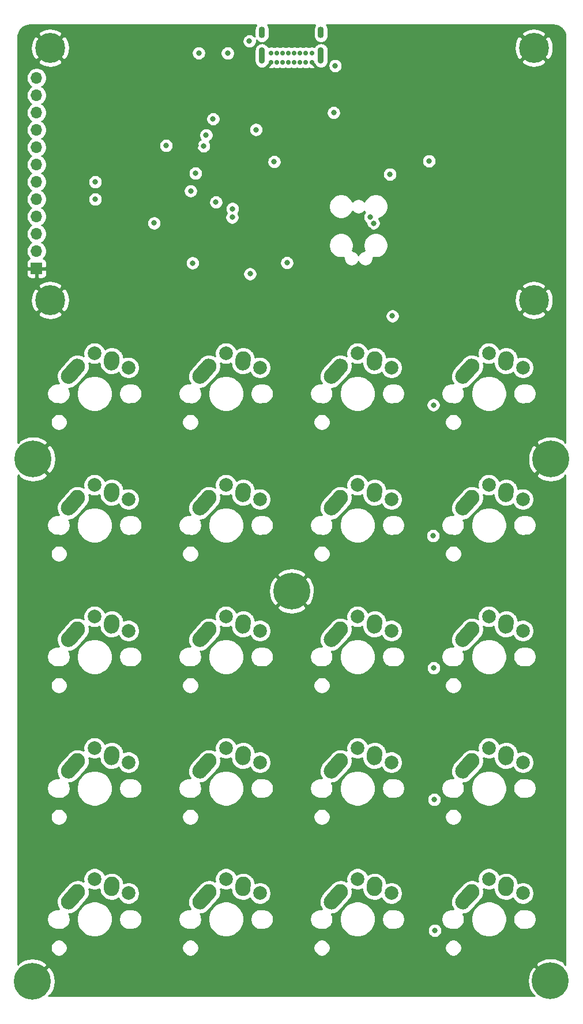
<source format=gbr>
%TF.GenerationSoftware,KiCad,Pcbnew,(5.1.6)-1*%
%TF.CreationDate,2020-12-15T22:49:57+02:00*%
%TF.ProjectId,macropad,6d616372-6f70-4616-942e-6b696361645f,rev?*%
%TF.SameCoordinates,Original*%
%TF.FileFunction,Copper,L2,Inr*%
%TF.FilePolarity,Positive*%
%FSLAX46Y46*%
G04 Gerber Fmt 4.6, Leading zero omitted, Abs format (unit mm)*
G04 Created by KiCad (PCBNEW (5.1.6)-1) date 2020-12-15 22:49:57*
%MOMM*%
%LPD*%
G01*
G04 APERTURE LIST*
%TA.AperFunction,ViaPad*%
%ADD10R,1.700000X1.700000*%
%TD*%
%TA.AperFunction,ViaPad*%
%ADD11O,1.700000X1.700000*%
%TD*%
%TA.AperFunction,ViaPad*%
%ADD12C,2.000000*%
%TD*%
%TA.AperFunction,ViaPad*%
%ADD13C,2.250000*%
%TD*%
%TA.AperFunction,ViaPad*%
%ADD14C,0.800000*%
%TD*%
%TA.AperFunction,ViaPad*%
%ADD15C,5.400000*%
%TD*%
%TA.AperFunction,ViaPad*%
%ADD16C,0.700000*%
%TD*%
%TA.AperFunction,ViaPad*%
%ADD17C,4.400000*%
%TD*%
%TA.AperFunction,ViaPad*%
%ADD18O,0.900000X2.400000*%
%TD*%
%TA.AperFunction,ViaPad*%
%ADD19O,0.900000X1.700000*%
%TD*%
%TA.AperFunction,Conductor*%
%ADD20C,0.254000*%
%TD*%
G04 APERTURE END LIST*
D10*
%TO.N,GND*%
%TO.C,J3*%
X81900000Y-74050000D03*
D11*
%TO.N,LCD_LED*%
X81900000Y-71510000D03*
%TO.N,+3V3*%
X81900000Y-68970000D03*
%TO.N,TS_IQR*%
X81900000Y-66430000D03*
%TO.N,TS_BSY*%
X81900000Y-63890000D03*
%TO.N,TS_CS*%
X81900000Y-61350000D03*
%TO.N,SPI_MISO*%
X81900000Y-58810000D03*
%TO.N,SPI_MOSI*%
X81900000Y-56270000D03*
%TO.N,SPI_SCK*%
X81900000Y-53730000D03*
%TO.N,LCD_CS*%
X81900000Y-51190000D03*
%TO.N,LCD_DC*%
X81900000Y-48650000D03*
%TO.N,LCD_RST*%
X81900000Y-46110000D03*
%TD*%
D12*
%TO.N,Col2*%
%TO.C,SW2*%
X109700000Y-86500000D03*
%TO.N,Net-(D2-Pad2)*%
X114700000Y-88600000D03*
D13*
%TO.N,Col2*%
X107200000Y-88400000D03*
%TA.AperFunction,ViaPad*%
G36*
G01*
X105138688Y-90697351D02*
X105138688Y-90697350D01*
G75*
G02*
X105052650Y-89108688I751312J837350D01*
G01*
X106362640Y-87648680D01*
G75*
G02*
X107951302Y-87562642I837350J-751312D01*
G01*
X107951302Y-87562642D01*
G75*
G02*
X108037340Y-89151304I-751312J-837350D01*
G01*
X106727350Y-90611312D01*
G75*
G02*
X105138688Y-90697350I-837350J751312D01*
G01*
G37*
%TD.AperFunction*%
%TO.N,Net-(D2-Pad2)*%
X112240000Y-87320000D03*
%TA.AperFunction,ViaPad*%
G36*
G01*
X112123483Y-89022395D02*
X112123483Y-89022395D01*
G75*
G02*
X111077605Y-87823483I76517J1122395D01*
G01*
X111117147Y-87243451D01*
G75*
G02*
X112316059Y-86197573I1122395J-76517D01*
G01*
X112316059Y-86197573D01*
G75*
G02*
X113361937Y-87396485I-76517J-1122395D01*
G01*
X113322395Y-87976517D01*
G75*
G02*
X112123483Y-89022395I-1122395J76517D01*
G01*
G37*
%TD.AperFunction*%
%TD*%
D14*
%TO.N,GND*%
%TO.C,H9*%
X158781891Y-177118109D03*
X157350000Y-176525000D03*
X155918109Y-177118109D03*
X155325000Y-178550000D03*
X155918109Y-179981891D03*
X157350000Y-180575000D03*
X158781891Y-179981891D03*
X159375000Y-178550000D03*
D15*
X157350000Y-178550000D03*
%TD*%
D16*
%TO.N,GND*%
%TO.C,H4*%
X156066726Y-77533274D03*
X154900000Y-77050000D03*
X153733274Y-77533274D03*
X153250000Y-78700000D03*
X153733274Y-79866726D03*
X154900000Y-80350000D03*
X156066726Y-79866726D03*
X156550000Y-78700000D03*
D17*
X154900000Y-78700000D03*
%TD*%
D16*
%TO.N,GND*%
%TO.C,H3*%
X85066726Y-77533274D03*
X83900000Y-77050000D03*
X82733274Y-77533274D03*
X82250000Y-78700000D03*
X82733274Y-79866726D03*
X83900000Y-80350000D03*
X85066726Y-79866726D03*
X85550000Y-78700000D03*
D17*
X83900000Y-78700000D03*
%TD*%
D16*
%TO.N,GND*%
%TO.C,H2*%
X156066726Y-40533274D03*
X154900000Y-40050000D03*
X153733274Y-40533274D03*
X153250000Y-41700000D03*
X153733274Y-42866726D03*
X154900000Y-43350000D03*
X156066726Y-42866726D03*
X156550000Y-41700000D03*
D17*
X154900000Y-41700000D03*
%TD*%
D16*
%TO.N,GND*%
%TO.C,H1*%
X85066726Y-40533274D03*
X83900000Y-40050000D03*
X82733274Y-40533274D03*
X82250000Y-41700000D03*
X82733274Y-42866726D03*
X83900000Y-43350000D03*
X85066726Y-42866726D03*
X85550000Y-41700000D03*
D17*
X83900000Y-41700000D03*
%TD*%
D15*
%TO.N,GND*%
%TO.C,H5*%
X81400000Y-102000000D03*
D14*
X83425000Y-102000000D03*
X82831891Y-103431891D03*
X81400000Y-104025000D03*
X79968109Y-103431891D03*
X79375000Y-102000000D03*
X79968109Y-100568109D03*
X81400000Y-99975000D03*
X82831891Y-100568109D03*
%TD*%
D15*
%TO.N,GND*%
%TO.C,H6*%
X157400000Y-102000000D03*
D14*
X159425000Y-102000000D03*
X158831891Y-103431891D03*
X157400000Y-104025000D03*
X155968109Y-103431891D03*
X155375000Y-102000000D03*
X155968109Y-100568109D03*
X157400000Y-99975000D03*
X158831891Y-100568109D03*
%TD*%
%TO.N,GND*%
%TO.C,H7*%
X120781891Y-119943109D03*
X119350000Y-119350000D03*
X117918109Y-119943109D03*
X117325000Y-121375000D03*
X117918109Y-122806891D03*
X119350000Y-123400000D03*
X120781891Y-122806891D03*
X121375000Y-121375000D03*
D15*
X119350000Y-121375000D03*
%TD*%
D14*
%TO.N,GND*%
%TO.C,H8*%
X82706891Y-177168109D03*
X81275000Y-176575000D03*
X79843109Y-177168109D03*
X79250000Y-178600000D03*
X79843109Y-180031891D03*
X81275000Y-180625000D03*
X82706891Y-180031891D03*
X83300000Y-178600000D03*
D15*
X81275000Y-178600000D03*
%TD*%
D16*
%TO.N,GND*%
%TO.C,J1*%
X122300000Y-43800000D03*
%TO.N,+5V*%
X121450000Y-43800000D03*
%TO.N,Net-(J1-PadA5)*%
X120600000Y-43800000D03*
%TO.N,USB_D+*%
X119750000Y-43800000D03*
%TO.N,USB_D-*%
X118900000Y-43800000D03*
%TO.N,Net-(J1-PadA8)*%
X118050000Y-43800000D03*
%TO.N,+5V*%
X117200000Y-43800000D03*
%TO.N,GND*%
X116350000Y-43800000D03*
%TO.N,+5V*%
X121450000Y-42450000D03*
%TO.N,USB_D-*%
X119750000Y-42450000D03*
%TO.N,Net-(J1-PadB8)*%
X120600000Y-42450000D03*
%TO.N,GND*%
X122300000Y-42450000D03*
%TO.N,Net-(J1-PadB5)*%
X118050000Y-42450000D03*
%TO.N,+5V*%
X117200000Y-42450000D03*
%TO.N,GND*%
X116350000Y-42450000D03*
%TO.N,USB_D+*%
X118900000Y-42450000D03*
D18*
%TO.N,Net-(J1-PadS1)*%
X123650000Y-42820000D03*
X115000000Y-42820000D03*
D19*
X123650000Y-39440000D03*
X115000000Y-39440000D03*
%TD*%
%TO.N,Net-(D1-Pad2)*%
%TO.C,SW1*%
%TA.AperFunction,ViaPad*%
G36*
G01*
X92823483Y-89022395D02*
X92823483Y-89022395D01*
G75*
G02*
X91777605Y-87823483I76517J1122395D01*
G01*
X91817147Y-87243451D01*
G75*
G02*
X93016059Y-86197573I1122395J-76517D01*
G01*
X93016059Y-86197573D01*
G75*
G02*
X94061937Y-87396485I-76517J-1122395D01*
G01*
X94022395Y-87976517D01*
G75*
G02*
X92823483Y-89022395I-1122395J76517D01*
G01*
G37*
%TD.AperFunction*%
D13*
X92940000Y-87320000D03*
%TO.N,Col1*%
%TA.AperFunction,ViaPad*%
G36*
G01*
X85838688Y-90697351D02*
X85838688Y-90697350D01*
G75*
G02*
X85752650Y-89108688I751312J837350D01*
G01*
X87062640Y-87648680D01*
G75*
G02*
X88651302Y-87562642I837350J-751312D01*
G01*
X88651302Y-87562642D01*
G75*
G02*
X88737340Y-89151304I-751312J-837350D01*
G01*
X87427350Y-90611312D01*
G75*
G02*
X85838688Y-90697350I-837350J751312D01*
G01*
G37*
%TD.AperFunction*%
X87900000Y-88400000D03*
D12*
%TO.N,Net-(D1-Pad2)*%
X95400000Y-88600000D03*
%TO.N,Col1*%
X90400000Y-86500000D03*
%TD*%
%TO.N,Col3*%
%TO.C,SW3*%
X129000000Y-86500000D03*
%TO.N,Net-(D3-Pad2)*%
X134000000Y-88600000D03*
D13*
%TO.N,Col3*%
X126500000Y-88400000D03*
%TA.AperFunction,ViaPad*%
G36*
G01*
X124438688Y-90697351D02*
X124438688Y-90697350D01*
G75*
G02*
X124352650Y-89108688I751312J837350D01*
G01*
X125662640Y-87648680D01*
G75*
G02*
X127251302Y-87562642I837350J-751312D01*
G01*
X127251302Y-87562642D01*
G75*
G02*
X127337340Y-89151304I-751312J-837350D01*
G01*
X126027350Y-90611312D01*
G75*
G02*
X124438688Y-90697350I-837350J751312D01*
G01*
G37*
%TD.AperFunction*%
%TO.N,Net-(D3-Pad2)*%
X131540000Y-87320000D03*
%TA.AperFunction,ViaPad*%
G36*
G01*
X131423483Y-89022395D02*
X131423483Y-89022395D01*
G75*
G02*
X130377605Y-87823483I76517J1122395D01*
G01*
X130417147Y-87243451D01*
G75*
G02*
X131616059Y-86197573I1122395J-76517D01*
G01*
X131616059Y-86197573D01*
G75*
G02*
X132661937Y-87396485I-76517J-1122395D01*
G01*
X132622395Y-87976517D01*
G75*
G02*
X131423483Y-89022395I-1122395J76517D01*
G01*
G37*
%TD.AperFunction*%
%TD*%
%TO.N,Net-(D4-Pad2)*%
%TO.C,SW4*%
%TA.AperFunction,ViaPad*%
G36*
G01*
X150723483Y-89022395D02*
X150723483Y-89022395D01*
G75*
G02*
X149677605Y-87823483I76517J1122395D01*
G01*
X149717147Y-87243451D01*
G75*
G02*
X150916059Y-86197573I1122395J-76517D01*
G01*
X150916059Y-86197573D01*
G75*
G02*
X151961937Y-87396485I-76517J-1122395D01*
G01*
X151922395Y-87976517D01*
G75*
G02*
X150723483Y-89022395I-1122395J76517D01*
G01*
G37*
%TD.AperFunction*%
X150840000Y-87320000D03*
%TO.N,Col4*%
%TA.AperFunction,ViaPad*%
G36*
G01*
X143738688Y-90697351D02*
X143738688Y-90697350D01*
G75*
G02*
X143652650Y-89108688I751312J837350D01*
G01*
X144962640Y-87648680D01*
G75*
G02*
X146551302Y-87562642I837350J-751312D01*
G01*
X146551302Y-87562642D01*
G75*
G02*
X146637340Y-89151304I-751312J-837350D01*
G01*
X145327350Y-90611312D01*
G75*
G02*
X143738688Y-90697350I-837350J751312D01*
G01*
G37*
%TD.AperFunction*%
X145800000Y-88400000D03*
D12*
%TO.N,Net-(D4-Pad2)*%
X153300000Y-88600000D03*
%TO.N,Col4*%
X148300000Y-86500000D03*
%TD*%
%TO.N,Col1*%
%TO.C,SW5*%
X90400000Y-105800000D03*
%TO.N,Net-(D5-Pad2)*%
X95400000Y-107900000D03*
D13*
%TO.N,Col1*%
X87900000Y-107700000D03*
%TA.AperFunction,ViaPad*%
G36*
G01*
X85838688Y-109997351D02*
X85838688Y-109997350D01*
G75*
G02*
X85752650Y-108408688I751312J837350D01*
G01*
X87062640Y-106948680D01*
G75*
G02*
X88651302Y-106862642I837350J-751312D01*
G01*
X88651302Y-106862642D01*
G75*
G02*
X88737340Y-108451304I-751312J-837350D01*
G01*
X87427350Y-109911312D01*
G75*
G02*
X85838688Y-109997350I-837350J751312D01*
G01*
G37*
%TD.AperFunction*%
%TO.N,Net-(D5-Pad2)*%
X92940000Y-106620000D03*
%TA.AperFunction,ViaPad*%
G36*
G01*
X92823483Y-108322395D02*
X92823483Y-108322395D01*
G75*
G02*
X91777605Y-107123483I76517J1122395D01*
G01*
X91817147Y-106543451D01*
G75*
G02*
X93016059Y-105497573I1122395J-76517D01*
G01*
X93016059Y-105497573D01*
G75*
G02*
X94061937Y-106696485I-76517J-1122395D01*
G01*
X94022395Y-107276517D01*
G75*
G02*
X92823483Y-108322395I-1122395J76517D01*
G01*
G37*
%TD.AperFunction*%
%TD*%
%TO.N,Net-(D6-Pad2)*%
%TO.C,SW6*%
%TA.AperFunction,ViaPad*%
G36*
G01*
X112123483Y-108322395D02*
X112123483Y-108322395D01*
G75*
G02*
X111077605Y-107123483I76517J1122395D01*
G01*
X111117147Y-106543451D01*
G75*
G02*
X112316059Y-105497573I1122395J-76517D01*
G01*
X112316059Y-105497573D01*
G75*
G02*
X113361937Y-106696485I-76517J-1122395D01*
G01*
X113322395Y-107276517D01*
G75*
G02*
X112123483Y-108322395I-1122395J76517D01*
G01*
G37*
%TD.AperFunction*%
X112240000Y-106620000D03*
%TO.N,Col2*%
%TA.AperFunction,ViaPad*%
G36*
G01*
X105138688Y-109997351D02*
X105138688Y-109997350D01*
G75*
G02*
X105052650Y-108408688I751312J837350D01*
G01*
X106362640Y-106948680D01*
G75*
G02*
X107951302Y-106862642I837350J-751312D01*
G01*
X107951302Y-106862642D01*
G75*
G02*
X108037340Y-108451304I-751312J-837350D01*
G01*
X106727350Y-109911312D01*
G75*
G02*
X105138688Y-109997350I-837350J751312D01*
G01*
G37*
%TD.AperFunction*%
X107200000Y-107700000D03*
D12*
%TO.N,Net-(D6-Pad2)*%
X114700000Y-107900000D03*
%TO.N,Col2*%
X109700000Y-105800000D03*
%TD*%
%TO.N,Net-(D7-Pad2)*%
%TO.C,SW7*%
%TA.AperFunction,ViaPad*%
G36*
G01*
X131423483Y-108322395D02*
X131423483Y-108322395D01*
G75*
G02*
X130377605Y-107123483I76517J1122395D01*
G01*
X130417147Y-106543451D01*
G75*
G02*
X131616059Y-105497573I1122395J-76517D01*
G01*
X131616059Y-105497573D01*
G75*
G02*
X132661937Y-106696485I-76517J-1122395D01*
G01*
X132622395Y-107276517D01*
G75*
G02*
X131423483Y-108322395I-1122395J76517D01*
G01*
G37*
%TD.AperFunction*%
D13*
X131540000Y-106620000D03*
%TO.N,Col3*%
%TA.AperFunction,ViaPad*%
G36*
G01*
X124438688Y-109997351D02*
X124438688Y-109997350D01*
G75*
G02*
X124352650Y-108408688I751312J837350D01*
G01*
X125662640Y-106948680D01*
G75*
G02*
X127251302Y-106862642I837350J-751312D01*
G01*
X127251302Y-106862642D01*
G75*
G02*
X127337340Y-108451304I-751312J-837350D01*
G01*
X126027350Y-109911312D01*
G75*
G02*
X124438688Y-109997350I-837350J751312D01*
G01*
G37*
%TD.AperFunction*%
X126500000Y-107700000D03*
D12*
%TO.N,Net-(D7-Pad2)*%
X134000000Y-107900000D03*
%TO.N,Col3*%
X129000000Y-105800000D03*
%TD*%
%TO.N,Col4*%
%TO.C,SW8*%
X148300000Y-105800000D03*
%TO.N,Net-(D8-Pad2)*%
X153300000Y-107900000D03*
D13*
%TO.N,Col4*%
X145800000Y-107700000D03*
%TA.AperFunction,ViaPad*%
G36*
G01*
X143738688Y-109997351D02*
X143738688Y-109997350D01*
G75*
G02*
X143652650Y-108408688I751312J837350D01*
G01*
X144962640Y-106948680D01*
G75*
G02*
X146551302Y-106862642I837350J-751312D01*
G01*
X146551302Y-106862642D01*
G75*
G02*
X146637340Y-108451304I-751312J-837350D01*
G01*
X145327350Y-109911312D01*
G75*
G02*
X143738688Y-109997350I-837350J751312D01*
G01*
G37*
%TD.AperFunction*%
%TO.N,Net-(D8-Pad2)*%
X150840000Y-106620000D03*
%TA.AperFunction,ViaPad*%
G36*
G01*
X150723483Y-108322395D02*
X150723483Y-108322395D01*
G75*
G02*
X149677605Y-107123483I76517J1122395D01*
G01*
X149717147Y-106543451D01*
G75*
G02*
X150916059Y-105497573I1122395J-76517D01*
G01*
X150916059Y-105497573D01*
G75*
G02*
X151961937Y-106696485I-76517J-1122395D01*
G01*
X151922395Y-107276517D01*
G75*
G02*
X150723483Y-108322395I-1122395J76517D01*
G01*
G37*
%TD.AperFunction*%
%TD*%
D12*
%TO.N,Col1*%
%TO.C,SW9*%
X90400000Y-125100000D03*
%TO.N,Net-(D9-Pad2)*%
X95400000Y-127200000D03*
D13*
%TO.N,Col1*%
X87900000Y-127000000D03*
%TA.AperFunction,ViaPad*%
G36*
G01*
X85838688Y-129297351D02*
X85838688Y-129297350D01*
G75*
G02*
X85752650Y-127708688I751312J837350D01*
G01*
X87062640Y-126248680D01*
G75*
G02*
X88651302Y-126162642I837350J-751312D01*
G01*
X88651302Y-126162642D01*
G75*
G02*
X88737340Y-127751304I-751312J-837350D01*
G01*
X87427350Y-129211312D01*
G75*
G02*
X85838688Y-129297350I-837350J751312D01*
G01*
G37*
%TD.AperFunction*%
%TO.N,Net-(D9-Pad2)*%
X92940000Y-125920000D03*
%TA.AperFunction,ViaPad*%
G36*
G01*
X92823483Y-127622395D02*
X92823483Y-127622395D01*
G75*
G02*
X91777605Y-126423483I76517J1122395D01*
G01*
X91817147Y-125843451D01*
G75*
G02*
X93016059Y-124797573I1122395J-76517D01*
G01*
X93016059Y-124797573D01*
G75*
G02*
X94061937Y-125996485I-76517J-1122395D01*
G01*
X94022395Y-126576517D01*
G75*
G02*
X92823483Y-127622395I-1122395J76517D01*
G01*
G37*
%TD.AperFunction*%
%TD*%
D12*
%TO.N,Col2*%
%TO.C,SW10*%
X109700000Y-125100000D03*
%TO.N,Net-(D10-Pad2)*%
X114700000Y-127200000D03*
D13*
%TO.N,Col2*%
X107200000Y-127000000D03*
%TA.AperFunction,ViaPad*%
G36*
G01*
X105138688Y-129297351D02*
X105138688Y-129297350D01*
G75*
G02*
X105052650Y-127708688I751312J837350D01*
G01*
X106362640Y-126248680D01*
G75*
G02*
X107951302Y-126162642I837350J-751312D01*
G01*
X107951302Y-126162642D01*
G75*
G02*
X108037340Y-127751304I-751312J-837350D01*
G01*
X106727350Y-129211312D01*
G75*
G02*
X105138688Y-129297350I-837350J751312D01*
G01*
G37*
%TD.AperFunction*%
%TO.N,Net-(D10-Pad2)*%
X112240000Y-125920000D03*
%TA.AperFunction,ViaPad*%
G36*
G01*
X112123483Y-127622395D02*
X112123483Y-127622395D01*
G75*
G02*
X111077605Y-126423483I76517J1122395D01*
G01*
X111117147Y-125843451D01*
G75*
G02*
X112316059Y-124797573I1122395J-76517D01*
G01*
X112316059Y-124797573D01*
G75*
G02*
X113361937Y-125996485I-76517J-1122395D01*
G01*
X113322395Y-126576517D01*
G75*
G02*
X112123483Y-127622395I-1122395J76517D01*
G01*
G37*
%TD.AperFunction*%
%TD*%
D12*
%TO.N,Col3*%
%TO.C,SW11*%
X129000000Y-125100000D03*
%TO.N,Net-(D11-Pad2)*%
X134000000Y-127200000D03*
D13*
%TO.N,Col3*%
X126500000Y-127000000D03*
%TA.AperFunction,ViaPad*%
G36*
G01*
X124438688Y-129297351D02*
X124438688Y-129297350D01*
G75*
G02*
X124352650Y-127708688I751312J837350D01*
G01*
X125662640Y-126248680D01*
G75*
G02*
X127251302Y-126162642I837350J-751312D01*
G01*
X127251302Y-126162642D01*
G75*
G02*
X127337340Y-127751304I-751312J-837350D01*
G01*
X126027350Y-129211312D01*
G75*
G02*
X124438688Y-129297350I-837350J751312D01*
G01*
G37*
%TD.AperFunction*%
%TO.N,Net-(D11-Pad2)*%
X131540000Y-125920000D03*
%TA.AperFunction,ViaPad*%
G36*
G01*
X131423483Y-127622395D02*
X131423483Y-127622395D01*
G75*
G02*
X130377605Y-126423483I76517J1122395D01*
G01*
X130417147Y-125843451D01*
G75*
G02*
X131616059Y-124797573I1122395J-76517D01*
G01*
X131616059Y-124797573D01*
G75*
G02*
X132661937Y-125996485I-76517J-1122395D01*
G01*
X132622395Y-126576517D01*
G75*
G02*
X131423483Y-127622395I-1122395J76517D01*
G01*
G37*
%TD.AperFunction*%
%TD*%
%TO.N,Net-(D12-Pad2)*%
%TO.C,SW12*%
%TA.AperFunction,ViaPad*%
G36*
G01*
X150723483Y-127622395D02*
X150723483Y-127622395D01*
G75*
G02*
X149677605Y-126423483I76517J1122395D01*
G01*
X149717147Y-125843451D01*
G75*
G02*
X150916059Y-124797573I1122395J-76517D01*
G01*
X150916059Y-124797573D01*
G75*
G02*
X151961937Y-125996485I-76517J-1122395D01*
G01*
X151922395Y-126576517D01*
G75*
G02*
X150723483Y-127622395I-1122395J76517D01*
G01*
G37*
%TD.AperFunction*%
X150840000Y-125920000D03*
%TO.N,Col4*%
%TA.AperFunction,ViaPad*%
G36*
G01*
X143738688Y-129297351D02*
X143738688Y-129297350D01*
G75*
G02*
X143652650Y-127708688I751312J837350D01*
G01*
X144962640Y-126248680D01*
G75*
G02*
X146551302Y-126162642I837350J-751312D01*
G01*
X146551302Y-126162642D01*
G75*
G02*
X146637340Y-127751304I-751312J-837350D01*
G01*
X145327350Y-129211312D01*
G75*
G02*
X143738688Y-129297350I-837350J751312D01*
G01*
G37*
%TD.AperFunction*%
X145800000Y-127000000D03*
D12*
%TO.N,Net-(D12-Pad2)*%
X153300000Y-127200000D03*
%TO.N,Col4*%
X148300000Y-125100000D03*
%TD*%
%TO.N,Net-(D13-Pad2)*%
%TO.C,SW13*%
%TA.AperFunction,ViaPad*%
G36*
G01*
X92823483Y-146922395D02*
X92823483Y-146922395D01*
G75*
G02*
X91777605Y-145723483I76517J1122395D01*
G01*
X91817147Y-145143451D01*
G75*
G02*
X93016059Y-144097573I1122395J-76517D01*
G01*
X93016059Y-144097573D01*
G75*
G02*
X94061937Y-145296485I-76517J-1122395D01*
G01*
X94022395Y-145876517D01*
G75*
G02*
X92823483Y-146922395I-1122395J76517D01*
G01*
G37*
%TD.AperFunction*%
D13*
X92940000Y-145220000D03*
%TO.N,Col1*%
%TA.AperFunction,ViaPad*%
G36*
G01*
X85838688Y-148597351D02*
X85838688Y-148597350D01*
G75*
G02*
X85752650Y-147008688I751312J837350D01*
G01*
X87062640Y-145548680D01*
G75*
G02*
X88651302Y-145462642I837350J-751312D01*
G01*
X88651302Y-145462642D01*
G75*
G02*
X88737340Y-147051304I-751312J-837350D01*
G01*
X87427350Y-148511312D01*
G75*
G02*
X85838688Y-148597350I-837350J751312D01*
G01*
G37*
%TD.AperFunction*%
X87900000Y-146300000D03*
D12*
%TO.N,Net-(D13-Pad2)*%
X95400000Y-146500000D03*
%TO.N,Col1*%
X90400000Y-144400000D03*
%TD*%
%TO.N,Net-(D14-Pad2)*%
%TO.C,SW14*%
%TA.AperFunction,ViaPad*%
G36*
G01*
X112123483Y-146922395D02*
X112123483Y-146922395D01*
G75*
G02*
X111077605Y-145723483I76517J1122395D01*
G01*
X111117147Y-145143451D01*
G75*
G02*
X112316059Y-144097573I1122395J-76517D01*
G01*
X112316059Y-144097573D01*
G75*
G02*
X113361937Y-145296485I-76517J-1122395D01*
G01*
X113322395Y-145876517D01*
G75*
G02*
X112123483Y-146922395I-1122395J76517D01*
G01*
G37*
%TD.AperFunction*%
D13*
X112240000Y-145220000D03*
%TO.N,Col2*%
%TA.AperFunction,ViaPad*%
G36*
G01*
X105138688Y-148597351D02*
X105138688Y-148597350D01*
G75*
G02*
X105052650Y-147008688I751312J837350D01*
G01*
X106362640Y-145548680D01*
G75*
G02*
X107951302Y-145462642I837350J-751312D01*
G01*
X107951302Y-145462642D01*
G75*
G02*
X108037340Y-147051304I-751312J-837350D01*
G01*
X106727350Y-148511312D01*
G75*
G02*
X105138688Y-148597350I-837350J751312D01*
G01*
G37*
%TD.AperFunction*%
X107200000Y-146300000D03*
D12*
%TO.N,Net-(D14-Pad2)*%
X114700000Y-146500000D03*
%TO.N,Col2*%
X109700000Y-144400000D03*
%TD*%
%TO.N,Net-(D15-Pad2)*%
%TO.C,SW15*%
%TA.AperFunction,ViaPad*%
G36*
G01*
X131423483Y-146922395D02*
X131423483Y-146922395D01*
G75*
G02*
X130377605Y-145723483I76517J1122395D01*
G01*
X130417147Y-145143451D01*
G75*
G02*
X131616059Y-144097573I1122395J-76517D01*
G01*
X131616059Y-144097573D01*
G75*
G02*
X132661937Y-145296485I-76517J-1122395D01*
G01*
X132622395Y-145876517D01*
G75*
G02*
X131423483Y-146922395I-1122395J76517D01*
G01*
G37*
%TD.AperFunction*%
D13*
X131540000Y-145220000D03*
%TO.N,Col3*%
%TA.AperFunction,ViaPad*%
G36*
G01*
X124438688Y-148597351D02*
X124438688Y-148597350D01*
G75*
G02*
X124352650Y-147008688I751312J837350D01*
G01*
X125662640Y-145548680D01*
G75*
G02*
X127251302Y-145462642I837350J-751312D01*
G01*
X127251302Y-145462642D01*
G75*
G02*
X127337340Y-147051304I-751312J-837350D01*
G01*
X126027350Y-148511312D01*
G75*
G02*
X124438688Y-148597350I-837350J751312D01*
G01*
G37*
%TD.AperFunction*%
X126500000Y-146300000D03*
D12*
%TO.N,Net-(D15-Pad2)*%
X134000000Y-146500000D03*
%TO.N,Col3*%
X129000000Y-144400000D03*
%TD*%
%TO.N,Net-(D16-Pad2)*%
%TO.C,SW16*%
%TA.AperFunction,ViaPad*%
G36*
G01*
X150723483Y-146922395D02*
X150723483Y-146922395D01*
G75*
G02*
X149677605Y-145723483I76517J1122395D01*
G01*
X149717147Y-145143451D01*
G75*
G02*
X150916059Y-144097573I1122395J-76517D01*
G01*
X150916059Y-144097573D01*
G75*
G02*
X151961937Y-145296485I-76517J-1122395D01*
G01*
X151922395Y-145876517D01*
G75*
G02*
X150723483Y-146922395I-1122395J76517D01*
G01*
G37*
%TD.AperFunction*%
D13*
X150840000Y-145220000D03*
%TO.N,Col4*%
%TA.AperFunction,ViaPad*%
G36*
G01*
X143738688Y-148597351D02*
X143738688Y-148597350D01*
G75*
G02*
X143652650Y-147008688I751312J837350D01*
G01*
X144962640Y-145548680D01*
G75*
G02*
X146551302Y-145462642I837350J-751312D01*
G01*
X146551302Y-145462642D01*
G75*
G02*
X146637340Y-147051304I-751312J-837350D01*
G01*
X145327350Y-148511312D01*
G75*
G02*
X143738688Y-148597350I-837350J751312D01*
G01*
G37*
%TD.AperFunction*%
X145800000Y-146300000D03*
D12*
%TO.N,Net-(D16-Pad2)*%
X153300000Y-146500000D03*
%TO.N,Col4*%
X148300000Y-144400000D03*
%TD*%
%TO.N,Col1*%
%TO.C,SW17*%
X90400000Y-163600000D03*
%TO.N,Net-(D17-Pad2)*%
X95400000Y-165700000D03*
D13*
%TO.N,Col1*%
X87900000Y-165500000D03*
%TA.AperFunction,ViaPad*%
G36*
G01*
X85838688Y-167797351D02*
X85838688Y-167797350D01*
G75*
G02*
X85752650Y-166208688I751312J837350D01*
G01*
X87062640Y-164748680D01*
G75*
G02*
X88651302Y-164662642I837350J-751312D01*
G01*
X88651302Y-164662642D01*
G75*
G02*
X88737340Y-166251304I-751312J-837350D01*
G01*
X87427350Y-167711312D01*
G75*
G02*
X85838688Y-167797350I-837350J751312D01*
G01*
G37*
%TD.AperFunction*%
%TO.N,Net-(D17-Pad2)*%
X92940000Y-164420000D03*
%TA.AperFunction,ViaPad*%
G36*
G01*
X92823483Y-166122395D02*
X92823483Y-166122395D01*
G75*
G02*
X91777605Y-164923483I76517J1122395D01*
G01*
X91817147Y-164343451D01*
G75*
G02*
X93016059Y-163297573I1122395J-76517D01*
G01*
X93016059Y-163297573D01*
G75*
G02*
X94061937Y-164496485I-76517J-1122395D01*
G01*
X94022395Y-165076517D01*
G75*
G02*
X92823483Y-166122395I-1122395J76517D01*
G01*
G37*
%TD.AperFunction*%
%TD*%
D12*
%TO.N,Col2*%
%TO.C,SW18*%
X109700000Y-163600000D03*
%TO.N,Net-(D18-Pad2)*%
X114700000Y-165700000D03*
D13*
%TO.N,Col2*%
X107200000Y-165500000D03*
%TA.AperFunction,ViaPad*%
G36*
G01*
X105138688Y-167797351D02*
X105138688Y-167797350D01*
G75*
G02*
X105052650Y-166208688I751312J837350D01*
G01*
X106362640Y-164748680D01*
G75*
G02*
X107951302Y-164662642I837350J-751312D01*
G01*
X107951302Y-164662642D01*
G75*
G02*
X108037340Y-166251304I-751312J-837350D01*
G01*
X106727350Y-167711312D01*
G75*
G02*
X105138688Y-167797350I-837350J751312D01*
G01*
G37*
%TD.AperFunction*%
%TO.N,Net-(D18-Pad2)*%
X112240000Y-164420000D03*
%TA.AperFunction,ViaPad*%
G36*
G01*
X112123483Y-166122395D02*
X112123483Y-166122395D01*
G75*
G02*
X111077605Y-164923483I76517J1122395D01*
G01*
X111117147Y-164343451D01*
G75*
G02*
X112316059Y-163297573I1122395J-76517D01*
G01*
X112316059Y-163297573D01*
G75*
G02*
X113361937Y-164496485I-76517J-1122395D01*
G01*
X113322395Y-165076517D01*
G75*
G02*
X112123483Y-166122395I-1122395J76517D01*
G01*
G37*
%TD.AperFunction*%
%TD*%
D12*
%TO.N,Col3*%
%TO.C,SW19*%
X129000000Y-163600000D03*
%TO.N,Net-(D19-Pad2)*%
X134000000Y-165700000D03*
D13*
%TO.N,Col3*%
X126500000Y-165500000D03*
%TA.AperFunction,ViaPad*%
G36*
G01*
X124438688Y-167797351D02*
X124438688Y-167797350D01*
G75*
G02*
X124352650Y-166208688I751312J837350D01*
G01*
X125662640Y-164748680D01*
G75*
G02*
X127251302Y-164662642I837350J-751312D01*
G01*
X127251302Y-164662642D01*
G75*
G02*
X127337340Y-166251304I-751312J-837350D01*
G01*
X126027350Y-167711312D01*
G75*
G02*
X124438688Y-167797350I-837350J751312D01*
G01*
G37*
%TD.AperFunction*%
%TO.N,Net-(D19-Pad2)*%
X131540000Y-164420000D03*
%TA.AperFunction,ViaPad*%
G36*
G01*
X131423483Y-166122395D02*
X131423483Y-166122395D01*
G75*
G02*
X130377605Y-164923483I76517J1122395D01*
G01*
X130417147Y-164343451D01*
G75*
G02*
X131616059Y-163297573I1122395J-76517D01*
G01*
X131616059Y-163297573D01*
G75*
G02*
X132661937Y-164496485I-76517J-1122395D01*
G01*
X132622395Y-165076517D01*
G75*
G02*
X131423483Y-166122395I-1122395J76517D01*
G01*
G37*
%TD.AperFunction*%
%TD*%
%TO.N,Net-(D20-Pad2)*%
%TO.C,SW20*%
%TA.AperFunction,ViaPad*%
G36*
G01*
X150723483Y-166122395D02*
X150723483Y-166122395D01*
G75*
G02*
X149677605Y-164923483I76517J1122395D01*
G01*
X149717147Y-164343451D01*
G75*
G02*
X150916059Y-163297573I1122395J-76517D01*
G01*
X150916059Y-163297573D01*
G75*
G02*
X151961937Y-164496485I-76517J-1122395D01*
G01*
X151922395Y-165076517D01*
G75*
G02*
X150723483Y-166122395I-1122395J76517D01*
G01*
G37*
%TD.AperFunction*%
X150840000Y-164420000D03*
%TO.N,Col4*%
%TA.AperFunction,ViaPad*%
G36*
G01*
X143738688Y-167797351D02*
X143738688Y-167797350D01*
G75*
G02*
X143652650Y-166208688I751312J837350D01*
G01*
X144962640Y-164748680D01*
G75*
G02*
X146551302Y-164662642I837350J-751312D01*
G01*
X146551302Y-164662642D01*
G75*
G02*
X146637340Y-166251304I-751312J-837350D01*
G01*
X145327350Y-167711312D01*
G75*
G02*
X143738688Y-167797350I-837350J751312D01*
G01*
G37*
%TD.AperFunction*%
X145800000Y-165500000D03*
D12*
%TO.N,Net-(D20-Pad2)*%
X153300000Y-165700000D03*
%TO.N,Col4*%
X148300000Y-163600000D03*
%TD*%
D14*
%TO.N,GND*%
X135880000Y-61990000D03*
X138440000Y-60930000D03*
X130730000Y-68380000D03*
X111360000Y-39090000D03*
X101700000Y-71650000D03*
X111500000Y-74820000D03*
X134020000Y-54440000D03*
X105330000Y-56050000D03*
X116870000Y-60140000D03*
X93740000Y-67710000D03*
X96780000Y-58580000D03*
X134100000Y-56380000D03*
X116890001Y-48560001D03*
X125670000Y-40280000D03*
%TO.N,+3V3*%
X130900000Y-66520000D03*
X105720000Y-42460000D03*
X113250000Y-74845000D03*
X133780000Y-60240000D03*
X104800000Y-73250000D03*
X100920000Y-56030000D03*
X116780000Y-58400000D03*
X125530000Y-51200000D03*
X139510000Y-58300000D03*
%TO.N,Row1*%
X140170000Y-94080000D03*
%TO.N,Row4*%
X140270000Y-151950000D03*
%TO.N,Row3*%
X140210000Y-132650000D03*
%TO.N,Row2*%
X140100000Y-113250000D03*
%TO.N,Row5*%
X140360000Y-171150000D03*
%TO.N,Net-(J1-PadA5)*%
X125750000Y-44310000D03*
%TO.N,Net-(J1-PadB5)*%
X113150000Y-40710000D03*
%TO.N,SWDIO*%
X131359424Y-67408220D03*
%TO.N,SWCLK*%
X114120000Y-53690000D03*
%TO.N,SWO*%
X118660000Y-73220000D03*
%TO.N,UART_RX*%
X110620000Y-66540000D03*
%TO.N,UART_TX*%
X110660000Y-65300000D03*
%TO.N,NRST*%
X108240000Y-64330000D03*
%TO.N,TS_BSY*%
X104520000Y-62680000D03*
X90510000Y-63890000D03*
%TO.N,TS_CS*%
X105220000Y-60080000D03*
X90510000Y-61350000D03*
%TO.N,SPI_MOSI*%
X106790000Y-54490000D03*
%TO.N,SPI_SCK*%
X107810000Y-52120000D03*
%TO.N,Net-(JP1-Pad2)*%
X109955000Y-42470000D03*
X106430000Y-56090000D03*
%TO.N,Col4*%
X134150000Y-81020000D03*
%TO.N,TS_IQR*%
X99150000Y-67400000D03*
%TD*%
D20*
%TO.N,GND*%
G36*
X114093492Y-38434290D02*
G01*
X113992742Y-38622780D01*
X113930700Y-38827303D01*
X113915000Y-38986706D01*
X113915000Y-39893293D01*
X113927891Y-40024180D01*
X113809774Y-39906063D01*
X113640256Y-39792795D01*
X113451898Y-39714774D01*
X113251939Y-39675000D01*
X113048061Y-39675000D01*
X112848102Y-39714774D01*
X112659744Y-39792795D01*
X112490226Y-39906063D01*
X112346063Y-40050226D01*
X112232795Y-40219744D01*
X112154774Y-40408102D01*
X112115000Y-40608061D01*
X112115000Y-40811939D01*
X112154774Y-41011898D01*
X112232795Y-41200256D01*
X112346063Y-41369774D01*
X112490226Y-41513937D01*
X112659744Y-41627205D01*
X112848102Y-41705226D01*
X113048061Y-41745000D01*
X113251939Y-41745000D01*
X113451898Y-41705226D01*
X113640256Y-41627205D01*
X113809774Y-41513937D01*
X113953937Y-41369774D01*
X114067205Y-41200256D01*
X114145226Y-41011898D01*
X114185000Y-40811939D01*
X114185000Y-40608061D01*
X114171650Y-40540947D01*
X114229078Y-40610922D01*
X114394290Y-40746509D01*
X114582780Y-40847259D01*
X114787303Y-40909300D01*
X115000000Y-40930249D01*
X115212696Y-40909300D01*
X115417219Y-40847259D01*
X115605710Y-40746509D01*
X115770922Y-40610922D01*
X115906509Y-40445710D01*
X116007259Y-40257220D01*
X116069300Y-40052697D01*
X116085000Y-39893294D01*
X116085000Y-38986707D01*
X116069300Y-38827304D01*
X116007259Y-38622780D01*
X115906509Y-38434290D01*
X115845540Y-38360000D01*
X122804461Y-38360000D01*
X122743492Y-38434290D01*
X122642742Y-38622780D01*
X122580700Y-38827303D01*
X122565000Y-38986706D01*
X122565000Y-39893293D01*
X122580700Y-40052696D01*
X122642741Y-40257219D01*
X122743491Y-40445710D01*
X122879078Y-40610922D01*
X123044290Y-40746509D01*
X123232780Y-40847259D01*
X123437303Y-40909300D01*
X123650000Y-40930249D01*
X123862696Y-40909300D01*
X124067219Y-40847259D01*
X124255710Y-40746509D01*
X124420922Y-40610922D01*
X124556509Y-40445710D01*
X124657259Y-40257220D01*
X124719300Y-40052697D01*
X124735000Y-39893294D01*
X124735000Y-39710225D01*
X153089830Y-39710225D01*
X154900000Y-41520395D01*
X156710170Y-39710225D01*
X156470024Y-39322982D01*
X155976123Y-39062359D01*
X155440867Y-38903099D01*
X154884826Y-38851322D01*
X154329368Y-38909019D01*
X153795839Y-39073972D01*
X153329976Y-39322982D01*
X153089830Y-39710225D01*
X124735000Y-39710225D01*
X124735000Y-38986707D01*
X124719300Y-38827304D01*
X124657259Y-38622780D01*
X124556509Y-38434290D01*
X124495540Y-38360000D01*
X157767721Y-38360000D01*
X158137351Y-38396243D01*
X158461856Y-38494217D01*
X158761152Y-38653354D01*
X159023832Y-38867592D01*
X159239902Y-39128776D01*
X159401125Y-39426951D01*
X159501362Y-39750765D01*
X159540001Y-40118391D01*
X159540001Y-99616988D01*
X159265589Y-99216172D01*
X158686644Y-98905704D01*
X158058254Y-98714148D01*
X157404569Y-98648866D01*
X156750707Y-98712366D01*
X156121797Y-98902208D01*
X155542008Y-99211096D01*
X155534411Y-99216172D01*
X155234231Y-99654626D01*
X157400000Y-101820395D01*
X157414143Y-101806253D01*
X157593748Y-101985858D01*
X157579605Y-102000000D01*
X157593748Y-102014143D01*
X157414143Y-102193748D01*
X157400000Y-102179605D01*
X155234231Y-104345374D01*
X155534411Y-104783828D01*
X156113356Y-105094296D01*
X156741746Y-105285852D01*
X157395431Y-105351134D01*
X158049293Y-105287634D01*
X158678203Y-105097792D01*
X159257992Y-104788904D01*
X159265589Y-104783828D01*
X159540001Y-104383012D01*
X159540000Y-176180392D01*
X159515768Y-176204624D01*
X159215589Y-175766172D01*
X158636644Y-175455704D01*
X158008254Y-175264148D01*
X157354569Y-175198866D01*
X156700707Y-175262366D01*
X156071797Y-175452208D01*
X155492008Y-175761096D01*
X155484411Y-175766172D01*
X155184231Y-176204626D01*
X157350000Y-178370395D01*
X157364143Y-178356253D01*
X157543748Y-178535858D01*
X157529605Y-178550000D01*
X157543748Y-178564143D01*
X157364143Y-178743748D01*
X157350000Y-178729605D01*
X157335858Y-178743748D01*
X157156253Y-178564143D01*
X157170395Y-178550000D01*
X155004626Y-176384231D01*
X154566172Y-176684411D01*
X154255704Y-177263356D01*
X154064148Y-177891746D01*
X153998866Y-178545431D01*
X154062366Y-179199293D01*
X154252208Y-179828203D01*
X154561096Y-180407992D01*
X154566172Y-180415589D01*
X155004624Y-180715768D01*
X154980392Y-180740000D01*
X83658013Y-180740000D01*
X84058828Y-180465589D01*
X84369296Y-179886644D01*
X84560852Y-179258254D01*
X84626134Y-178604569D01*
X84562634Y-177950707D01*
X84372792Y-177321797D01*
X84063904Y-176742008D01*
X84058828Y-176734411D01*
X83620374Y-176434231D01*
X81454605Y-178600000D01*
X81468748Y-178614143D01*
X81289143Y-178793748D01*
X81275000Y-178779605D01*
X81260858Y-178793748D01*
X81081253Y-178614143D01*
X81095395Y-178600000D01*
X81081253Y-178585858D01*
X81260858Y-178406253D01*
X81275000Y-178420395D01*
X83440769Y-176254626D01*
X83140589Y-175816172D01*
X82561644Y-175505704D01*
X81933254Y-175314148D01*
X81279569Y-175248866D01*
X80625707Y-175312366D01*
X79996797Y-175502208D01*
X79417008Y-175811096D01*
X79409411Y-175816172D01*
X79160000Y-176180471D01*
X79160000Y-173578363D01*
X83945000Y-173578363D01*
X83945000Y-173821637D01*
X83992460Y-174060236D01*
X84085557Y-174284992D01*
X84220713Y-174487267D01*
X84392733Y-174659287D01*
X84595008Y-174794443D01*
X84819764Y-174887540D01*
X85058363Y-174935000D01*
X85301637Y-174935000D01*
X85540236Y-174887540D01*
X85764992Y-174794443D01*
X85967267Y-174659287D01*
X86139287Y-174487267D01*
X86274443Y-174284992D01*
X86367540Y-174060236D01*
X86415000Y-173821637D01*
X86415000Y-173578363D01*
X103245000Y-173578363D01*
X103245000Y-173821637D01*
X103292460Y-174060236D01*
X103385557Y-174284992D01*
X103520713Y-174487267D01*
X103692733Y-174659287D01*
X103895008Y-174794443D01*
X104119764Y-174887540D01*
X104358363Y-174935000D01*
X104601637Y-174935000D01*
X104840236Y-174887540D01*
X105064992Y-174794443D01*
X105267267Y-174659287D01*
X105439287Y-174487267D01*
X105574443Y-174284992D01*
X105667540Y-174060236D01*
X105715000Y-173821637D01*
X105715000Y-173578363D01*
X122545000Y-173578363D01*
X122545000Y-173821637D01*
X122592460Y-174060236D01*
X122685557Y-174284992D01*
X122820713Y-174487267D01*
X122992733Y-174659287D01*
X123195008Y-174794443D01*
X123419764Y-174887540D01*
X123658363Y-174935000D01*
X123901637Y-174935000D01*
X124140236Y-174887540D01*
X124364992Y-174794443D01*
X124567267Y-174659287D01*
X124739287Y-174487267D01*
X124874443Y-174284992D01*
X124967540Y-174060236D01*
X125015000Y-173821637D01*
X125015000Y-173578363D01*
X141845000Y-173578363D01*
X141845000Y-173821637D01*
X141892460Y-174060236D01*
X141985557Y-174284992D01*
X142120713Y-174487267D01*
X142292733Y-174659287D01*
X142495008Y-174794443D01*
X142719764Y-174887540D01*
X142958363Y-174935000D01*
X143201637Y-174935000D01*
X143440236Y-174887540D01*
X143664992Y-174794443D01*
X143867267Y-174659287D01*
X144039287Y-174487267D01*
X144174443Y-174284992D01*
X144267540Y-174060236D01*
X144315000Y-173821637D01*
X144315000Y-173578363D01*
X144267540Y-173339764D01*
X144174443Y-173115008D01*
X144039287Y-172912733D01*
X143867267Y-172740713D01*
X143664992Y-172605557D01*
X143440236Y-172512460D01*
X143201637Y-172465000D01*
X142958363Y-172465000D01*
X142719764Y-172512460D01*
X142495008Y-172605557D01*
X142292733Y-172740713D01*
X142120713Y-172912733D01*
X141985557Y-173115008D01*
X141892460Y-173339764D01*
X141845000Y-173578363D01*
X125015000Y-173578363D01*
X124967540Y-173339764D01*
X124874443Y-173115008D01*
X124739287Y-172912733D01*
X124567267Y-172740713D01*
X124364992Y-172605557D01*
X124140236Y-172512460D01*
X123901637Y-172465000D01*
X123658363Y-172465000D01*
X123419764Y-172512460D01*
X123195008Y-172605557D01*
X122992733Y-172740713D01*
X122820713Y-172912733D01*
X122685557Y-173115008D01*
X122592460Y-173339764D01*
X122545000Y-173578363D01*
X105715000Y-173578363D01*
X105667540Y-173339764D01*
X105574443Y-173115008D01*
X105439287Y-172912733D01*
X105267267Y-172740713D01*
X105064992Y-172605557D01*
X104840236Y-172512460D01*
X104601637Y-172465000D01*
X104358363Y-172465000D01*
X104119764Y-172512460D01*
X103895008Y-172605557D01*
X103692733Y-172740713D01*
X103520713Y-172912733D01*
X103385557Y-173115008D01*
X103292460Y-173339764D01*
X103245000Y-173578363D01*
X86415000Y-173578363D01*
X86367540Y-173339764D01*
X86274443Y-173115008D01*
X86139287Y-172912733D01*
X85967267Y-172740713D01*
X85764992Y-172605557D01*
X85540236Y-172512460D01*
X85301637Y-172465000D01*
X85058363Y-172465000D01*
X84819764Y-172512460D01*
X84595008Y-172605557D01*
X84392733Y-172740713D01*
X84220713Y-172912733D01*
X84085557Y-173115008D01*
X83992460Y-173339764D01*
X83945000Y-173578363D01*
X79160000Y-173578363D01*
X79160000Y-169353740D01*
X83415000Y-169353740D01*
X83415000Y-169646260D01*
X83472068Y-169933158D01*
X83584010Y-170203411D01*
X83746525Y-170446632D01*
X83953368Y-170653475D01*
X84196589Y-170815990D01*
X84466842Y-170927932D01*
X84753740Y-170985000D01*
X85045596Y-170985000D01*
X85171278Y-171010000D01*
X85468722Y-171010000D01*
X85760451Y-170951971D01*
X86035253Y-170838144D01*
X86282569Y-170672893D01*
X86492893Y-170462569D01*
X86658144Y-170215253D01*
X86771971Y-169940451D01*
X86830000Y-169648722D01*
X86830000Y-169351278D01*
X86808080Y-169241076D01*
X87771100Y-169241076D01*
X87771100Y-169758924D01*
X87872127Y-170266822D01*
X88070299Y-170745251D01*
X88358000Y-171175826D01*
X88724174Y-171542000D01*
X89154749Y-171829701D01*
X89633178Y-172027873D01*
X90141076Y-172128900D01*
X90658924Y-172128900D01*
X91166822Y-172027873D01*
X91645251Y-171829701D01*
X92075826Y-171542000D01*
X92442000Y-171175826D01*
X92729701Y-170745251D01*
X92927873Y-170266822D01*
X93028900Y-169758924D01*
X93028900Y-169351278D01*
X93970000Y-169351278D01*
X93970000Y-169648722D01*
X94028029Y-169940451D01*
X94141856Y-170215253D01*
X94307107Y-170462569D01*
X94517431Y-170672893D01*
X94764747Y-170838144D01*
X95039549Y-170951971D01*
X95331278Y-171010000D01*
X95628722Y-171010000D01*
X95754404Y-170985000D01*
X96046260Y-170985000D01*
X96333158Y-170927932D01*
X96603411Y-170815990D01*
X96846632Y-170653475D01*
X97053475Y-170446632D01*
X97215990Y-170203411D01*
X97327932Y-169933158D01*
X97385000Y-169646260D01*
X97385000Y-169353740D01*
X102715000Y-169353740D01*
X102715000Y-169646260D01*
X102772068Y-169933158D01*
X102884010Y-170203411D01*
X103046525Y-170446632D01*
X103253368Y-170653475D01*
X103496589Y-170815990D01*
X103766842Y-170927932D01*
X104053740Y-170985000D01*
X104345596Y-170985000D01*
X104471278Y-171010000D01*
X104768722Y-171010000D01*
X105060451Y-170951971D01*
X105335253Y-170838144D01*
X105582569Y-170672893D01*
X105792893Y-170462569D01*
X105958144Y-170215253D01*
X106071971Y-169940451D01*
X106130000Y-169648722D01*
X106130000Y-169351278D01*
X106108080Y-169241076D01*
X107071100Y-169241076D01*
X107071100Y-169758924D01*
X107172127Y-170266822D01*
X107370299Y-170745251D01*
X107658000Y-171175826D01*
X108024174Y-171542000D01*
X108454749Y-171829701D01*
X108933178Y-172027873D01*
X109441076Y-172128900D01*
X109958924Y-172128900D01*
X110466822Y-172027873D01*
X110945251Y-171829701D01*
X111375826Y-171542000D01*
X111742000Y-171175826D01*
X112029701Y-170745251D01*
X112227873Y-170266822D01*
X112328900Y-169758924D01*
X112328900Y-169351278D01*
X113270000Y-169351278D01*
X113270000Y-169648722D01*
X113328029Y-169940451D01*
X113441856Y-170215253D01*
X113607107Y-170462569D01*
X113817431Y-170672893D01*
X114064747Y-170838144D01*
X114339549Y-170951971D01*
X114631278Y-171010000D01*
X114928722Y-171010000D01*
X115054404Y-170985000D01*
X115346260Y-170985000D01*
X115633158Y-170927932D01*
X115903411Y-170815990D01*
X116146632Y-170653475D01*
X116353475Y-170446632D01*
X116515990Y-170203411D01*
X116627932Y-169933158D01*
X116685000Y-169646260D01*
X116685000Y-169353740D01*
X122015000Y-169353740D01*
X122015000Y-169646260D01*
X122072068Y-169933158D01*
X122184010Y-170203411D01*
X122346525Y-170446632D01*
X122553368Y-170653475D01*
X122796589Y-170815990D01*
X123066842Y-170927932D01*
X123353740Y-170985000D01*
X123645596Y-170985000D01*
X123771278Y-171010000D01*
X124068722Y-171010000D01*
X124360451Y-170951971D01*
X124635253Y-170838144D01*
X124882569Y-170672893D01*
X125092893Y-170462569D01*
X125258144Y-170215253D01*
X125371971Y-169940451D01*
X125430000Y-169648722D01*
X125430000Y-169351278D01*
X125408080Y-169241076D01*
X126371100Y-169241076D01*
X126371100Y-169758924D01*
X126472127Y-170266822D01*
X126670299Y-170745251D01*
X126958000Y-171175826D01*
X127324174Y-171542000D01*
X127754749Y-171829701D01*
X128233178Y-172027873D01*
X128741076Y-172128900D01*
X129258924Y-172128900D01*
X129766822Y-172027873D01*
X130245251Y-171829701D01*
X130675826Y-171542000D01*
X131042000Y-171175826D01*
X131127369Y-171048061D01*
X139325000Y-171048061D01*
X139325000Y-171251939D01*
X139364774Y-171451898D01*
X139442795Y-171640256D01*
X139556063Y-171809774D01*
X139700226Y-171953937D01*
X139869744Y-172067205D01*
X140058102Y-172145226D01*
X140258061Y-172185000D01*
X140461939Y-172185000D01*
X140661898Y-172145226D01*
X140850256Y-172067205D01*
X141019774Y-171953937D01*
X141163937Y-171809774D01*
X141277205Y-171640256D01*
X141355226Y-171451898D01*
X141395000Y-171251939D01*
X141395000Y-171048061D01*
X141355226Y-170848102D01*
X141277205Y-170659744D01*
X141163937Y-170490226D01*
X141019774Y-170346063D01*
X140850256Y-170232795D01*
X140661898Y-170154774D01*
X140461939Y-170115000D01*
X140258061Y-170115000D01*
X140058102Y-170154774D01*
X139869744Y-170232795D01*
X139700226Y-170346063D01*
X139556063Y-170490226D01*
X139442795Y-170659744D01*
X139364774Y-170848102D01*
X139325000Y-171048061D01*
X131127369Y-171048061D01*
X131329701Y-170745251D01*
X131527873Y-170266822D01*
X131628900Y-169758924D01*
X131628900Y-169351278D01*
X132570000Y-169351278D01*
X132570000Y-169648722D01*
X132628029Y-169940451D01*
X132741856Y-170215253D01*
X132907107Y-170462569D01*
X133117431Y-170672893D01*
X133364747Y-170838144D01*
X133639549Y-170951971D01*
X133931278Y-171010000D01*
X134228722Y-171010000D01*
X134354404Y-170985000D01*
X134646260Y-170985000D01*
X134933158Y-170927932D01*
X135203411Y-170815990D01*
X135446632Y-170653475D01*
X135653475Y-170446632D01*
X135815990Y-170203411D01*
X135927932Y-169933158D01*
X135985000Y-169646260D01*
X135985000Y-169353740D01*
X141315000Y-169353740D01*
X141315000Y-169646260D01*
X141372068Y-169933158D01*
X141484010Y-170203411D01*
X141646525Y-170446632D01*
X141853368Y-170653475D01*
X142096589Y-170815990D01*
X142366842Y-170927932D01*
X142653740Y-170985000D01*
X142945596Y-170985000D01*
X143071278Y-171010000D01*
X143368722Y-171010000D01*
X143660451Y-170951971D01*
X143935253Y-170838144D01*
X144182569Y-170672893D01*
X144392893Y-170462569D01*
X144558144Y-170215253D01*
X144671971Y-169940451D01*
X144730000Y-169648722D01*
X144730000Y-169351278D01*
X144708080Y-169241076D01*
X145671100Y-169241076D01*
X145671100Y-169758924D01*
X145772127Y-170266822D01*
X145970299Y-170745251D01*
X146258000Y-171175826D01*
X146624174Y-171542000D01*
X147054749Y-171829701D01*
X147533178Y-172027873D01*
X148041076Y-172128900D01*
X148558924Y-172128900D01*
X149066822Y-172027873D01*
X149545251Y-171829701D01*
X149975826Y-171542000D01*
X150342000Y-171175826D01*
X150629701Y-170745251D01*
X150827873Y-170266822D01*
X150928900Y-169758924D01*
X150928900Y-169351278D01*
X151870000Y-169351278D01*
X151870000Y-169648722D01*
X151928029Y-169940451D01*
X152041856Y-170215253D01*
X152207107Y-170462569D01*
X152417431Y-170672893D01*
X152664747Y-170838144D01*
X152939549Y-170951971D01*
X153231278Y-171010000D01*
X153528722Y-171010000D01*
X153654404Y-170985000D01*
X153946260Y-170985000D01*
X154233158Y-170927932D01*
X154503411Y-170815990D01*
X154746632Y-170653475D01*
X154953475Y-170446632D01*
X155115990Y-170203411D01*
X155227932Y-169933158D01*
X155285000Y-169646260D01*
X155285000Y-169353740D01*
X155227932Y-169066842D01*
X155115990Y-168796589D01*
X154953475Y-168553368D01*
X154746632Y-168346525D01*
X154503411Y-168184010D01*
X154233158Y-168072068D01*
X153946260Y-168015000D01*
X153654404Y-168015000D01*
X153528722Y-167990000D01*
X153231278Y-167990000D01*
X152939549Y-168048029D01*
X152664747Y-168161856D01*
X152417431Y-168327107D01*
X152207107Y-168537431D01*
X152041856Y-168784747D01*
X151928029Y-169059549D01*
X151870000Y-169351278D01*
X150928900Y-169351278D01*
X150928900Y-169241076D01*
X150827873Y-168733178D01*
X150629701Y-168254749D01*
X150342000Y-167824174D01*
X149975826Y-167458000D01*
X149545251Y-167170299D01*
X149066822Y-166972127D01*
X148558924Y-166871100D01*
X148041076Y-166871100D01*
X147533178Y-166972127D01*
X147054749Y-167170299D01*
X146624174Y-167458000D01*
X146258000Y-167824174D01*
X145970299Y-168254749D01*
X145772127Y-168733178D01*
X145671100Y-169241076D01*
X144708080Y-169241076D01*
X144671971Y-169059549D01*
X144558144Y-168784747D01*
X144516814Y-168722892D01*
X144585639Y-168725927D01*
X144928316Y-168673336D01*
X145254150Y-168554904D01*
X145550617Y-168375179D01*
X145742252Y-168199733D01*
X147078016Y-166711000D01*
X147167081Y-166621935D01*
X147242019Y-166509783D01*
X147321438Y-166401567D01*
X147337927Y-166366246D01*
X147359692Y-166333673D01*
X147411305Y-166209067D01*
X147468093Y-166087425D01*
X147477378Y-166049554D01*
X147492364Y-166013373D01*
X147518671Y-165881117D01*
X147550643Y-165750706D01*
X147552361Y-165711749D01*
X147560000Y-165673345D01*
X147560000Y-165538527D01*
X147565917Y-165404353D01*
X147560000Y-165365798D01*
X147560000Y-165326655D01*
X147533704Y-165194456D01*
X147513326Y-165061676D01*
X147503284Y-165034049D01*
X147525537Y-165048918D01*
X147823088Y-165172168D01*
X148138967Y-165235000D01*
X148461033Y-165235000D01*
X148776912Y-165172168D01*
X149041093Y-165062740D01*
X149046018Y-165226248D01*
X149123858Y-165564085D01*
X149266113Y-165880246D01*
X149467314Y-166162579D01*
X149719729Y-166400234D01*
X150013659Y-166584080D01*
X150337807Y-166707050D01*
X150679716Y-166764419D01*
X151026248Y-166753982D01*
X151364085Y-166676142D01*
X151680246Y-166533887D01*
X151831151Y-166426346D01*
X151851082Y-166474463D01*
X152030013Y-166742252D01*
X152257748Y-166969987D01*
X152525537Y-167148918D01*
X152823088Y-167272168D01*
X153138967Y-167335000D01*
X153461033Y-167335000D01*
X153776912Y-167272168D01*
X154074463Y-167148918D01*
X154342252Y-166969987D01*
X154569987Y-166742252D01*
X154748918Y-166474463D01*
X154872168Y-166176912D01*
X154935000Y-165861033D01*
X154935000Y-165538967D01*
X154872168Y-165223088D01*
X154748918Y-164925537D01*
X154569987Y-164657748D01*
X154342252Y-164430013D01*
X154074463Y-164251082D01*
X153776912Y-164127832D01*
X153461033Y-164065000D01*
X153138967Y-164065000D01*
X152823088Y-164127832D01*
X152595145Y-164222249D01*
X152594247Y-164217734D01*
X152593524Y-164193721D01*
X152563866Y-164065000D01*
X152532364Y-163906627D01*
X152521123Y-163879488D01*
X152515684Y-163855883D01*
X152461053Y-163734467D01*
X152399692Y-163586327D01*
X152383484Y-163562070D01*
X152373429Y-163539723D01*
X152295249Y-163430018D01*
X152207081Y-163298065D01*
X152186668Y-163277652D01*
X152172228Y-163257389D01*
X152072647Y-163163631D01*
X151961935Y-163052919D01*
X151938251Y-163037094D01*
X151919813Y-163019734D01*
X151801796Y-162945917D01*
X151673673Y-162860308D01*
X151647774Y-162849580D01*
X151625883Y-162835888D01*
X151493180Y-162785546D01*
X151353373Y-162727636D01*
X151326371Y-162722265D01*
X151301735Y-162712919D01*
X151158883Y-162688949D01*
X151013345Y-162660000D01*
X150986353Y-162660000D01*
X150959826Y-162655549D01*
X150812043Y-162660000D01*
X150666655Y-162660000D01*
X150640713Y-162665160D01*
X150613294Y-162665986D01*
X150466353Y-162699843D01*
X150326627Y-162727636D01*
X150302683Y-162737554D01*
X150275457Y-162743827D01*
X150135413Y-162806839D01*
X150006327Y-162860308D01*
X149985191Y-162874431D01*
X149959296Y-162886082D01*
X149832170Y-162976677D01*
X149815998Y-162987482D01*
X149748918Y-162825537D01*
X149569987Y-162557748D01*
X149342252Y-162330013D01*
X149074463Y-162151082D01*
X148776912Y-162027832D01*
X148461033Y-161965000D01*
X148138967Y-161965000D01*
X147823088Y-162027832D01*
X147525537Y-162151082D01*
X147257748Y-162330013D01*
X147030013Y-162557748D01*
X146851082Y-162825537D01*
X146727832Y-163123088D01*
X146665000Y-163438967D01*
X146665000Y-163761033D01*
X146709411Y-163984302D01*
X146701565Y-163978544D01*
X146666161Y-163962016D01*
X146633673Y-163940308D01*
X146509386Y-163888827D01*
X146387422Y-163831889D01*
X146349452Y-163822580D01*
X146313373Y-163807636D01*
X146181491Y-163781403D01*
X146050703Y-163749339D01*
X146011633Y-163747616D01*
X145973345Y-163740000D01*
X145838932Y-163740000D01*
X145704350Y-163734065D01*
X145665678Y-163740000D01*
X145626655Y-163740000D01*
X145494862Y-163766215D01*
X145361673Y-163786656D01*
X145324894Y-163800024D01*
X145286627Y-163807636D01*
X145162515Y-163859045D01*
X145035839Y-163905088D01*
X145002365Y-163925381D01*
X144966327Y-163940308D01*
X144854652Y-164014927D01*
X144739372Y-164084812D01*
X144710494Y-164111251D01*
X144678065Y-164132919D01*
X144583109Y-164227875D01*
X144547737Y-164260259D01*
X144521645Y-164289339D01*
X144432919Y-164378065D01*
X144406326Y-164417865D01*
X143122276Y-165848963D01*
X142968552Y-166058425D01*
X142821897Y-166372568D01*
X142739347Y-166709287D01*
X142724073Y-167055639D01*
X142776664Y-167398316D01*
X142895096Y-167724150D01*
X143057876Y-167992666D01*
X142945596Y-168015000D01*
X142653740Y-168015000D01*
X142366842Y-168072068D01*
X142096589Y-168184010D01*
X141853368Y-168346525D01*
X141646525Y-168553368D01*
X141484010Y-168796589D01*
X141372068Y-169066842D01*
X141315000Y-169353740D01*
X135985000Y-169353740D01*
X135927932Y-169066842D01*
X135815990Y-168796589D01*
X135653475Y-168553368D01*
X135446632Y-168346525D01*
X135203411Y-168184010D01*
X134933158Y-168072068D01*
X134646260Y-168015000D01*
X134354404Y-168015000D01*
X134228722Y-167990000D01*
X133931278Y-167990000D01*
X133639549Y-168048029D01*
X133364747Y-168161856D01*
X133117431Y-168327107D01*
X132907107Y-168537431D01*
X132741856Y-168784747D01*
X132628029Y-169059549D01*
X132570000Y-169351278D01*
X131628900Y-169351278D01*
X131628900Y-169241076D01*
X131527873Y-168733178D01*
X131329701Y-168254749D01*
X131042000Y-167824174D01*
X130675826Y-167458000D01*
X130245251Y-167170299D01*
X129766822Y-166972127D01*
X129258924Y-166871100D01*
X128741076Y-166871100D01*
X128233178Y-166972127D01*
X127754749Y-167170299D01*
X127324174Y-167458000D01*
X126958000Y-167824174D01*
X126670299Y-168254749D01*
X126472127Y-168733178D01*
X126371100Y-169241076D01*
X125408080Y-169241076D01*
X125371971Y-169059549D01*
X125258144Y-168784747D01*
X125216814Y-168722892D01*
X125285639Y-168725927D01*
X125628316Y-168673336D01*
X125954150Y-168554904D01*
X126250617Y-168375179D01*
X126442252Y-168199733D01*
X127778016Y-166711000D01*
X127867081Y-166621935D01*
X127942019Y-166509783D01*
X128021438Y-166401567D01*
X128037927Y-166366246D01*
X128059692Y-166333673D01*
X128111305Y-166209067D01*
X128168093Y-166087425D01*
X128177378Y-166049554D01*
X128192364Y-166013373D01*
X128218671Y-165881117D01*
X128250643Y-165750706D01*
X128252361Y-165711749D01*
X128260000Y-165673345D01*
X128260000Y-165538527D01*
X128265917Y-165404353D01*
X128260000Y-165365798D01*
X128260000Y-165326655D01*
X128233704Y-165194456D01*
X128213326Y-165061676D01*
X128203284Y-165034049D01*
X128225537Y-165048918D01*
X128523088Y-165172168D01*
X128838967Y-165235000D01*
X129161033Y-165235000D01*
X129476912Y-165172168D01*
X129741093Y-165062740D01*
X129746018Y-165226248D01*
X129823858Y-165564085D01*
X129966113Y-165880246D01*
X130167314Y-166162579D01*
X130419729Y-166400234D01*
X130713659Y-166584080D01*
X131037807Y-166707050D01*
X131379716Y-166764419D01*
X131726248Y-166753982D01*
X132064085Y-166676142D01*
X132380246Y-166533887D01*
X132531151Y-166426346D01*
X132551082Y-166474463D01*
X132730013Y-166742252D01*
X132957748Y-166969987D01*
X133225537Y-167148918D01*
X133523088Y-167272168D01*
X133838967Y-167335000D01*
X134161033Y-167335000D01*
X134476912Y-167272168D01*
X134774463Y-167148918D01*
X135042252Y-166969987D01*
X135269987Y-166742252D01*
X135448918Y-166474463D01*
X135572168Y-166176912D01*
X135635000Y-165861033D01*
X135635000Y-165538967D01*
X135572168Y-165223088D01*
X135448918Y-164925537D01*
X135269987Y-164657748D01*
X135042252Y-164430013D01*
X134774463Y-164251082D01*
X134476912Y-164127832D01*
X134161033Y-164065000D01*
X133838967Y-164065000D01*
X133523088Y-164127832D01*
X133295145Y-164222249D01*
X133294247Y-164217734D01*
X133293524Y-164193721D01*
X133263866Y-164065000D01*
X133232364Y-163906627D01*
X133221123Y-163879488D01*
X133215684Y-163855883D01*
X133161053Y-163734467D01*
X133099692Y-163586327D01*
X133083484Y-163562070D01*
X133073429Y-163539723D01*
X132995249Y-163430018D01*
X132907081Y-163298065D01*
X132886668Y-163277652D01*
X132872228Y-163257389D01*
X132772647Y-163163631D01*
X132661935Y-163052919D01*
X132638251Y-163037094D01*
X132619813Y-163019734D01*
X132501796Y-162945917D01*
X132373673Y-162860308D01*
X132347774Y-162849580D01*
X132325883Y-162835888D01*
X132193180Y-162785546D01*
X132053373Y-162727636D01*
X132026371Y-162722265D01*
X132001735Y-162712919D01*
X131858883Y-162688949D01*
X131713345Y-162660000D01*
X131686353Y-162660000D01*
X131659826Y-162655549D01*
X131512043Y-162660000D01*
X131366655Y-162660000D01*
X131340713Y-162665160D01*
X131313294Y-162665986D01*
X131166353Y-162699843D01*
X131026627Y-162727636D01*
X131002683Y-162737554D01*
X130975457Y-162743827D01*
X130835413Y-162806839D01*
X130706327Y-162860308D01*
X130685191Y-162874431D01*
X130659296Y-162886082D01*
X130532170Y-162976677D01*
X130515998Y-162987482D01*
X130448918Y-162825537D01*
X130269987Y-162557748D01*
X130042252Y-162330013D01*
X129774463Y-162151082D01*
X129476912Y-162027832D01*
X129161033Y-161965000D01*
X128838967Y-161965000D01*
X128523088Y-162027832D01*
X128225537Y-162151082D01*
X127957748Y-162330013D01*
X127730013Y-162557748D01*
X127551082Y-162825537D01*
X127427832Y-163123088D01*
X127365000Y-163438967D01*
X127365000Y-163761033D01*
X127409411Y-163984302D01*
X127401565Y-163978544D01*
X127366161Y-163962016D01*
X127333673Y-163940308D01*
X127209386Y-163888827D01*
X127087422Y-163831889D01*
X127049452Y-163822580D01*
X127013373Y-163807636D01*
X126881491Y-163781403D01*
X126750703Y-163749339D01*
X126711633Y-163747616D01*
X126673345Y-163740000D01*
X126538932Y-163740000D01*
X126404350Y-163734065D01*
X126365678Y-163740000D01*
X126326655Y-163740000D01*
X126194862Y-163766215D01*
X126061673Y-163786656D01*
X126024894Y-163800024D01*
X125986627Y-163807636D01*
X125862515Y-163859045D01*
X125735839Y-163905088D01*
X125702365Y-163925381D01*
X125666327Y-163940308D01*
X125554652Y-164014927D01*
X125439372Y-164084812D01*
X125410494Y-164111251D01*
X125378065Y-164132919D01*
X125283109Y-164227875D01*
X125247737Y-164260259D01*
X125221645Y-164289339D01*
X125132919Y-164378065D01*
X125106326Y-164417865D01*
X123822276Y-165848963D01*
X123668552Y-166058425D01*
X123521897Y-166372568D01*
X123439347Y-166709287D01*
X123424073Y-167055639D01*
X123476664Y-167398316D01*
X123595096Y-167724150D01*
X123757876Y-167992666D01*
X123645596Y-168015000D01*
X123353740Y-168015000D01*
X123066842Y-168072068D01*
X122796589Y-168184010D01*
X122553368Y-168346525D01*
X122346525Y-168553368D01*
X122184010Y-168796589D01*
X122072068Y-169066842D01*
X122015000Y-169353740D01*
X116685000Y-169353740D01*
X116627932Y-169066842D01*
X116515990Y-168796589D01*
X116353475Y-168553368D01*
X116146632Y-168346525D01*
X115903411Y-168184010D01*
X115633158Y-168072068D01*
X115346260Y-168015000D01*
X115054404Y-168015000D01*
X114928722Y-167990000D01*
X114631278Y-167990000D01*
X114339549Y-168048029D01*
X114064747Y-168161856D01*
X113817431Y-168327107D01*
X113607107Y-168537431D01*
X113441856Y-168784747D01*
X113328029Y-169059549D01*
X113270000Y-169351278D01*
X112328900Y-169351278D01*
X112328900Y-169241076D01*
X112227873Y-168733178D01*
X112029701Y-168254749D01*
X111742000Y-167824174D01*
X111375826Y-167458000D01*
X110945251Y-167170299D01*
X110466822Y-166972127D01*
X109958924Y-166871100D01*
X109441076Y-166871100D01*
X108933178Y-166972127D01*
X108454749Y-167170299D01*
X108024174Y-167458000D01*
X107658000Y-167824174D01*
X107370299Y-168254749D01*
X107172127Y-168733178D01*
X107071100Y-169241076D01*
X106108080Y-169241076D01*
X106071971Y-169059549D01*
X105958144Y-168784747D01*
X105916814Y-168722892D01*
X105985639Y-168725927D01*
X106328316Y-168673336D01*
X106654150Y-168554904D01*
X106950617Y-168375179D01*
X107142252Y-168199733D01*
X108478016Y-166711000D01*
X108567081Y-166621935D01*
X108642019Y-166509783D01*
X108721438Y-166401567D01*
X108737927Y-166366246D01*
X108759692Y-166333673D01*
X108811305Y-166209067D01*
X108868093Y-166087425D01*
X108877378Y-166049554D01*
X108892364Y-166013373D01*
X108918671Y-165881117D01*
X108950643Y-165750706D01*
X108952361Y-165711749D01*
X108960000Y-165673345D01*
X108960000Y-165538527D01*
X108965917Y-165404353D01*
X108960000Y-165365798D01*
X108960000Y-165326655D01*
X108933704Y-165194456D01*
X108913326Y-165061676D01*
X108903284Y-165034049D01*
X108925537Y-165048918D01*
X109223088Y-165172168D01*
X109538967Y-165235000D01*
X109861033Y-165235000D01*
X110176912Y-165172168D01*
X110441093Y-165062740D01*
X110446018Y-165226248D01*
X110523858Y-165564085D01*
X110666113Y-165880246D01*
X110867314Y-166162579D01*
X111119729Y-166400234D01*
X111413659Y-166584080D01*
X111737807Y-166707050D01*
X112079716Y-166764419D01*
X112426248Y-166753982D01*
X112764085Y-166676142D01*
X113080246Y-166533887D01*
X113231151Y-166426346D01*
X113251082Y-166474463D01*
X113430013Y-166742252D01*
X113657748Y-166969987D01*
X113925537Y-167148918D01*
X114223088Y-167272168D01*
X114538967Y-167335000D01*
X114861033Y-167335000D01*
X115176912Y-167272168D01*
X115474463Y-167148918D01*
X115742252Y-166969987D01*
X115969987Y-166742252D01*
X116148918Y-166474463D01*
X116272168Y-166176912D01*
X116335000Y-165861033D01*
X116335000Y-165538967D01*
X116272168Y-165223088D01*
X116148918Y-164925537D01*
X115969987Y-164657748D01*
X115742252Y-164430013D01*
X115474463Y-164251082D01*
X115176912Y-164127832D01*
X114861033Y-164065000D01*
X114538967Y-164065000D01*
X114223088Y-164127832D01*
X113995145Y-164222249D01*
X113994247Y-164217734D01*
X113993524Y-164193721D01*
X113963866Y-164065000D01*
X113932364Y-163906627D01*
X113921123Y-163879488D01*
X113915684Y-163855883D01*
X113861053Y-163734467D01*
X113799692Y-163586327D01*
X113783484Y-163562070D01*
X113773429Y-163539723D01*
X113695249Y-163430018D01*
X113607081Y-163298065D01*
X113586668Y-163277652D01*
X113572228Y-163257389D01*
X113472647Y-163163631D01*
X113361935Y-163052919D01*
X113338251Y-163037094D01*
X113319813Y-163019734D01*
X113201796Y-162945917D01*
X113073673Y-162860308D01*
X113047774Y-162849580D01*
X113025883Y-162835888D01*
X112893180Y-162785546D01*
X112753373Y-162727636D01*
X112726371Y-162722265D01*
X112701735Y-162712919D01*
X112558883Y-162688949D01*
X112413345Y-162660000D01*
X112386353Y-162660000D01*
X112359826Y-162655549D01*
X112212043Y-162660000D01*
X112066655Y-162660000D01*
X112040713Y-162665160D01*
X112013294Y-162665986D01*
X111866353Y-162699843D01*
X111726627Y-162727636D01*
X111702683Y-162737554D01*
X111675457Y-162743827D01*
X111535413Y-162806839D01*
X111406327Y-162860308D01*
X111385191Y-162874431D01*
X111359296Y-162886082D01*
X111232170Y-162976677D01*
X111215998Y-162987482D01*
X111148918Y-162825537D01*
X110969987Y-162557748D01*
X110742252Y-162330013D01*
X110474463Y-162151082D01*
X110176912Y-162027832D01*
X109861033Y-161965000D01*
X109538967Y-161965000D01*
X109223088Y-162027832D01*
X108925537Y-162151082D01*
X108657748Y-162330013D01*
X108430013Y-162557748D01*
X108251082Y-162825537D01*
X108127832Y-163123088D01*
X108065000Y-163438967D01*
X108065000Y-163761033D01*
X108109411Y-163984302D01*
X108101565Y-163978544D01*
X108066161Y-163962016D01*
X108033673Y-163940308D01*
X107909386Y-163888827D01*
X107787422Y-163831889D01*
X107749452Y-163822580D01*
X107713373Y-163807636D01*
X107581491Y-163781403D01*
X107450703Y-163749339D01*
X107411633Y-163747616D01*
X107373345Y-163740000D01*
X107238932Y-163740000D01*
X107104350Y-163734065D01*
X107065678Y-163740000D01*
X107026655Y-163740000D01*
X106894862Y-163766215D01*
X106761673Y-163786656D01*
X106724894Y-163800024D01*
X106686627Y-163807636D01*
X106562515Y-163859045D01*
X106435839Y-163905088D01*
X106402365Y-163925381D01*
X106366327Y-163940308D01*
X106254652Y-164014927D01*
X106139372Y-164084812D01*
X106110494Y-164111251D01*
X106078065Y-164132919D01*
X105983109Y-164227875D01*
X105947737Y-164260259D01*
X105921645Y-164289339D01*
X105832919Y-164378065D01*
X105806326Y-164417865D01*
X104522276Y-165848963D01*
X104368552Y-166058425D01*
X104221897Y-166372568D01*
X104139347Y-166709287D01*
X104124073Y-167055639D01*
X104176664Y-167398316D01*
X104295096Y-167724150D01*
X104457876Y-167992666D01*
X104345596Y-168015000D01*
X104053740Y-168015000D01*
X103766842Y-168072068D01*
X103496589Y-168184010D01*
X103253368Y-168346525D01*
X103046525Y-168553368D01*
X102884010Y-168796589D01*
X102772068Y-169066842D01*
X102715000Y-169353740D01*
X97385000Y-169353740D01*
X97327932Y-169066842D01*
X97215990Y-168796589D01*
X97053475Y-168553368D01*
X96846632Y-168346525D01*
X96603411Y-168184010D01*
X96333158Y-168072068D01*
X96046260Y-168015000D01*
X95754404Y-168015000D01*
X95628722Y-167990000D01*
X95331278Y-167990000D01*
X95039549Y-168048029D01*
X94764747Y-168161856D01*
X94517431Y-168327107D01*
X94307107Y-168537431D01*
X94141856Y-168784747D01*
X94028029Y-169059549D01*
X93970000Y-169351278D01*
X93028900Y-169351278D01*
X93028900Y-169241076D01*
X92927873Y-168733178D01*
X92729701Y-168254749D01*
X92442000Y-167824174D01*
X92075826Y-167458000D01*
X91645251Y-167170299D01*
X91166822Y-166972127D01*
X90658924Y-166871100D01*
X90141076Y-166871100D01*
X89633178Y-166972127D01*
X89154749Y-167170299D01*
X88724174Y-167458000D01*
X88358000Y-167824174D01*
X88070299Y-168254749D01*
X87872127Y-168733178D01*
X87771100Y-169241076D01*
X86808080Y-169241076D01*
X86771971Y-169059549D01*
X86658144Y-168784747D01*
X86616814Y-168722892D01*
X86685639Y-168725927D01*
X87028316Y-168673336D01*
X87354150Y-168554904D01*
X87650617Y-168375179D01*
X87842252Y-168199733D01*
X89178016Y-166711000D01*
X89267081Y-166621935D01*
X89342019Y-166509783D01*
X89421438Y-166401567D01*
X89437927Y-166366246D01*
X89459692Y-166333673D01*
X89511305Y-166209067D01*
X89568093Y-166087425D01*
X89577378Y-166049554D01*
X89592364Y-166013373D01*
X89618671Y-165881117D01*
X89650643Y-165750706D01*
X89652361Y-165711749D01*
X89660000Y-165673345D01*
X89660000Y-165538527D01*
X89665917Y-165404353D01*
X89660000Y-165365798D01*
X89660000Y-165326655D01*
X89633704Y-165194456D01*
X89613326Y-165061676D01*
X89603284Y-165034049D01*
X89625537Y-165048918D01*
X89923088Y-165172168D01*
X90238967Y-165235000D01*
X90561033Y-165235000D01*
X90876912Y-165172168D01*
X91141093Y-165062740D01*
X91146018Y-165226248D01*
X91223858Y-165564085D01*
X91366113Y-165880246D01*
X91567314Y-166162579D01*
X91819729Y-166400234D01*
X92113659Y-166584080D01*
X92437807Y-166707050D01*
X92779716Y-166764419D01*
X93126248Y-166753982D01*
X93464085Y-166676142D01*
X93780246Y-166533887D01*
X93931151Y-166426346D01*
X93951082Y-166474463D01*
X94130013Y-166742252D01*
X94357748Y-166969987D01*
X94625537Y-167148918D01*
X94923088Y-167272168D01*
X95238967Y-167335000D01*
X95561033Y-167335000D01*
X95876912Y-167272168D01*
X96174463Y-167148918D01*
X96442252Y-166969987D01*
X96669987Y-166742252D01*
X96848918Y-166474463D01*
X96972168Y-166176912D01*
X97035000Y-165861033D01*
X97035000Y-165538967D01*
X96972168Y-165223088D01*
X96848918Y-164925537D01*
X96669987Y-164657748D01*
X96442252Y-164430013D01*
X96174463Y-164251082D01*
X95876912Y-164127832D01*
X95561033Y-164065000D01*
X95238967Y-164065000D01*
X94923088Y-164127832D01*
X94695145Y-164222249D01*
X94694247Y-164217734D01*
X94693524Y-164193721D01*
X94663866Y-164065000D01*
X94632364Y-163906627D01*
X94621123Y-163879488D01*
X94615684Y-163855883D01*
X94561053Y-163734467D01*
X94499692Y-163586327D01*
X94483484Y-163562070D01*
X94473429Y-163539723D01*
X94395249Y-163430018D01*
X94307081Y-163298065D01*
X94286668Y-163277652D01*
X94272228Y-163257389D01*
X94172647Y-163163631D01*
X94061935Y-163052919D01*
X94038251Y-163037094D01*
X94019813Y-163019734D01*
X93901796Y-162945917D01*
X93773673Y-162860308D01*
X93747774Y-162849580D01*
X93725883Y-162835888D01*
X93593180Y-162785546D01*
X93453373Y-162727636D01*
X93426371Y-162722265D01*
X93401735Y-162712919D01*
X93258883Y-162688949D01*
X93113345Y-162660000D01*
X93086353Y-162660000D01*
X93059826Y-162655549D01*
X92912043Y-162660000D01*
X92766655Y-162660000D01*
X92740713Y-162665160D01*
X92713294Y-162665986D01*
X92566353Y-162699843D01*
X92426627Y-162727636D01*
X92402683Y-162737554D01*
X92375457Y-162743827D01*
X92235413Y-162806839D01*
X92106327Y-162860308D01*
X92085191Y-162874431D01*
X92059296Y-162886082D01*
X91932170Y-162976677D01*
X91915998Y-162987482D01*
X91848918Y-162825537D01*
X91669987Y-162557748D01*
X91442252Y-162330013D01*
X91174463Y-162151082D01*
X90876912Y-162027832D01*
X90561033Y-161965000D01*
X90238967Y-161965000D01*
X89923088Y-162027832D01*
X89625537Y-162151082D01*
X89357748Y-162330013D01*
X89130013Y-162557748D01*
X88951082Y-162825537D01*
X88827832Y-163123088D01*
X88765000Y-163438967D01*
X88765000Y-163761033D01*
X88809411Y-163984302D01*
X88801565Y-163978544D01*
X88766161Y-163962016D01*
X88733673Y-163940308D01*
X88609386Y-163888827D01*
X88487422Y-163831889D01*
X88449452Y-163822580D01*
X88413373Y-163807636D01*
X88281491Y-163781403D01*
X88150703Y-163749339D01*
X88111633Y-163747616D01*
X88073345Y-163740000D01*
X87938932Y-163740000D01*
X87804350Y-163734065D01*
X87765678Y-163740000D01*
X87726655Y-163740000D01*
X87594862Y-163766215D01*
X87461673Y-163786656D01*
X87424894Y-163800024D01*
X87386627Y-163807636D01*
X87262515Y-163859045D01*
X87135839Y-163905088D01*
X87102365Y-163925381D01*
X87066327Y-163940308D01*
X86954652Y-164014927D01*
X86839372Y-164084812D01*
X86810494Y-164111251D01*
X86778065Y-164132919D01*
X86683109Y-164227875D01*
X86647737Y-164260259D01*
X86621645Y-164289339D01*
X86532919Y-164378065D01*
X86506326Y-164417865D01*
X85222276Y-165848963D01*
X85068552Y-166058425D01*
X84921897Y-166372568D01*
X84839347Y-166709287D01*
X84824073Y-167055639D01*
X84876664Y-167398316D01*
X84995096Y-167724150D01*
X85157876Y-167992666D01*
X85045596Y-168015000D01*
X84753740Y-168015000D01*
X84466842Y-168072068D01*
X84196589Y-168184010D01*
X83953368Y-168346525D01*
X83746525Y-168553368D01*
X83584010Y-168796589D01*
X83472068Y-169066842D01*
X83415000Y-169353740D01*
X79160000Y-169353740D01*
X79160000Y-154378363D01*
X83945000Y-154378363D01*
X83945000Y-154621637D01*
X83992460Y-154860236D01*
X84085557Y-155084992D01*
X84220713Y-155287267D01*
X84392733Y-155459287D01*
X84595008Y-155594443D01*
X84819764Y-155687540D01*
X85058363Y-155735000D01*
X85301637Y-155735000D01*
X85540236Y-155687540D01*
X85764992Y-155594443D01*
X85967267Y-155459287D01*
X86139287Y-155287267D01*
X86274443Y-155084992D01*
X86367540Y-154860236D01*
X86415000Y-154621637D01*
X86415000Y-154378363D01*
X103245000Y-154378363D01*
X103245000Y-154621637D01*
X103292460Y-154860236D01*
X103385557Y-155084992D01*
X103520713Y-155287267D01*
X103692733Y-155459287D01*
X103895008Y-155594443D01*
X104119764Y-155687540D01*
X104358363Y-155735000D01*
X104601637Y-155735000D01*
X104840236Y-155687540D01*
X105064992Y-155594443D01*
X105267267Y-155459287D01*
X105439287Y-155287267D01*
X105574443Y-155084992D01*
X105667540Y-154860236D01*
X105715000Y-154621637D01*
X105715000Y-154378363D01*
X122545000Y-154378363D01*
X122545000Y-154621637D01*
X122592460Y-154860236D01*
X122685557Y-155084992D01*
X122820713Y-155287267D01*
X122992733Y-155459287D01*
X123195008Y-155594443D01*
X123419764Y-155687540D01*
X123658363Y-155735000D01*
X123901637Y-155735000D01*
X124140236Y-155687540D01*
X124364992Y-155594443D01*
X124567267Y-155459287D01*
X124739287Y-155287267D01*
X124874443Y-155084992D01*
X124967540Y-154860236D01*
X125015000Y-154621637D01*
X125015000Y-154378363D01*
X141845000Y-154378363D01*
X141845000Y-154621637D01*
X141892460Y-154860236D01*
X141985557Y-155084992D01*
X142120713Y-155287267D01*
X142292733Y-155459287D01*
X142495008Y-155594443D01*
X142719764Y-155687540D01*
X142958363Y-155735000D01*
X143201637Y-155735000D01*
X143440236Y-155687540D01*
X143664992Y-155594443D01*
X143867267Y-155459287D01*
X144039287Y-155287267D01*
X144174443Y-155084992D01*
X144267540Y-154860236D01*
X144315000Y-154621637D01*
X144315000Y-154378363D01*
X144267540Y-154139764D01*
X144174443Y-153915008D01*
X144039287Y-153712733D01*
X143867267Y-153540713D01*
X143664992Y-153405557D01*
X143440236Y-153312460D01*
X143201637Y-153265000D01*
X142958363Y-153265000D01*
X142719764Y-153312460D01*
X142495008Y-153405557D01*
X142292733Y-153540713D01*
X142120713Y-153712733D01*
X141985557Y-153915008D01*
X141892460Y-154139764D01*
X141845000Y-154378363D01*
X125015000Y-154378363D01*
X124967540Y-154139764D01*
X124874443Y-153915008D01*
X124739287Y-153712733D01*
X124567267Y-153540713D01*
X124364992Y-153405557D01*
X124140236Y-153312460D01*
X123901637Y-153265000D01*
X123658363Y-153265000D01*
X123419764Y-153312460D01*
X123195008Y-153405557D01*
X122992733Y-153540713D01*
X122820713Y-153712733D01*
X122685557Y-153915008D01*
X122592460Y-154139764D01*
X122545000Y-154378363D01*
X105715000Y-154378363D01*
X105667540Y-154139764D01*
X105574443Y-153915008D01*
X105439287Y-153712733D01*
X105267267Y-153540713D01*
X105064992Y-153405557D01*
X104840236Y-153312460D01*
X104601637Y-153265000D01*
X104358363Y-153265000D01*
X104119764Y-153312460D01*
X103895008Y-153405557D01*
X103692733Y-153540713D01*
X103520713Y-153712733D01*
X103385557Y-153915008D01*
X103292460Y-154139764D01*
X103245000Y-154378363D01*
X86415000Y-154378363D01*
X86367540Y-154139764D01*
X86274443Y-153915008D01*
X86139287Y-153712733D01*
X85967267Y-153540713D01*
X85764992Y-153405557D01*
X85540236Y-153312460D01*
X85301637Y-153265000D01*
X85058363Y-153265000D01*
X84819764Y-153312460D01*
X84595008Y-153405557D01*
X84392733Y-153540713D01*
X84220713Y-153712733D01*
X84085557Y-153915008D01*
X83992460Y-154139764D01*
X83945000Y-154378363D01*
X79160000Y-154378363D01*
X79160000Y-150153740D01*
X83415000Y-150153740D01*
X83415000Y-150446260D01*
X83472068Y-150733158D01*
X83584010Y-151003411D01*
X83746525Y-151246632D01*
X83953368Y-151453475D01*
X84196589Y-151615990D01*
X84466842Y-151727932D01*
X84753740Y-151785000D01*
X85045596Y-151785000D01*
X85171278Y-151810000D01*
X85468722Y-151810000D01*
X85760451Y-151751971D01*
X86035253Y-151638144D01*
X86282569Y-151472893D01*
X86492893Y-151262569D01*
X86658144Y-151015253D01*
X86771971Y-150740451D01*
X86830000Y-150448722D01*
X86830000Y-150151278D01*
X86808080Y-150041076D01*
X87771100Y-150041076D01*
X87771100Y-150558924D01*
X87872127Y-151066822D01*
X88070299Y-151545251D01*
X88358000Y-151975826D01*
X88724174Y-152342000D01*
X89154749Y-152629701D01*
X89633178Y-152827873D01*
X90141076Y-152928900D01*
X90658924Y-152928900D01*
X91166822Y-152827873D01*
X91645251Y-152629701D01*
X92075826Y-152342000D01*
X92442000Y-151975826D01*
X92729701Y-151545251D01*
X92927873Y-151066822D01*
X93028900Y-150558924D01*
X93028900Y-150151278D01*
X93970000Y-150151278D01*
X93970000Y-150448722D01*
X94028029Y-150740451D01*
X94141856Y-151015253D01*
X94307107Y-151262569D01*
X94517431Y-151472893D01*
X94764747Y-151638144D01*
X95039549Y-151751971D01*
X95331278Y-151810000D01*
X95628722Y-151810000D01*
X95754404Y-151785000D01*
X96046260Y-151785000D01*
X96333158Y-151727932D01*
X96603411Y-151615990D01*
X96846632Y-151453475D01*
X97053475Y-151246632D01*
X97215990Y-151003411D01*
X97327932Y-150733158D01*
X97385000Y-150446260D01*
X97385000Y-150153740D01*
X102715000Y-150153740D01*
X102715000Y-150446260D01*
X102772068Y-150733158D01*
X102884010Y-151003411D01*
X103046525Y-151246632D01*
X103253368Y-151453475D01*
X103496589Y-151615990D01*
X103766842Y-151727932D01*
X104053740Y-151785000D01*
X104345596Y-151785000D01*
X104471278Y-151810000D01*
X104768722Y-151810000D01*
X105060451Y-151751971D01*
X105335253Y-151638144D01*
X105582569Y-151472893D01*
X105792893Y-151262569D01*
X105958144Y-151015253D01*
X106071971Y-150740451D01*
X106130000Y-150448722D01*
X106130000Y-150151278D01*
X106108080Y-150041076D01*
X107071100Y-150041076D01*
X107071100Y-150558924D01*
X107172127Y-151066822D01*
X107370299Y-151545251D01*
X107658000Y-151975826D01*
X108024174Y-152342000D01*
X108454749Y-152629701D01*
X108933178Y-152827873D01*
X109441076Y-152928900D01*
X109958924Y-152928900D01*
X110466822Y-152827873D01*
X110945251Y-152629701D01*
X111375826Y-152342000D01*
X111742000Y-151975826D01*
X112029701Y-151545251D01*
X112227873Y-151066822D01*
X112328900Y-150558924D01*
X112328900Y-150151278D01*
X113270000Y-150151278D01*
X113270000Y-150448722D01*
X113328029Y-150740451D01*
X113441856Y-151015253D01*
X113607107Y-151262569D01*
X113817431Y-151472893D01*
X114064747Y-151638144D01*
X114339549Y-151751971D01*
X114631278Y-151810000D01*
X114928722Y-151810000D01*
X115054404Y-151785000D01*
X115346260Y-151785000D01*
X115633158Y-151727932D01*
X115903411Y-151615990D01*
X116146632Y-151453475D01*
X116353475Y-151246632D01*
X116515990Y-151003411D01*
X116627932Y-150733158D01*
X116685000Y-150446260D01*
X116685000Y-150153740D01*
X122015000Y-150153740D01*
X122015000Y-150446260D01*
X122072068Y-150733158D01*
X122184010Y-151003411D01*
X122346525Y-151246632D01*
X122553368Y-151453475D01*
X122796589Y-151615990D01*
X123066842Y-151727932D01*
X123353740Y-151785000D01*
X123645596Y-151785000D01*
X123771278Y-151810000D01*
X124068722Y-151810000D01*
X124360451Y-151751971D01*
X124635253Y-151638144D01*
X124882569Y-151472893D01*
X125092893Y-151262569D01*
X125258144Y-151015253D01*
X125371971Y-150740451D01*
X125430000Y-150448722D01*
X125430000Y-150151278D01*
X125408080Y-150041076D01*
X126371100Y-150041076D01*
X126371100Y-150558924D01*
X126472127Y-151066822D01*
X126670299Y-151545251D01*
X126958000Y-151975826D01*
X127324174Y-152342000D01*
X127754749Y-152629701D01*
X128233178Y-152827873D01*
X128741076Y-152928900D01*
X129258924Y-152928900D01*
X129766822Y-152827873D01*
X130245251Y-152629701D01*
X130675826Y-152342000D01*
X131042000Y-151975826D01*
X131127369Y-151848061D01*
X139235000Y-151848061D01*
X139235000Y-152051939D01*
X139274774Y-152251898D01*
X139352795Y-152440256D01*
X139466063Y-152609774D01*
X139610226Y-152753937D01*
X139779744Y-152867205D01*
X139968102Y-152945226D01*
X140168061Y-152985000D01*
X140371939Y-152985000D01*
X140571898Y-152945226D01*
X140760256Y-152867205D01*
X140929774Y-152753937D01*
X141073937Y-152609774D01*
X141187205Y-152440256D01*
X141265226Y-152251898D01*
X141305000Y-152051939D01*
X141305000Y-151848061D01*
X141265226Y-151648102D01*
X141187205Y-151459744D01*
X141073937Y-151290226D01*
X140929774Y-151146063D01*
X140760256Y-151032795D01*
X140571898Y-150954774D01*
X140371939Y-150915000D01*
X140168061Y-150915000D01*
X139968102Y-150954774D01*
X139779744Y-151032795D01*
X139610226Y-151146063D01*
X139466063Y-151290226D01*
X139352795Y-151459744D01*
X139274774Y-151648102D01*
X139235000Y-151848061D01*
X131127369Y-151848061D01*
X131329701Y-151545251D01*
X131527873Y-151066822D01*
X131628900Y-150558924D01*
X131628900Y-150151278D01*
X132570000Y-150151278D01*
X132570000Y-150448722D01*
X132628029Y-150740451D01*
X132741856Y-151015253D01*
X132907107Y-151262569D01*
X133117431Y-151472893D01*
X133364747Y-151638144D01*
X133639549Y-151751971D01*
X133931278Y-151810000D01*
X134228722Y-151810000D01*
X134354404Y-151785000D01*
X134646260Y-151785000D01*
X134933158Y-151727932D01*
X135203411Y-151615990D01*
X135446632Y-151453475D01*
X135653475Y-151246632D01*
X135815990Y-151003411D01*
X135927932Y-150733158D01*
X135985000Y-150446260D01*
X135985000Y-150153740D01*
X141315000Y-150153740D01*
X141315000Y-150446260D01*
X141372068Y-150733158D01*
X141484010Y-151003411D01*
X141646525Y-151246632D01*
X141853368Y-151453475D01*
X142096589Y-151615990D01*
X142366842Y-151727932D01*
X142653740Y-151785000D01*
X142945596Y-151785000D01*
X143071278Y-151810000D01*
X143368722Y-151810000D01*
X143660451Y-151751971D01*
X143935253Y-151638144D01*
X144182569Y-151472893D01*
X144392893Y-151262569D01*
X144558144Y-151015253D01*
X144671971Y-150740451D01*
X144730000Y-150448722D01*
X144730000Y-150151278D01*
X144708080Y-150041076D01*
X145671100Y-150041076D01*
X145671100Y-150558924D01*
X145772127Y-151066822D01*
X145970299Y-151545251D01*
X146258000Y-151975826D01*
X146624174Y-152342000D01*
X147054749Y-152629701D01*
X147533178Y-152827873D01*
X148041076Y-152928900D01*
X148558924Y-152928900D01*
X149066822Y-152827873D01*
X149545251Y-152629701D01*
X149975826Y-152342000D01*
X150342000Y-151975826D01*
X150629701Y-151545251D01*
X150827873Y-151066822D01*
X150928900Y-150558924D01*
X150928900Y-150151278D01*
X151870000Y-150151278D01*
X151870000Y-150448722D01*
X151928029Y-150740451D01*
X152041856Y-151015253D01*
X152207107Y-151262569D01*
X152417431Y-151472893D01*
X152664747Y-151638144D01*
X152939549Y-151751971D01*
X153231278Y-151810000D01*
X153528722Y-151810000D01*
X153654404Y-151785000D01*
X153946260Y-151785000D01*
X154233158Y-151727932D01*
X154503411Y-151615990D01*
X154746632Y-151453475D01*
X154953475Y-151246632D01*
X155115990Y-151003411D01*
X155227932Y-150733158D01*
X155285000Y-150446260D01*
X155285000Y-150153740D01*
X155227932Y-149866842D01*
X155115990Y-149596589D01*
X154953475Y-149353368D01*
X154746632Y-149146525D01*
X154503411Y-148984010D01*
X154233158Y-148872068D01*
X153946260Y-148815000D01*
X153654404Y-148815000D01*
X153528722Y-148790000D01*
X153231278Y-148790000D01*
X152939549Y-148848029D01*
X152664747Y-148961856D01*
X152417431Y-149127107D01*
X152207107Y-149337431D01*
X152041856Y-149584747D01*
X151928029Y-149859549D01*
X151870000Y-150151278D01*
X150928900Y-150151278D01*
X150928900Y-150041076D01*
X150827873Y-149533178D01*
X150629701Y-149054749D01*
X150342000Y-148624174D01*
X149975826Y-148258000D01*
X149545251Y-147970299D01*
X149066822Y-147772127D01*
X148558924Y-147671100D01*
X148041076Y-147671100D01*
X147533178Y-147772127D01*
X147054749Y-147970299D01*
X146624174Y-148258000D01*
X146258000Y-148624174D01*
X145970299Y-149054749D01*
X145772127Y-149533178D01*
X145671100Y-150041076D01*
X144708080Y-150041076D01*
X144671971Y-149859549D01*
X144558144Y-149584747D01*
X144516814Y-149522892D01*
X144585639Y-149525927D01*
X144928316Y-149473336D01*
X145254150Y-149354904D01*
X145550617Y-149175179D01*
X145742252Y-148999733D01*
X147078016Y-147511000D01*
X147167081Y-147421935D01*
X147242019Y-147309783D01*
X147321438Y-147201567D01*
X147337927Y-147166246D01*
X147359692Y-147133673D01*
X147411305Y-147009067D01*
X147468093Y-146887425D01*
X147477378Y-146849554D01*
X147492364Y-146813373D01*
X147518671Y-146681117D01*
X147550643Y-146550706D01*
X147552361Y-146511749D01*
X147560000Y-146473345D01*
X147560000Y-146338527D01*
X147565917Y-146204353D01*
X147560000Y-146165798D01*
X147560000Y-146126655D01*
X147533704Y-145994456D01*
X147513326Y-145861676D01*
X147503284Y-145834049D01*
X147525537Y-145848918D01*
X147823088Y-145972168D01*
X148138967Y-146035000D01*
X148461033Y-146035000D01*
X148776912Y-145972168D01*
X149041093Y-145862740D01*
X149046018Y-146026248D01*
X149123858Y-146364085D01*
X149266113Y-146680246D01*
X149467314Y-146962579D01*
X149719729Y-147200234D01*
X150013659Y-147384080D01*
X150337807Y-147507050D01*
X150679716Y-147564419D01*
X151026248Y-147553982D01*
X151364085Y-147476142D01*
X151680246Y-147333887D01*
X151831151Y-147226346D01*
X151851082Y-147274463D01*
X152030013Y-147542252D01*
X152257748Y-147769987D01*
X152525537Y-147948918D01*
X152823088Y-148072168D01*
X153138967Y-148135000D01*
X153461033Y-148135000D01*
X153776912Y-148072168D01*
X154074463Y-147948918D01*
X154342252Y-147769987D01*
X154569987Y-147542252D01*
X154748918Y-147274463D01*
X154872168Y-146976912D01*
X154935000Y-146661033D01*
X154935000Y-146338967D01*
X154872168Y-146023088D01*
X154748918Y-145725537D01*
X154569987Y-145457748D01*
X154342252Y-145230013D01*
X154074463Y-145051082D01*
X153776912Y-144927832D01*
X153461033Y-144865000D01*
X153138967Y-144865000D01*
X152823088Y-144927832D01*
X152595145Y-145022249D01*
X152594247Y-145017734D01*
X152593524Y-144993721D01*
X152563866Y-144865000D01*
X152532364Y-144706627D01*
X152521123Y-144679488D01*
X152515684Y-144655883D01*
X152461053Y-144534467D01*
X152399692Y-144386327D01*
X152383484Y-144362070D01*
X152373429Y-144339723D01*
X152295249Y-144230018D01*
X152207081Y-144098065D01*
X152186668Y-144077652D01*
X152172228Y-144057389D01*
X152072647Y-143963631D01*
X151961935Y-143852919D01*
X151938251Y-143837094D01*
X151919813Y-143819734D01*
X151801796Y-143745917D01*
X151673673Y-143660308D01*
X151647774Y-143649580D01*
X151625883Y-143635888D01*
X151493180Y-143585546D01*
X151353373Y-143527636D01*
X151326371Y-143522265D01*
X151301735Y-143512919D01*
X151158883Y-143488949D01*
X151013345Y-143460000D01*
X150986353Y-143460000D01*
X150959826Y-143455549D01*
X150812043Y-143460000D01*
X150666655Y-143460000D01*
X150640713Y-143465160D01*
X150613294Y-143465986D01*
X150466353Y-143499843D01*
X150326627Y-143527636D01*
X150302683Y-143537554D01*
X150275457Y-143543827D01*
X150135413Y-143606839D01*
X150006327Y-143660308D01*
X149985191Y-143674431D01*
X149959296Y-143686082D01*
X149832170Y-143776677D01*
X149815998Y-143787482D01*
X149748918Y-143625537D01*
X149569987Y-143357748D01*
X149342252Y-143130013D01*
X149074463Y-142951082D01*
X148776912Y-142827832D01*
X148461033Y-142765000D01*
X148138967Y-142765000D01*
X147823088Y-142827832D01*
X147525537Y-142951082D01*
X147257748Y-143130013D01*
X147030013Y-143357748D01*
X146851082Y-143625537D01*
X146727832Y-143923088D01*
X146665000Y-144238967D01*
X146665000Y-144561033D01*
X146709411Y-144784302D01*
X146701565Y-144778544D01*
X146666161Y-144762016D01*
X146633673Y-144740308D01*
X146509386Y-144688827D01*
X146387422Y-144631889D01*
X146349452Y-144622580D01*
X146313373Y-144607636D01*
X146181491Y-144581403D01*
X146050703Y-144549339D01*
X146011633Y-144547616D01*
X145973345Y-144540000D01*
X145838932Y-144540000D01*
X145704350Y-144534065D01*
X145665678Y-144540000D01*
X145626655Y-144540000D01*
X145494862Y-144566215D01*
X145361673Y-144586656D01*
X145324894Y-144600024D01*
X145286627Y-144607636D01*
X145162515Y-144659045D01*
X145035839Y-144705088D01*
X145002365Y-144725381D01*
X144966327Y-144740308D01*
X144854652Y-144814927D01*
X144739372Y-144884812D01*
X144710494Y-144911251D01*
X144678065Y-144932919D01*
X144583109Y-145027875D01*
X144547737Y-145060259D01*
X144521645Y-145089339D01*
X144432919Y-145178065D01*
X144406326Y-145217865D01*
X143122276Y-146648963D01*
X142968552Y-146858425D01*
X142821897Y-147172568D01*
X142739347Y-147509287D01*
X142724073Y-147855639D01*
X142776664Y-148198316D01*
X142895096Y-148524150D01*
X143057876Y-148792666D01*
X142945596Y-148815000D01*
X142653740Y-148815000D01*
X142366842Y-148872068D01*
X142096589Y-148984010D01*
X141853368Y-149146525D01*
X141646525Y-149353368D01*
X141484010Y-149596589D01*
X141372068Y-149866842D01*
X141315000Y-150153740D01*
X135985000Y-150153740D01*
X135927932Y-149866842D01*
X135815990Y-149596589D01*
X135653475Y-149353368D01*
X135446632Y-149146525D01*
X135203411Y-148984010D01*
X134933158Y-148872068D01*
X134646260Y-148815000D01*
X134354404Y-148815000D01*
X134228722Y-148790000D01*
X133931278Y-148790000D01*
X133639549Y-148848029D01*
X133364747Y-148961856D01*
X133117431Y-149127107D01*
X132907107Y-149337431D01*
X132741856Y-149584747D01*
X132628029Y-149859549D01*
X132570000Y-150151278D01*
X131628900Y-150151278D01*
X131628900Y-150041076D01*
X131527873Y-149533178D01*
X131329701Y-149054749D01*
X131042000Y-148624174D01*
X130675826Y-148258000D01*
X130245251Y-147970299D01*
X129766822Y-147772127D01*
X129258924Y-147671100D01*
X128741076Y-147671100D01*
X128233178Y-147772127D01*
X127754749Y-147970299D01*
X127324174Y-148258000D01*
X126958000Y-148624174D01*
X126670299Y-149054749D01*
X126472127Y-149533178D01*
X126371100Y-150041076D01*
X125408080Y-150041076D01*
X125371971Y-149859549D01*
X125258144Y-149584747D01*
X125216814Y-149522892D01*
X125285639Y-149525927D01*
X125628316Y-149473336D01*
X125954150Y-149354904D01*
X126250617Y-149175179D01*
X126442252Y-148999733D01*
X127778016Y-147511000D01*
X127867081Y-147421935D01*
X127942019Y-147309783D01*
X128021438Y-147201567D01*
X128037927Y-147166246D01*
X128059692Y-147133673D01*
X128111305Y-147009067D01*
X128168093Y-146887425D01*
X128177378Y-146849554D01*
X128192364Y-146813373D01*
X128218671Y-146681117D01*
X128250643Y-146550706D01*
X128252361Y-146511749D01*
X128260000Y-146473345D01*
X128260000Y-146338527D01*
X128265917Y-146204353D01*
X128260000Y-146165798D01*
X128260000Y-146126655D01*
X128233704Y-145994456D01*
X128213326Y-145861676D01*
X128203284Y-145834049D01*
X128225537Y-145848918D01*
X128523088Y-145972168D01*
X128838967Y-146035000D01*
X129161033Y-146035000D01*
X129476912Y-145972168D01*
X129741093Y-145862740D01*
X129746018Y-146026248D01*
X129823858Y-146364085D01*
X129966113Y-146680246D01*
X130167314Y-146962579D01*
X130419729Y-147200234D01*
X130713659Y-147384080D01*
X131037807Y-147507050D01*
X131379716Y-147564419D01*
X131726248Y-147553982D01*
X132064085Y-147476142D01*
X132380246Y-147333887D01*
X132531151Y-147226346D01*
X132551082Y-147274463D01*
X132730013Y-147542252D01*
X132957748Y-147769987D01*
X133225537Y-147948918D01*
X133523088Y-148072168D01*
X133838967Y-148135000D01*
X134161033Y-148135000D01*
X134476912Y-148072168D01*
X134774463Y-147948918D01*
X135042252Y-147769987D01*
X135269987Y-147542252D01*
X135448918Y-147274463D01*
X135572168Y-146976912D01*
X135635000Y-146661033D01*
X135635000Y-146338967D01*
X135572168Y-146023088D01*
X135448918Y-145725537D01*
X135269987Y-145457748D01*
X135042252Y-145230013D01*
X134774463Y-145051082D01*
X134476912Y-144927832D01*
X134161033Y-144865000D01*
X133838967Y-144865000D01*
X133523088Y-144927832D01*
X133295145Y-145022249D01*
X133294247Y-145017734D01*
X133293524Y-144993721D01*
X133263866Y-144865000D01*
X133232364Y-144706627D01*
X133221123Y-144679488D01*
X133215684Y-144655883D01*
X133161053Y-144534467D01*
X133099692Y-144386327D01*
X133083484Y-144362070D01*
X133073429Y-144339723D01*
X132995249Y-144230018D01*
X132907081Y-144098065D01*
X132886668Y-144077652D01*
X132872228Y-144057389D01*
X132772647Y-143963631D01*
X132661935Y-143852919D01*
X132638251Y-143837094D01*
X132619813Y-143819734D01*
X132501796Y-143745917D01*
X132373673Y-143660308D01*
X132347774Y-143649580D01*
X132325883Y-143635888D01*
X132193180Y-143585546D01*
X132053373Y-143527636D01*
X132026371Y-143522265D01*
X132001735Y-143512919D01*
X131858883Y-143488949D01*
X131713345Y-143460000D01*
X131686353Y-143460000D01*
X131659826Y-143455549D01*
X131512043Y-143460000D01*
X131366655Y-143460000D01*
X131340713Y-143465160D01*
X131313294Y-143465986D01*
X131166353Y-143499843D01*
X131026627Y-143527636D01*
X131002683Y-143537554D01*
X130975457Y-143543827D01*
X130835413Y-143606839D01*
X130706327Y-143660308D01*
X130685191Y-143674431D01*
X130659296Y-143686082D01*
X130532170Y-143776677D01*
X130515998Y-143787482D01*
X130448918Y-143625537D01*
X130269987Y-143357748D01*
X130042252Y-143130013D01*
X129774463Y-142951082D01*
X129476912Y-142827832D01*
X129161033Y-142765000D01*
X128838967Y-142765000D01*
X128523088Y-142827832D01*
X128225537Y-142951082D01*
X127957748Y-143130013D01*
X127730013Y-143357748D01*
X127551082Y-143625537D01*
X127427832Y-143923088D01*
X127365000Y-144238967D01*
X127365000Y-144561033D01*
X127409411Y-144784302D01*
X127401565Y-144778544D01*
X127366161Y-144762016D01*
X127333673Y-144740308D01*
X127209386Y-144688827D01*
X127087422Y-144631889D01*
X127049452Y-144622580D01*
X127013373Y-144607636D01*
X126881491Y-144581403D01*
X126750703Y-144549339D01*
X126711633Y-144547616D01*
X126673345Y-144540000D01*
X126538932Y-144540000D01*
X126404350Y-144534065D01*
X126365678Y-144540000D01*
X126326655Y-144540000D01*
X126194862Y-144566215D01*
X126061673Y-144586656D01*
X126024894Y-144600024D01*
X125986627Y-144607636D01*
X125862515Y-144659045D01*
X125735839Y-144705088D01*
X125702365Y-144725381D01*
X125666327Y-144740308D01*
X125554652Y-144814927D01*
X125439372Y-144884812D01*
X125410494Y-144911251D01*
X125378065Y-144932919D01*
X125283109Y-145027875D01*
X125247737Y-145060259D01*
X125221645Y-145089339D01*
X125132919Y-145178065D01*
X125106326Y-145217865D01*
X123822276Y-146648963D01*
X123668552Y-146858425D01*
X123521897Y-147172568D01*
X123439347Y-147509287D01*
X123424073Y-147855639D01*
X123476664Y-148198316D01*
X123595096Y-148524150D01*
X123757876Y-148792666D01*
X123645596Y-148815000D01*
X123353740Y-148815000D01*
X123066842Y-148872068D01*
X122796589Y-148984010D01*
X122553368Y-149146525D01*
X122346525Y-149353368D01*
X122184010Y-149596589D01*
X122072068Y-149866842D01*
X122015000Y-150153740D01*
X116685000Y-150153740D01*
X116627932Y-149866842D01*
X116515990Y-149596589D01*
X116353475Y-149353368D01*
X116146632Y-149146525D01*
X115903411Y-148984010D01*
X115633158Y-148872068D01*
X115346260Y-148815000D01*
X115054404Y-148815000D01*
X114928722Y-148790000D01*
X114631278Y-148790000D01*
X114339549Y-148848029D01*
X114064747Y-148961856D01*
X113817431Y-149127107D01*
X113607107Y-149337431D01*
X113441856Y-149584747D01*
X113328029Y-149859549D01*
X113270000Y-150151278D01*
X112328900Y-150151278D01*
X112328900Y-150041076D01*
X112227873Y-149533178D01*
X112029701Y-149054749D01*
X111742000Y-148624174D01*
X111375826Y-148258000D01*
X110945251Y-147970299D01*
X110466822Y-147772127D01*
X109958924Y-147671100D01*
X109441076Y-147671100D01*
X108933178Y-147772127D01*
X108454749Y-147970299D01*
X108024174Y-148258000D01*
X107658000Y-148624174D01*
X107370299Y-149054749D01*
X107172127Y-149533178D01*
X107071100Y-150041076D01*
X106108080Y-150041076D01*
X106071971Y-149859549D01*
X105958144Y-149584747D01*
X105916814Y-149522892D01*
X105985639Y-149525927D01*
X106328316Y-149473336D01*
X106654150Y-149354904D01*
X106950617Y-149175179D01*
X107142252Y-148999733D01*
X108478016Y-147511000D01*
X108567081Y-147421935D01*
X108642019Y-147309783D01*
X108721438Y-147201567D01*
X108737927Y-147166246D01*
X108759692Y-147133673D01*
X108811305Y-147009067D01*
X108868093Y-146887425D01*
X108877378Y-146849554D01*
X108892364Y-146813373D01*
X108918671Y-146681117D01*
X108950643Y-146550706D01*
X108952361Y-146511749D01*
X108960000Y-146473345D01*
X108960000Y-146338527D01*
X108965917Y-146204353D01*
X108960000Y-146165798D01*
X108960000Y-146126655D01*
X108933704Y-145994456D01*
X108913326Y-145861676D01*
X108903284Y-145834049D01*
X108925537Y-145848918D01*
X109223088Y-145972168D01*
X109538967Y-146035000D01*
X109861033Y-146035000D01*
X110176912Y-145972168D01*
X110441093Y-145862740D01*
X110446018Y-146026248D01*
X110523858Y-146364085D01*
X110666113Y-146680246D01*
X110867314Y-146962579D01*
X111119729Y-147200234D01*
X111413659Y-147384080D01*
X111737807Y-147507050D01*
X112079716Y-147564419D01*
X112426248Y-147553982D01*
X112764085Y-147476142D01*
X113080246Y-147333887D01*
X113231151Y-147226346D01*
X113251082Y-147274463D01*
X113430013Y-147542252D01*
X113657748Y-147769987D01*
X113925537Y-147948918D01*
X114223088Y-148072168D01*
X114538967Y-148135000D01*
X114861033Y-148135000D01*
X115176912Y-148072168D01*
X115474463Y-147948918D01*
X115742252Y-147769987D01*
X115969987Y-147542252D01*
X116148918Y-147274463D01*
X116272168Y-146976912D01*
X116335000Y-146661033D01*
X116335000Y-146338967D01*
X116272168Y-146023088D01*
X116148918Y-145725537D01*
X115969987Y-145457748D01*
X115742252Y-145230013D01*
X115474463Y-145051082D01*
X115176912Y-144927832D01*
X114861033Y-144865000D01*
X114538967Y-144865000D01*
X114223088Y-144927832D01*
X113995145Y-145022249D01*
X113994247Y-145017734D01*
X113993524Y-144993721D01*
X113963866Y-144865000D01*
X113932364Y-144706627D01*
X113921123Y-144679488D01*
X113915684Y-144655883D01*
X113861053Y-144534467D01*
X113799692Y-144386327D01*
X113783484Y-144362070D01*
X113773429Y-144339723D01*
X113695249Y-144230018D01*
X113607081Y-144098065D01*
X113586668Y-144077652D01*
X113572228Y-144057389D01*
X113472647Y-143963631D01*
X113361935Y-143852919D01*
X113338251Y-143837094D01*
X113319813Y-143819734D01*
X113201796Y-143745917D01*
X113073673Y-143660308D01*
X113047774Y-143649580D01*
X113025883Y-143635888D01*
X112893180Y-143585546D01*
X112753373Y-143527636D01*
X112726371Y-143522265D01*
X112701735Y-143512919D01*
X112558883Y-143488949D01*
X112413345Y-143460000D01*
X112386353Y-143460000D01*
X112359826Y-143455549D01*
X112212043Y-143460000D01*
X112066655Y-143460000D01*
X112040713Y-143465160D01*
X112013294Y-143465986D01*
X111866353Y-143499843D01*
X111726627Y-143527636D01*
X111702683Y-143537554D01*
X111675457Y-143543827D01*
X111535413Y-143606839D01*
X111406327Y-143660308D01*
X111385191Y-143674431D01*
X111359296Y-143686082D01*
X111232170Y-143776677D01*
X111215998Y-143787482D01*
X111148918Y-143625537D01*
X110969987Y-143357748D01*
X110742252Y-143130013D01*
X110474463Y-142951082D01*
X110176912Y-142827832D01*
X109861033Y-142765000D01*
X109538967Y-142765000D01*
X109223088Y-142827832D01*
X108925537Y-142951082D01*
X108657748Y-143130013D01*
X108430013Y-143357748D01*
X108251082Y-143625537D01*
X108127832Y-143923088D01*
X108065000Y-144238967D01*
X108065000Y-144561033D01*
X108109411Y-144784302D01*
X108101565Y-144778544D01*
X108066161Y-144762016D01*
X108033673Y-144740308D01*
X107909386Y-144688827D01*
X107787422Y-144631889D01*
X107749452Y-144622580D01*
X107713373Y-144607636D01*
X107581491Y-144581403D01*
X107450703Y-144549339D01*
X107411633Y-144547616D01*
X107373345Y-144540000D01*
X107238932Y-144540000D01*
X107104350Y-144534065D01*
X107065678Y-144540000D01*
X107026655Y-144540000D01*
X106894862Y-144566215D01*
X106761673Y-144586656D01*
X106724894Y-144600024D01*
X106686627Y-144607636D01*
X106562515Y-144659045D01*
X106435839Y-144705088D01*
X106402365Y-144725381D01*
X106366327Y-144740308D01*
X106254652Y-144814927D01*
X106139372Y-144884812D01*
X106110494Y-144911251D01*
X106078065Y-144932919D01*
X105983109Y-145027875D01*
X105947737Y-145060259D01*
X105921645Y-145089339D01*
X105832919Y-145178065D01*
X105806326Y-145217865D01*
X104522276Y-146648963D01*
X104368552Y-146858425D01*
X104221897Y-147172568D01*
X104139347Y-147509287D01*
X104124073Y-147855639D01*
X104176664Y-148198316D01*
X104295096Y-148524150D01*
X104457876Y-148792666D01*
X104345596Y-148815000D01*
X104053740Y-148815000D01*
X103766842Y-148872068D01*
X103496589Y-148984010D01*
X103253368Y-149146525D01*
X103046525Y-149353368D01*
X102884010Y-149596589D01*
X102772068Y-149866842D01*
X102715000Y-150153740D01*
X97385000Y-150153740D01*
X97327932Y-149866842D01*
X97215990Y-149596589D01*
X97053475Y-149353368D01*
X96846632Y-149146525D01*
X96603411Y-148984010D01*
X96333158Y-148872068D01*
X96046260Y-148815000D01*
X95754404Y-148815000D01*
X95628722Y-148790000D01*
X95331278Y-148790000D01*
X95039549Y-148848029D01*
X94764747Y-148961856D01*
X94517431Y-149127107D01*
X94307107Y-149337431D01*
X94141856Y-149584747D01*
X94028029Y-149859549D01*
X93970000Y-150151278D01*
X93028900Y-150151278D01*
X93028900Y-150041076D01*
X92927873Y-149533178D01*
X92729701Y-149054749D01*
X92442000Y-148624174D01*
X92075826Y-148258000D01*
X91645251Y-147970299D01*
X91166822Y-147772127D01*
X90658924Y-147671100D01*
X90141076Y-147671100D01*
X89633178Y-147772127D01*
X89154749Y-147970299D01*
X88724174Y-148258000D01*
X88358000Y-148624174D01*
X88070299Y-149054749D01*
X87872127Y-149533178D01*
X87771100Y-150041076D01*
X86808080Y-150041076D01*
X86771971Y-149859549D01*
X86658144Y-149584747D01*
X86616814Y-149522892D01*
X86685639Y-149525927D01*
X87028316Y-149473336D01*
X87354150Y-149354904D01*
X87650617Y-149175179D01*
X87842252Y-148999733D01*
X89178016Y-147511000D01*
X89267081Y-147421935D01*
X89342019Y-147309783D01*
X89421438Y-147201567D01*
X89437927Y-147166246D01*
X89459692Y-147133673D01*
X89511305Y-147009067D01*
X89568093Y-146887425D01*
X89577378Y-146849554D01*
X89592364Y-146813373D01*
X89618671Y-146681117D01*
X89650643Y-146550706D01*
X89652361Y-146511749D01*
X89660000Y-146473345D01*
X89660000Y-146338527D01*
X89665917Y-146204353D01*
X89660000Y-146165798D01*
X89660000Y-146126655D01*
X89633704Y-145994456D01*
X89613326Y-145861676D01*
X89603284Y-145834049D01*
X89625537Y-145848918D01*
X89923088Y-145972168D01*
X90238967Y-146035000D01*
X90561033Y-146035000D01*
X90876912Y-145972168D01*
X91141093Y-145862740D01*
X91146018Y-146026248D01*
X91223858Y-146364085D01*
X91366113Y-146680246D01*
X91567314Y-146962579D01*
X91819729Y-147200234D01*
X92113659Y-147384080D01*
X92437807Y-147507050D01*
X92779716Y-147564419D01*
X93126248Y-147553982D01*
X93464085Y-147476142D01*
X93780246Y-147333887D01*
X93931151Y-147226346D01*
X93951082Y-147274463D01*
X94130013Y-147542252D01*
X94357748Y-147769987D01*
X94625537Y-147948918D01*
X94923088Y-148072168D01*
X95238967Y-148135000D01*
X95561033Y-148135000D01*
X95876912Y-148072168D01*
X96174463Y-147948918D01*
X96442252Y-147769987D01*
X96669987Y-147542252D01*
X96848918Y-147274463D01*
X96972168Y-146976912D01*
X97035000Y-146661033D01*
X97035000Y-146338967D01*
X96972168Y-146023088D01*
X96848918Y-145725537D01*
X96669987Y-145457748D01*
X96442252Y-145230013D01*
X96174463Y-145051082D01*
X95876912Y-144927832D01*
X95561033Y-144865000D01*
X95238967Y-144865000D01*
X94923088Y-144927832D01*
X94695145Y-145022249D01*
X94694247Y-145017734D01*
X94693524Y-144993721D01*
X94663866Y-144865000D01*
X94632364Y-144706627D01*
X94621123Y-144679488D01*
X94615684Y-144655883D01*
X94561053Y-144534467D01*
X94499692Y-144386327D01*
X94483484Y-144362070D01*
X94473429Y-144339723D01*
X94395249Y-144230018D01*
X94307081Y-144098065D01*
X94286668Y-144077652D01*
X94272228Y-144057389D01*
X94172647Y-143963631D01*
X94061935Y-143852919D01*
X94038251Y-143837094D01*
X94019813Y-143819734D01*
X93901796Y-143745917D01*
X93773673Y-143660308D01*
X93747774Y-143649580D01*
X93725883Y-143635888D01*
X93593180Y-143585546D01*
X93453373Y-143527636D01*
X93426371Y-143522265D01*
X93401735Y-143512919D01*
X93258883Y-143488949D01*
X93113345Y-143460000D01*
X93086353Y-143460000D01*
X93059826Y-143455549D01*
X92912043Y-143460000D01*
X92766655Y-143460000D01*
X92740713Y-143465160D01*
X92713294Y-143465986D01*
X92566353Y-143499843D01*
X92426627Y-143527636D01*
X92402683Y-143537554D01*
X92375457Y-143543827D01*
X92235413Y-143606839D01*
X92106327Y-143660308D01*
X92085191Y-143674431D01*
X92059296Y-143686082D01*
X91932170Y-143776677D01*
X91915998Y-143787482D01*
X91848918Y-143625537D01*
X91669987Y-143357748D01*
X91442252Y-143130013D01*
X91174463Y-142951082D01*
X90876912Y-142827832D01*
X90561033Y-142765000D01*
X90238967Y-142765000D01*
X89923088Y-142827832D01*
X89625537Y-142951082D01*
X89357748Y-143130013D01*
X89130013Y-143357748D01*
X88951082Y-143625537D01*
X88827832Y-143923088D01*
X88765000Y-144238967D01*
X88765000Y-144561033D01*
X88809411Y-144784302D01*
X88801565Y-144778544D01*
X88766161Y-144762016D01*
X88733673Y-144740308D01*
X88609386Y-144688827D01*
X88487422Y-144631889D01*
X88449452Y-144622580D01*
X88413373Y-144607636D01*
X88281491Y-144581403D01*
X88150703Y-144549339D01*
X88111633Y-144547616D01*
X88073345Y-144540000D01*
X87938932Y-144540000D01*
X87804350Y-144534065D01*
X87765678Y-144540000D01*
X87726655Y-144540000D01*
X87594862Y-144566215D01*
X87461673Y-144586656D01*
X87424894Y-144600024D01*
X87386627Y-144607636D01*
X87262515Y-144659045D01*
X87135839Y-144705088D01*
X87102365Y-144725381D01*
X87066327Y-144740308D01*
X86954652Y-144814927D01*
X86839372Y-144884812D01*
X86810494Y-144911251D01*
X86778065Y-144932919D01*
X86683109Y-145027875D01*
X86647737Y-145060259D01*
X86621645Y-145089339D01*
X86532919Y-145178065D01*
X86506326Y-145217865D01*
X85222276Y-146648963D01*
X85068552Y-146858425D01*
X84921897Y-147172568D01*
X84839347Y-147509287D01*
X84824073Y-147855639D01*
X84876664Y-148198316D01*
X84995096Y-148524150D01*
X85157876Y-148792666D01*
X85045596Y-148815000D01*
X84753740Y-148815000D01*
X84466842Y-148872068D01*
X84196589Y-148984010D01*
X83953368Y-149146525D01*
X83746525Y-149353368D01*
X83584010Y-149596589D01*
X83472068Y-149866842D01*
X83415000Y-150153740D01*
X79160000Y-150153740D01*
X79160000Y-135078363D01*
X83945000Y-135078363D01*
X83945000Y-135321637D01*
X83992460Y-135560236D01*
X84085557Y-135784992D01*
X84220713Y-135987267D01*
X84392733Y-136159287D01*
X84595008Y-136294443D01*
X84819764Y-136387540D01*
X85058363Y-136435000D01*
X85301637Y-136435000D01*
X85540236Y-136387540D01*
X85764992Y-136294443D01*
X85967267Y-136159287D01*
X86139287Y-135987267D01*
X86274443Y-135784992D01*
X86367540Y-135560236D01*
X86415000Y-135321637D01*
X86415000Y-135078363D01*
X103245000Y-135078363D01*
X103245000Y-135321637D01*
X103292460Y-135560236D01*
X103385557Y-135784992D01*
X103520713Y-135987267D01*
X103692733Y-136159287D01*
X103895008Y-136294443D01*
X104119764Y-136387540D01*
X104358363Y-136435000D01*
X104601637Y-136435000D01*
X104840236Y-136387540D01*
X105064992Y-136294443D01*
X105267267Y-136159287D01*
X105439287Y-135987267D01*
X105574443Y-135784992D01*
X105667540Y-135560236D01*
X105715000Y-135321637D01*
X105715000Y-135078363D01*
X122545000Y-135078363D01*
X122545000Y-135321637D01*
X122592460Y-135560236D01*
X122685557Y-135784992D01*
X122820713Y-135987267D01*
X122992733Y-136159287D01*
X123195008Y-136294443D01*
X123419764Y-136387540D01*
X123658363Y-136435000D01*
X123901637Y-136435000D01*
X124140236Y-136387540D01*
X124364992Y-136294443D01*
X124567267Y-136159287D01*
X124739287Y-135987267D01*
X124874443Y-135784992D01*
X124967540Y-135560236D01*
X125015000Y-135321637D01*
X125015000Y-135078363D01*
X141845000Y-135078363D01*
X141845000Y-135321637D01*
X141892460Y-135560236D01*
X141985557Y-135784992D01*
X142120713Y-135987267D01*
X142292733Y-136159287D01*
X142495008Y-136294443D01*
X142719764Y-136387540D01*
X142958363Y-136435000D01*
X143201637Y-136435000D01*
X143440236Y-136387540D01*
X143664992Y-136294443D01*
X143867267Y-136159287D01*
X144039287Y-135987267D01*
X144174443Y-135784992D01*
X144267540Y-135560236D01*
X144315000Y-135321637D01*
X144315000Y-135078363D01*
X144267540Y-134839764D01*
X144174443Y-134615008D01*
X144039287Y-134412733D01*
X143867267Y-134240713D01*
X143664992Y-134105557D01*
X143440236Y-134012460D01*
X143201637Y-133965000D01*
X142958363Y-133965000D01*
X142719764Y-134012460D01*
X142495008Y-134105557D01*
X142292733Y-134240713D01*
X142120713Y-134412733D01*
X141985557Y-134615008D01*
X141892460Y-134839764D01*
X141845000Y-135078363D01*
X125015000Y-135078363D01*
X124967540Y-134839764D01*
X124874443Y-134615008D01*
X124739287Y-134412733D01*
X124567267Y-134240713D01*
X124364992Y-134105557D01*
X124140236Y-134012460D01*
X123901637Y-133965000D01*
X123658363Y-133965000D01*
X123419764Y-134012460D01*
X123195008Y-134105557D01*
X122992733Y-134240713D01*
X122820713Y-134412733D01*
X122685557Y-134615008D01*
X122592460Y-134839764D01*
X122545000Y-135078363D01*
X105715000Y-135078363D01*
X105667540Y-134839764D01*
X105574443Y-134615008D01*
X105439287Y-134412733D01*
X105267267Y-134240713D01*
X105064992Y-134105557D01*
X104840236Y-134012460D01*
X104601637Y-133965000D01*
X104358363Y-133965000D01*
X104119764Y-134012460D01*
X103895008Y-134105557D01*
X103692733Y-134240713D01*
X103520713Y-134412733D01*
X103385557Y-134615008D01*
X103292460Y-134839764D01*
X103245000Y-135078363D01*
X86415000Y-135078363D01*
X86367540Y-134839764D01*
X86274443Y-134615008D01*
X86139287Y-134412733D01*
X85967267Y-134240713D01*
X85764992Y-134105557D01*
X85540236Y-134012460D01*
X85301637Y-133965000D01*
X85058363Y-133965000D01*
X84819764Y-134012460D01*
X84595008Y-134105557D01*
X84392733Y-134240713D01*
X84220713Y-134412733D01*
X84085557Y-134615008D01*
X83992460Y-134839764D01*
X83945000Y-135078363D01*
X79160000Y-135078363D01*
X79160000Y-130853740D01*
X83415000Y-130853740D01*
X83415000Y-131146260D01*
X83472068Y-131433158D01*
X83584010Y-131703411D01*
X83746525Y-131946632D01*
X83953368Y-132153475D01*
X84196589Y-132315990D01*
X84466842Y-132427932D01*
X84753740Y-132485000D01*
X85045596Y-132485000D01*
X85171278Y-132510000D01*
X85468722Y-132510000D01*
X85760451Y-132451971D01*
X86035253Y-132338144D01*
X86282569Y-132172893D01*
X86492893Y-131962569D01*
X86658144Y-131715253D01*
X86771971Y-131440451D01*
X86830000Y-131148722D01*
X86830000Y-130851278D01*
X86808080Y-130741076D01*
X87771100Y-130741076D01*
X87771100Y-131258924D01*
X87872127Y-131766822D01*
X88070299Y-132245251D01*
X88358000Y-132675826D01*
X88724174Y-133042000D01*
X89154749Y-133329701D01*
X89633178Y-133527873D01*
X90141076Y-133628900D01*
X90658924Y-133628900D01*
X91166822Y-133527873D01*
X91645251Y-133329701D01*
X92075826Y-133042000D01*
X92442000Y-132675826D01*
X92729701Y-132245251D01*
X92927873Y-131766822D01*
X93028900Y-131258924D01*
X93028900Y-130851278D01*
X93970000Y-130851278D01*
X93970000Y-131148722D01*
X94028029Y-131440451D01*
X94141856Y-131715253D01*
X94307107Y-131962569D01*
X94517431Y-132172893D01*
X94764747Y-132338144D01*
X95039549Y-132451971D01*
X95331278Y-132510000D01*
X95628722Y-132510000D01*
X95754404Y-132485000D01*
X96046260Y-132485000D01*
X96333158Y-132427932D01*
X96603411Y-132315990D01*
X96846632Y-132153475D01*
X97053475Y-131946632D01*
X97215990Y-131703411D01*
X97327932Y-131433158D01*
X97385000Y-131146260D01*
X97385000Y-130853740D01*
X102715000Y-130853740D01*
X102715000Y-131146260D01*
X102772068Y-131433158D01*
X102884010Y-131703411D01*
X103046525Y-131946632D01*
X103253368Y-132153475D01*
X103496589Y-132315990D01*
X103766842Y-132427932D01*
X104053740Y-132485000D01*
X104345596Y-132485000D01*
X104471278Y-132510000D01*
X104768722Y-132510000D01*
X105060451Y-132451971D01*
X105335253Y-132338144D01*
X105582569Y-132172893D01*
X105792893Y-131962569D01*
X105958144Y-131715253D01*
X106071971Y-131440451D01*
X106130000Y-131148722D01*
X106130000Y-130851278D01*
X106108080Y-130741076D01*
X107071100Y-130741076D01*
X107071100Y-131258924D01*
X107172127Y-131766822D01*
X107370299Y-132245251D01*
X107658000Y-132675826D01*
X108024174Y-133042000D01*
X108454749Y-133329701D01*
X108933178Y-133527873D01*
X109441076Y-133628900D01*
X109958924Y-133628900D01*
X110466822Y-133527873D01*
X110945251Y-133329701D01*
X111375826Y-133042000D01*
X111742000Y-132675826D01*
X112029701Y-132245251D01*
X112227873Y-131766822D01*
X112328900Y-131258924D01*
X112328900Y-130851278D01*
X113270000Y-130851278D01*
X113270000Y-131148722D01*
X113328029Y-131440451D01*
X113441856Y-131715253D01*
X113607107Y-131962569D01*
X113817431Y-132172893D01*
X114064747Y-132338144D01*
X114339549Y-132451971D01*
X114631278Y-132510000D01*
X114928722Y-132510000D01*
X115054404Y-132485000D01*
X115346260Y-132485000D01*
X115633158Y-132427932D01*
X115903411Y-132315990D01*
X116146632Y-132153475D01*
X116353475Y-131946632D01*
X116515990Y-131703411D01*
X116627932Y-131433158D01*
X116685000Y-131146260D01*
X116685000Y-130853740D01*
X122015000Y-130853740D01*
X122015000Y-131146260D01*
X122072068Y-131433158D01*
X122184010Y-131703411D01*
X122346525Y-131946632D01*
X122553368Y-132153475D01*
X122796589Y-132315990D01*
X123066842Y-132427932D01*
X123353740Y-132485000D01*
X123645596Y-132485000D01*
X123771278Y-132510000D01*
X124068722Y-132510000D01*
X124360451Y-132451971D01*
X124635253Y-132338144D01*
X124882569Y-132172893D01*
X125092893Y-131962569D01*
X125258144Y-131715253D01*
X125371971Y-131440451D01*
X125430000Y-131148722D01*
X125430000Y-130851278D01*
X125408080Y-130741076D01*
X126371100Y-130741076D01*
X126371100Y-131258924D01*
X126472127Y-131766822D01*
X126670299Y-132245251D01*
X126958000Y-132675826D01*
X127324174Y-133042000D01*
X127754749Y-133329701D01*
X128233178Y-133527873D01*
X128741076Y-133628900D01*
X129258924Y-133628900D01*
X129766822Y-133527873D01*
X130245251Y-133329701D01*
X130675826Y-133042000D01*
X131042000Y-132675826D01*
X131127369Y-132548061D01*
X139175000Y-132548061D01*
X139175000Y-132751939D01*
X139214774Y-132951898D01*
X139292795Y-133140256D01*
X139406063Y-133309774D01*
X139550226Y-133453937D01*
X139719744Y-133567205D01*
X139908102Y-133645226D01*
X140108061Y-133685000D01*
X140311939Y-133685000D01*
X140511898Y-133645226D01*
X140700256Y-133567205D01*
X140869774Y-133453937D01*
X141013937Y-133309774D01*
X141127205Y-133140256D01*
X141205226Y-132951898D01*
X141245000Y-132751939D01*
X141245000Y-132548061D01*
X141205226Y-132348102D01*
X141127205Y-132159744D01*
X141013937Y-131990226D01*
X140869774Y-131846063D01*
X140700256Y-131732795D01*
X140511898Y-131654774D01*
X140311939Y-131615000D01*
X140108061Y-131615000D01*
X139908102Y-131654774D01*
X139719744Y-131732795D01*
X139550226Y-131846063D01*
X139406063Y-131990226D01*
X139292795Y-132159744D01*
X139214774Y-132348102D01*
X139175000Y-132548061D01*
X131127369Y-132548061D01*
X131329701Y-132245251D01*
X131527873Y-131766822D01*
X131628900Y-131258924D01*
X131628900Y-130851278D01*
X132570000Y-130851278D01*
X132570000Y-131148722D01*
X132628029Y-131440451D01*
X132741856Y-131715253D01*
X132907107Y-131962569D01*
X133117431Y-132172893D01*
X133364747Y-132338144D01*
X133639549Y-132451971D01*
X133931278Y-132510000D01*
X134228722Y-132510000D01*
X134354404Y-132485000D01*
X134646260Y-132485000D01*
X134933158Y-132427932D01*
X135203411Y-132315990D01*
X135446632Y-132153475D01*
X135653475Y-131946632D01*
X135815990Y-131703411D01*
X135927932Y-131433158D01*
X135985000Y-131146260D01*
X135985000Y-130853740D01*
X141315000Y-130853740D01*
X141315000Y-131146260D01*
X141372068Y-131433158D01*
X141484010Y-131703411D01*
X141646525Y-131946632D01*
X141853368Y-132153475D01*
X142096589Y-132315990D01*
X142366842Y-132427932D01*
X142653740Y-132485000D01*
X142945596Y-132485000D01*
X143071278Y-132510000D01*
X143368722Y-132510000D01*
X143660451Y-132451971D01*
X143935253Y-132338144D01*
X144182569Y-132172893D01*
X144392893Y-131962569D01*
X144558144Y-131715253D01*
X144671971Y-131440451D01*
X144730000Y-131148722D01*
X144730000Y-130851278D01*
X144708080Y-130741076D01*
X145671100Y-130741076D01*
X145671100Y-131258924D01*
X145772127Y-131766822D01*
X145970299Y-132245251D01*
X146258000Y-132675826D01*
X146624174Y-133042000D01*
X147054749Y-133329701D01*
X147533178Y-133527873D01*
X148041076Y-133628900D01*
X148558924Y-133628900D01*
X149066822Y-133527873D01*
X149545251Y-133329701D01*
X149975826Y-133042000D01*
X150342000Y-132675826D01*
X150629701Y-132245251D01*
X150827873Y-131766822D01*
X150928900Y-131258924D01*
X150928900Y-130851278D01*
X151870000Y-130851278D01*
X151870000Y-131148722D01*
X151928029Y-131440451D01*
X152041856Y-131715253D01*
X152207107Y-131962569D01*
X152417431Y-132172893D01*
X152664747Y-132338144D01*
X152939549Y-132451971D01*
X153231278Y-132510000D01*
X153528722Y-132510000D01*
X153654404Y-132485000D01*
X153946260Y-132485000D01*
X154233158Y-132427932D01*
X154503411Y-132315990D01*
X154746632Y-132153475D01*
X154953475Y-131946632D01*
X155115990Y-131703411D01*
X155227932Y-131433158D01*
X155285000Y-131146260D01*
X155285000Y-130853740D01*
X155227932Y-130566842D01*
X155115990Y-130296589D01*
X154953475Y-130053368D01*
X154746632Y-129846525D01*
X154503411Y-129684010D01*
X154233158Y-129572068D01*
X153946260Y-129515000D01*
X153654404Y-129515000D01*
X153528722Y-129490000D01*
X153231278Y-129490000D01*
X152939549Y-129548029D01*
X152664747Y-129661856D01*
X152417431Y-129827107D01*
X152207107Y-130037431D01*
X152041856Y-130284747D01*
X151928029Y-130559549D01*
X151870000Y-130851278D01*
X150928900Y-130851278D01*
X150928900Y-130741076D01*
X150827873Y-130233178D01*
X150629701Y-129754749D01*
X150342000Y-129324174D01*
X149975826Y-128958000D01*
X149545251Y-128670299D01*
X149066822Y-128472127D01*
X148558924Y-128371100D01*
X148041076Y-128371100D01*
X147533178Y-128472127D01*
X147054749Y-128670299D01*
X146624174Y-128958000D01*
X146258000Y-129324174D01*
X145970299Y-129754749D01*
X145772127Y-130233178D01*
X145671100Y-130741076D01*
X144708080Y-130741076D01*
X144671971Y-130559549D01*
X144558144Y-130284747D01*
X144516814Y-130222892D01*
X144585639Y-130225927D01*
X144928316Y-130173336D01*
X145254150Y-130054904D01*
X145550617Y-129875179D01*
X145742252Y-129699733D01*
X147078016Y-128211000D01*
X147167081Y-128121935D01*
X147242019Y-128009783D01*
X147321438Y-127901567D01*
X147337927Y-127866246D01*
X147359692Y-127833673D01*
X147411305Y-127709067D01*
X147468093Y-127587425D01*
X147477378Y-127549554D01*
X147492364Y-127513373D01*
X147518671Y-127381117D01*
X147550643Y-127250706D01*
X147552361Y-127211749D01*
X147560000Y-127173345D01*
X147560000Y-127038527D01*
X147565917Y-126904353D01*
X147560000Y-126865798D01*
X147560000Y-126826655D01*
X147533704Y-126694456D01*
X147513326Y-126561676D01*
X147503284Y-126534049D01*
X147525537Y-126548918D01*
X147823088Y-126672168D01*
X148138967Y-126735000D01*
X148461033Y-126735000D01*
X148776912Y-126672168D01*
X149041093Y-126562740D01*
X149046018Y-126726248D01*
X149123858Y-127064085D01*
X149266113Y-127380246D01*
X149467314Y-127662579D01*
X149719729Y-127900234D01*
X150013659Y-128084080D01*
X150337807Y-128207050D01*
X150679716Y-128264419D01*
X151026248Y-128253982D01*
X151364085Y-128176142D01*
X151680246Y-128033887D01*
X151831151Y-127926346D01*
X151851082Y-127974463D01*
X152030013Y-128242252D01*
X152257748Y-128469987D01*
X152525537Y-128648918D01*
X152823088Y-128772168D01*
X153138967Y-128835000D01*
X153461033Y-128835000D01*
X153776912Y-128772168D01*
X154074463Y-128648918D01*
X154342252Y-128469987D01*
X154569987Y-128242252D01*
X154748918Y-127974463D01*
X154872168Y-127676912D01*
X154935000Y-127361033D01*
X154935000Y-127038967D01*
X154872168Y-126723088D01*
X154748918Y-126425537D01*
X154569987Y-126157748D01*
X154342252Y-125930013D01*
X154074463Y-125751082D01*
X153776912Y-125627832D01*
X153461033Y-125565000D01*
X153138967Y-125565000D01*
X152823088Y-125627832D01*
X152595145Y-125722249D01*
X152594247Y-125717734D01*
X152593524Y-125693721D01*
X152563866Y-125565000D01*
X152532364Y-125406627D01*
X152521123Y-125379488D01*
X152515684Y-125355883D01*
X152461053Y-125234467D01*
X152399692Y-125086327D01*
X152383484Y-125062070D01*
X152373429Y-125039723D01*
X152295249Y-124930018D01*
X152207081Y-124798065D01*
X152186668Y-124777652D01*
X152172228Y-124757389D01*
X152072647Y-124663631D01*
X151961935Y-124552919D01*
X151938251Y-124537094D01*
X151919813Y-124519734D01*
X151801796Y-124445917D01*
X151673673Y-124360308D01*
X151647774Y-124349580D01*
X151625883Y-124335888D01*
X151493180Y-124285546D01*
X151353373Y-124227636D01*
X151326371Y-124222265D01*
X151301735Y-124212919D01*
X151158883Y-124188949D01*
X151013345Y-124160000D01*
X150986353Y-124160000D01*
X150959826Y-124155549D01*
X150812043Y-124160000D01*
X150666655Y-124160000D01*
X150640713Y-124165160D01*
X150613294Y-124165986D01*
X150466353Y-124199843D01*
X150326627Y-124227636D01*
X150302683Y-124237554D01*
X150275457Y-124243827D01*
X150135413Y-124306839D01*
X150006327Y-124360308D01*
X149985191Y-124374431D01*
X149959296Y-124386082D01*
X149832170Y-124476677D01*
X149815998Y-124487482D01*
X149748918Y-124325537D01*
X149569987Y-124057748D01*
X149342252Y-123830013D01*
X149074463Y-123651082D01*
X148776912Y-123527832D01*
X148461033Y-123465000D01*
X148138967Y-123465000D01*
X147823088Y-123527832D01*
X147525537Y-123651082D01*
X147257748Y-123830013D01*
X147030013Y-124057748D01*
X146851082Y-124325537D01*
X146727832Y-124623088D01*
X146665000Y-124938967D01*
X146665000Y-125261033D01*
X146709411Y-125484302D01*
X146701565Y-125478544D01*
X146666161Y-125462016D01*
X146633673Y-125440308D01*
X146509386Y-125388827D01*
X146387422Y-125331889D01*
X146349452Y-125322580D01*
X146313373Y-125307636D01*
X146181491Y-125281403D01*
X146050703Y-125249339D01*
X146011633Y-125247616D01*
X145973345Y-125240000D01*
X145838932Y-125240000D01*
X145704350Y-125234065D01*
X145665678Y-125240000D01*
X145626655Y-125240000D01*
X145494862Y-125266215D01*
X145361673Y-125286656D01*
X145324894Y-125300024D01*
X145286627Y-125307636D01*
X145162515Y-125359045D01*
X145035839Y-125405088D01*
X145002365Y-125425381D01*
X144966327Y-125440308D01*
X144854652Y-125514927D01*
X144739372Y-125584812D01*
X144710494Y-125611251D01*
X144678065Y-125632919D01*
X144583109Y-125727875D01*
X144547737Y-125760259D01*
X144521645Y-125789339D01*
X144432919Y-125878065D01*
X144406326Y-125917865D01*
X143122276Y-127348963D01*
X142968552Y-127558425D01*
X142821897Y-127872568D01*
X142739347Y-128209287D01*
X142724073Y-128555639D01*
X142776664Y-128898316D01*
X142895096Y-129224150D01*
X143057876Y-129492666D01*
X142945596Y-129515000D01*
X142653740Y-129515000D01*
X142366842Y-129572068D01*
X142096589Y-129684010D01*
X141853368Y-129846525D01*
X141646525Y-130053368D01*
X141484010Y-130296589D01*
X141372068Y-130566842D01*
X141315000Y-130853740D01*
X135985000Y-130853740D01*
X135927932Y-130566842D01*
X135815990Y-130296589D01*
X135653475Y-130053368D01*
X135446632Y-129846525D01*
X135203411Y-129684010D01*
X134933158Y-129572068D01*
X134646260Y-129515000D01*
X134354404Y-129515000D01*
X134228722Y-129490000D01*
X133931278Y-129490000D01*
X133639549Y-129548029D01*
X133364747Y-129661856D01*
X133117431Y-129827107D01*
X132907107Y-130037431D01*
X132741856Y-130284747D01*
X132628029Y-130559549D01*
X132570000Y-130851278D01*
X131628900Y-130851278D01*
X131628900Y-130741076D01*
X131527873Y-130233178D01*
X131329701Y-129754749D01*
X131042000Y-129324174D01*
X130675826Y-128958000D01*
X130245251Y-128670299D01*
X129766822Y-128472127D01*
X129258924Y-128371100D01*
X128741076Y-128371100D01*
X128233178Y-128472127D01*
X127754749Y-128670299D01*
X127324174Y-128958000D01*
X126958000Y-129324174D01*
X126670299Y-129754749D01*
X126472127Y-130233178D01*
X126371100Y-130741076D01*
X125408080Y-130741076D01*
X125371971Y-130559549D01*
X125258144Y-130284747D01*
X125216814Y-130222892D01*
X125285639Y-130225927D01*
X125628316Y-130173336D01*
X125954150Y-130054904D01*
X126250617Y-129875179D01*
X126442252Y-129699733D01*
X127778016Y-128211000D01*
X127867081Y-128121935D01*
X127942019Y-128009783D01*
X128021438Y-127901567D01*
X128037927Y-127866246D01*
X128059692Y-127833673D01*
X128111305Y-127709067D01*
X128168093Y-127587425D01*
X128177378Y-127549554D01*
X128192364Y-127513373D01*
X128218671Y-127381117D01*
X128250643Y-127250706D01*
X128252361Y-127211749D01*
X128260000Y-127173345D01*
X128260000Y-127038527D01*
X128265917Y-126904353D01*
X128260000Y-126865798D01*
X128260000Y-126826655D01*
X128233704Y-126694456D01*
X128213326Y-126561676D01*
X128203284Y-126534049D01*
X128225537Y-126548918D01*
X128523088Y-126672168D01*
X128838967Y-126735000D01*
X129161033Y-126735000D01*
X129476912Y-126672168D01*
X129741093Y-126562740D01*
X129746018Y-126726248D01*
X129823858Y-127064085D01*
X129966113Y-127380246D01*
X130167314Y-127662579D01*
X130419729Y-127900234D01*
X130713659Y-128084080D01*
X131037807Y-128207050D01*
X131379716Y-128264419D01*
X131726248Y-128253982D01*
X132064085Y-128176142D01*
X132380246Y-128033887D01*
X132531151Y-127926346D01*
X132551082Y-127974463D01*
X132730013Y-128242252D01*
X132957748Y-128469987D01*
X133225537Y-128648918D01*
X133523088Y-128772168D01*
X133838967Y-128835000D01*
X134161033Y-128835000D01*
X134476912Y-128772168D01*
X134774463Y-128648918D01*
X135042252Y-128469987D01*
X135269987Y-128242252D01*
X135448918Y-127974463D01*
X135572168Y-127676912D01*
X135635000Y-127361033D01*
X135635000Y-127038967D01*
X135572168Y-126723088D01*
X135448918Y-126425537D01*
X135269987Y-126157748D01*
X135042252Y-125930013D01*
X134774463Y-125751082D01*
X134476912Y-125627832D01*
X134161033Y-125565000D01*
X133838967Y-125565000D01*
X133523088Y-125627832D01*
X133295145Y-125722249D01*
X133294247Y-125717734D01*
X133293524Y-125693721D01*
X133263866Y-125565000D01*
X133232364Y-125406627D01*
X133221123Y-125379488D01*
X133215684Y-125355883D01*
X133161053Y-125234467D01*
X133099692Y-125086327D01*
X133083484Y-125062070D01*
X133073429Y-125039723D01*
X132995249Y-124930018D01*
X132907081Y-124798065D01*
X132886668Y-124777652D01*
X132872228Y-124757389D01*
X132772647Y-124663631D01*
X132661935Y-124552919D01*
X132638251Y-124537094D01*
X132619813Y-124519734D01*
X132501796Y-124445917D01*
X132373673Y-124360308D01*
X132347774Y-124349580D01*
X132325883Y-124335888D01*
X132193180Y-124285546D01*
X132053373Y-124227636D01*
X132026371Y-124222265D01*
X132001735Y-124212919D01*
X131858883Y-124188949D01*
X131713345Y-124160000D01*
X131686353Y-124160000D01*
X131659826Y-124155549D01*
X131512043Y-124160000D01*
X131366655Y-124160000D01*
X131340713Y-124165160D01*
X131313294Y-124165986D01*
X131166353Y-124199843D01*
X131026627Y-124227636D01*
X131002683Y-124237554D01*
X130975457Y-124243827D01*
X130835413Y-124306839D01*
X130706327Y-124360308D01*
X130685191Y-124374431D01*
X130659296Y-124386082D01*
X130532170Y-124476677D01*
X130515998Y-124487482D01*
X130448918Y-124325537D01*
X130269987Y-124057748D01*
X130042252Y-123830013D01*
X129774463Y-123651082D01*
X129476912Y-123527832D01*
X129161033Y-123465000D01*
X128838967Y-123465000D01*
X128523088Y-123527832D01*
X128225537Y-123651082D01*
X127957748Y-123830013D01*
X127730013Y-124057748D01*
X127551082Y-124325537D01*
X127427832Y-124623088D01*
X127365000Y-124938967D01*
X127365000Y-125261033D01*
X127409411Y-125484302D01*
X127401565Y-125478544D01*
X127366161Y-125462016D01*
X127333673Y-125440308D01*
X127209386Y-125388827D01*
X127087422Y-125331889D01*
X127049452Y-125322580D01*
X127013373Y-125307636D01*
X126881491Y-125281403D01*
X126750703Y-125249339D01*
X126711633Y-125247616D01*
X126673345Y-125240000D01*
X126538932Y-125240000D01*
X126404350Y-125234065D01*
X126365678Y-125240000D01*
X126326655Y-125240000D01*
X126194862Y-125266215D01*
X126061673Y-125286656D01*
X126024894Y-125300024D01*
X125986627Y-125307636D01*
X125862515Y-125359045D01*
X125735839Y-125405088D01*
X125702365Y-125425381D01*
X125666327Y-125440308D01*
X125554652Y-125514927D01*
X125439372Y-125584812D01*
X125410494Y-125611251D01*
X125378065Y-125632919D01*
X125283109Y-125727875D01*
X125247737Y-125760259D01*
X125221645Y-125789339D01*
X125132919Y-125878065D01*
X125106326Y-125917865D01*
X123822276Y-127348963D01*
X123668552Y-127558425D01*
X123521897Y-127872568D01*
X123439347Y-128209287D01*
X123424073Y-128555639D01*
X123476664Y-128898316D01*
X123595096Y-129224150D01*
X123757876Y-129492666D01*
X123645596Y-129515000D01*
X123353740Y-129515000D01*
X123066842Y-129572068D01*
X122796589Y-129684010D01*
X122553368Y-129846525D01*
X122346525Y-130053368D01*
X122184010Y-130296589D01*
X122072068Y-130566842D01*
X122015000Y-130853740D01*
X116685000Y-130853740D01*
X116627932Y-130566842D01*
X116515990Y-130296589D01*
X116353475Y-130053368D01*
X116146632Y-129846525D01*
X115903411Y-129684010D01*
X115633158Y-129572068D01*
X115346260Y-129515000D01*
X115054404Y-129515000D01*
X114928722Y-129490000D01*
X114631278Y-129490000D01*
X114339549Y-129548029D01*
X114064747Y-129661856D01*
X113817431Y-129827107D01*
X113607107Y-130037431D01*
X113441856Y-130284747D01*
X113328029Y-130559549D01*
X113270000Y-130851278D01*
X112328900Y-130851278D01*
X112328900Y-130741076D01*
X112227873Y-130233178D01*
X112029701Y-129754749D01*
X111742000Y-129324174D01*
X111375826Y-128958000D01*
X110945251Y-128670299D01*
X110466822Y-128472127D01*
X109958924Y-128371100D01*
X109441076Y-128371100D01*
X108933178Y-128472127D01*
X108454749Y-128670299D01*
X108024174Y-128958000D01*
X107658000Y-129324174D01*
X107370299Y-129754749D01*
X107172127Y-130233178D01*
X107071100Y-130741076D01*
X106108080Y-130741076D01*
X106071971Y-130559549D01*
X105958144Y-130284747D01*
X105916814Y-130222892D01*
X105985639Y-130225927D01*
X106328316Y-130173336D01*
X106654150Y-130054904D01*
X106950617Y-129875179D01*
X107142252Y-129699733D01*
X108478016Y-128211000D01*
X108567081Y-128121935D01*
X108642019Y-128009783D01*
X108721438Y-127901567D01*
X108737927Y-127866246D01*
X108759692Y-127833673D01*
X108811305Y-127709067D01*
X108868093Y-127587425D01*
X108877378Y-127549554D01*
X108892364Y-127513373D01*
X108918671Y-127381117D01*
X108950643Y-127250706D01*
X108952361Y-127211749D01*
X108960000Y-127173345D01*
X108960000Y-127038527D01*
X108965917Y-126904353D01*
X108960000Y-126865798D01*
X108960000Y-126826655D01*
X108933704Y-126694456D01*
X108913326Y-126561676D01*
X108903284Y-126534049D01*
X108925537Y-126548918D01*
X109223088Y-126672168D01*
X109538967Y-126735000D01*
X109861033Y-126735000D01*
X110176912Y-126672168D01*
X110441093Y-126562740D01*
X110446018Y-126726248D01*
X110523858Y-127064085D01*
X110666113Y-127380246D01*
X110867314Y-127662579D01*
X111119729Y-127900234D01*
X111413659Y-128084080D01*
X111737807Y-128207050D01*
X112079716Y-128264419D01*
X112426248Y-128253982D01*
X112764085Y-128176142D01*
X113080246Y-128033887D01*
X113231151Y-127926346D01*
X113251082Y-127974463D01*
X113430013Y-128242252D01*
X113657748Y-128469987D01*
X113925537Y-128648918D01*
X114223088Y-128772168D01*
X114538967Y-128835000D01*
X114861033Y-128835000D01*
X115176912Y-128772168D01*
X115474463Y-128648918D01*
X115742252Y-128469987D01*
X115969987Y-128242252D01*
X116148918Y-127974463D01*
X116272168Y-127676912D01*
X116335000Y-127361033D01*
X116335000Y-127038967D01*
X116272168Y-126723088D01*
X116148918Y-126425537D01*
X115969987Y-126157748D01*
X115742252Y-125930013D01*
X115474463Y-125751082D01*
X115176912Y-125627832D01*
X114861033Y-125565000D01*
X114538967Y-125565000D01*
X114223088Y-125627832D01*
X113995145Y-125722249D01*
X113994247Y-125717734D01*
X113993524Y-125693721D01*
X113963866Y-125565000D01*
X113932364Y-125406627D01*
X113921123Y-125379488D01*
X113915684Y-125355883D01*
X113861053Y-125234467D01*
X113799692Y-125086327D01*
X113783484Y-125062070D01*
X113773429Y-125039723D01*
X113695249Y-124930018D01*
X113607081Y-124798065D01*
X113586668Y-124777652D01*
X113572228Y-124757389D01*
X113472647Y-124663631D01*
X113361935Y-124552919D01*
X113338251Y-124537094D01*
X113319813Y-124519734D01*
X113201796Y-124445917D01*
X113073673Y-124360308D01*
X113047774Y-124349580D01*
X113025883Y-124335888D01*
X112893180Y-124285546D01*
X112753373Y-124227636D01*
X112726371Y-124222265D01*
X112701735Y-124212919D01*
X112558883Y-124188949D01*
X112413345Y-124160000D01*
X112386353Y-124160000D01*
X112359826Y-124155549D01*
X112212043Y-124160000D01*
X112066655Y-124160000D01*
X112040713Y-124165160D01*
X112013294Y-124165986D01*
X111866353Y-124199843D01*
X111726627Y-124227636D01*
X111702683Y-124237554D01*
X111675457Y-124243827D01*
X111535413Y-124306839D01*
X111406327Y-124360308D01*
X111385191Y-124374431D01*
X111359296Y-124386082D01*
X111232170Y-124476677D01*
X111215998Y-124487482D01*
X111148918Y-124325537D01*
X110969987Y-124057748D01*
X110742252Y-123830013D01*
X110578166Y-123720374D01*
X117184231Y-123720374D01*
X117484411Y-124158828D01*
X118063356Y-124469296D01*
X118691746Y-124660852D01*
X119345431Y-124726134D01*
X119999293Y-124662634D01*
X120628203Y-124472792D01*
X121207992Y-124163904D01*
X121215589Y-124158828D01*
X121515769Y-123720374D01*
X119350000Y-121554605D01*
X117184231Y-123720374D01*
X110578166Y-123720374D01*
X110474463Y-123651082D01*
X110176912Y-123527832D01*
X109861033Y-123465000D01*
X109538967Y-123465000D01*
X109223088Y-123527832D01*
X108925537Y-123651082D01*
X108657748Y-123830013D01*
X108430013Y-124057748D01*
X108251082Y-124325537D01*
X108127832Y-124623088D01*
X108065000Y-124938967D01*
X108065000Y-125261033D01*
X108109411Y-125484302D01*
X108101565Y-125478544D01*
X108066161Y-125462016D01*
X108033673Y-125440308D01*
X107909386Y-125388827D01*
X107787422Y-125331889D01*
X107749452Y-125322580D01*
X107713373Y-125307636D01*
X107581491Y-125281403D01*
X107450703Y-125249339D01*
X107411633Y-125247616D01*
X107373345Y-125240000D01*
X107238932Y-125240000D01*
X107104350Y-125234065D01*
X107065678Y-125240000D01*
X107026655Y-125240000D01*
X106894862Y-125266215D01*
X106761673Y-125286656D01*
X106724894Y-125300024D01*
X106686627Y-125307636D01*
X106562515Y-125359045D01*
X106435839Y-125405088D01*
X106402365Y-125425381D01*
X106366327Y-125440308D01*
X106254652Y-125514927D01*
X106139372Y-125584812D01*
X106110494Y-125611251D01*
X106078065Y-125632919D01*
X105983109Y-125727875D01*
X105947737Y-125760259D01*
X105921645Y-125789339D01*
X105832919Y-125878065D01*
X105806326Y-125917865D01*
X104522276Y-127348963D01*
X104368552Y-127558425D01*
X104221897Y-127872568D01*
X104139347Y-128209287D01*
X104124073Y-128555639D01*
X104176664Y-128898316D01*
X104295096Y-129224150D01*
X104457876Y-129492666D01*
X104345596Y-129515000D01*
X104053740Y-129515000D01*
X103766842Y-129572068D01*
X103496589Y-129684010D01*
X103253368Y-129846525D01*
X103046525Y-130053368D01*
X102884010Y-130296589D01*
X102772068Y-130566842D01*
X102715000Y-130853740D01*
X97385000Y-130853740D01*
X97327932Y-130566842D01*
X97215990Y-130296589D01*
X97053475Y-130053368D01*
X96846632Y-129846525D01*
X96603411Y-129684010D01*
X96333158Y-129572068D01*
X96046260Y-129515000D01*
X95754404Y-129515000D01*
X95628722Y-129490000D01*
X95331278Y-129490000D01*
X95039549Y-129548029D01*
X94764747Y-129661856D01*
X94517431Y-129827107D01*
X94307107Y-130037431D01*
X94141856Y-130284747D01*
X94028029Y-130559549D01*
X93970000Y-130851278D01*
X93028900Y-130851278D01*
X93028900Y-130741076D01*
X92927873Y-130233178D01*
X92729701Y-129754749D01*
X92442000Y-129324174D01*
X92075826Y-128958000D01*
X91645251Y-128670299D01*
X91166822Y-128472127D01*
X90658924Y-128371100D01*
X90141076Y-128371100D01*
X89633178Y-128472127D01*
X89154749Y-128670299D01*
X88724174Y-128958000D01*
X88358000Y-129324174D01*
X88070299Y-129754749D01*
X87872127Y-130233178D01*
X87771100Y-130741076D01*
X86808080Y-130741076D01*
X86771971Y-130559549D01*
X86658144Y-130284747D01*
X86616814Y-130222892D01*
X86685639Y-130225927D01*
X87028316Y-130173336D01*
X87354150Y-130054904D01*
X87650617Y-129875179D01*
X87842252Y-129699733D01*
X89178016Y-128211000D01*
X89267081Y-128121935D01*
X89342019Y-128009783D01*
X89421438Y-127901567D01*
X89437927Y-127866246D01*
X89459692Y-127833673D01*
X89511305Y-127709067D01*
X89568093Y-127587425D01*
X89577378Y-127549554D01*
X89592364Y-127513373D01*
X89618671Y-127381117D01*
X89650643Y-127250706D01*
X89652361Y-127211749D01*
X89660000Y-127173345D01*
X89660000Y-127038527D01*
X89665917Y-126904353D01*
X89660000Y-126865798D01*
X89660000Y-126826655D01*
X89633704Y-126694456D01*
X89613326Y-126561676D01*
X89603284Y-126534049D01*
X89625537Y-126548918D01*
X89923088Y-126672168D01*
X90238967Y-126735000D01*
X90561033Y-126735000D01*
X90876912Y-126672168D01*
X91141093Y-126562740D01*
X91146018Y-126726248D01*
X91223858Y-127064085D01*
X91366113Y-127380246D01*
X91567314Y-127662579D01*
X91819729Y-127900234D01*
X92113659Y-128084080D01*
X92437807Y-128207050D01*
X92779716Y-128264419D01*
X93126248Y-128253982D01*
X93464085Y-128176142D01*
X93780246Y-128033887D01*
X93931151Y-127926346D01*
X93951082Y-127974463D01*
X94130013Y-128242252D01*
X94357748Y-128469987D01*
X94625537Y-128648918D01*
X94923088Y-128772168D01*
X95238967Y-128835000D01*
X95561033Y-128835000D01*
X95876912Y-128772168D01*
X96174463Y-128648918D01*
X96442252Y-128469987D01*
X96669987Y-128242252D01*
X96848918Y-127974463D01*
X96972168Y-127676912D01*
X97035000Y-127361033D01*
X97035000Y-127038967D01*
X96972168Y-126723088D01*
X96848918Y-126425537D01*
X96669987Y-126157748D01*
X96442252Y-125930013D01*
X96174463Y-125751082D01*
X95876912Y-125627832D01*
X95561033Y-125565000D01*
X95238967Y-125565000D01*
X94923088Y-125627832D01*
X94695145Y-125722249D01*
X94694247Y-125717734D01*
X94693524Y-125693721D01*
X94663866Y-125565000D01*
X94632364Y-125406627D01*
X94621123Y-125379488D01*
X94615684Y-125355883D01*
X94561053Y-125234467D01*
X94499692Y-125086327D01*
X94483484Y-125062070D01*
X94473429Y-125039723D01*
X94395249Y-124930018D01*
X94307081Y-124798065D01*
X94286668Y-124777652D01*
X94272228Y-124757389D01*
X94172647Y-124663631D01*
X94061935Y-124552919D01*
X94038251Y-124537094D01*
X94019813Y-124519734D01*
X93901796Y-124445917D01*
X93773673Y-124360308D01*
X93747774Y-124349580D01*
X93725883Y-124335888D01*
X93593180Y-124285546D01*
X93453373Y-124227636D01*
X93426371Y-124222265D01*
X93401735Y-124212919D01*
X93258883Y-124188949D01*
X93113345Y-124160000D01*
X93086353Y-124160000D01*
X93059826Y-124155549D01*
X92912043Y-124160000D01*
X92766655Y-124160000D01*
X92740713Y-124165160D01*
X92713294Y-124165986D01*
X92566353Y-124199843D01*
X92426627Y-124227636D01*
X92402683Y-124237554D01*
X92375457Y-124243827D01*
X92235413Y-124306839D01*
X92106327Y-124360308D01*
X92085191Y-124374431D01*
X92059296Y-124386082D01*
X91932170Y-124476677D01*
X91915998Y-124487482D01*
X91848918Y-124325537D01*
X91669987Y-124057748D01*
X91442252Y-123830013D01*
X91174463Y-123651082D01*
X90876912Y-123527832D01*
X90561033Y-123465000D01*
X90238967Y-123465000D01*
X89923088Y-123527832D01*
X89625537Y-123651082D01*
X89357748Y-123830013D01*
X89130013Y-124057748D01*
X88951082Y-124325537D01*
X88827832Y-124623088D01*
X88765000Y-124938967D01*
X88765000Y-125261033D01*
X88809411Y-125484302D01*
X88801565Y-125478544D01*
X88766161Y-125462016D01*
X88733673Y-125440308D01*
X88609386Y-125388827D01*
X88487422Y-125331889D01*
X88449452Y-125322580D01*
X88413373Y-125307636D01*
X88281491Y-125281403D01*
X88150703Y-125249339D01*
X88111633Y-125247616D01*
X88073345Y-125240000D01*
X87938932Y-125240000D01*
X87804350Y-125234065D01*
X87765678Y-125240000D01*
X87726655Y-125240000D01*
X87594862Y-125266215D01*
X87461673Y-125286656D01*
X87424894Y-125300024D01*
X87386627Y-125307636D01*
X87262515Y-125359045D01*
X87135839Y-125405088D01*
X87102365Y-125425381D01*
X87066327Y-125440308D01*
X86954652Y-125514927D01*
X86839372Y-125584812D01*
X86810494Y-125611251D01*
X86778065Y-125632919D01*
X86683109Y-125727875D01*
X86647737Y-125760259D01*
X86621645Y-125789339D01*
X86532919Y-125878065D01*
X86506326Y-125917865D01*
X85222276Y-127348963D01*
X85068552Y-127558425D01*
X84921897Y-127872568D01*
X84839347Y-128209287D01*
X84824073Y-128555639D01*
X84876664Y-128898316D01*
X84995096Y-129224150D01*
X85157876Y-129492666D01*
X85045596Y-129515000D01*
X84753740Y-129515000D01*
X84466842Y-129572068D01*
X84196589Y-129684010D01*
X83953368Y-129846525D01*
X83746525Y-130053368D01*
X83584010Y-130296589D01*
X83472068Y-130566842D01*
X83415000Y-130853740D01*
X79160000Y-130853740D01*
X79160000Y-121370431D01*
X115998866Y-121370431D01*
X116062366Y-122024293D01*
X116252208Y-122653203D01*
X116561096Y-123232992D01*
X116566172Y-123240589D01*
X117004626Y-123540769D01*
X119170395Y-121375000D01*
X119529605Y-121375000D01*
X121695374Y-123540769D01*
X122133828Y-123240589D01*
X122444296Y-122661644D01*
X122635852Y-122033254D01*
X122701134Y-121379569D01*
X122637634Y-120725707D01*
X122447792Y-120096797D01*
X122138904Y-119517008D01*
X122133828Y-119509411D01*
X121695374Y-119209231D01*
X119529605Y-121375000D01*
X119170395Y-121375000D01*
X117004626Y-119209231D01*
X116566172Y-119509411D01*
X116255704Y-120088356D01*
X116064148Y-120716746D01*
X115998866Y-121370431D01*
X79160000Y-121370431D01*
X79160000Y-119029626D01*
X117184231Y-119029626D01*
X119350000Y-121195395D01*
X121515769Y-119029626D01*
X121215589Y-118591172D01*
X120636644Y-118280704D01*
X120008254Y-118089148D01*
X119354569Y-118023866D01*
X118700707Y-118087366D01*
X118071797Y-118277208D01*
X117492008Y-118586096D01*
X117484411Y-118591172D01*
X117184231Y-119029626D01*
X79160000Y-119029626D01*
X79160000Y-115778363D01*
X83945000Y-115778363D01*
X83945000Y-116021637D01*
X83992460Y-116260236D01*
X84085557Y-116484992D01*
X84220713Y-116687267D01*
X84392733Y-116859287D01*
X84595008Y-116994443D01*
X84819764Y-117087540D01*
X85058363Y-117135000D01*
X85301637Y-117135000D01*
X85540236Y-117087540D01*
X85764992Y-116994443D01*
X85967267Y-116859287D01*
X86139287Y-116687267D01*
X86274443Y-116484992D01*
X86367540Y-116260236D01*
X86415000Y-116021637D01*
X86415000Y-115778363D01*
X103245000Y-115778363D01*
X103245000Y-116021637D01*
X103292460Y-116260236D01*
X103385557Y-116484992D01*
X103520713Y-116687267D01*
X103692733Y-116859287D01*
X103895008Y-116994443D01*
X104119764Y-117087540D01*
X104358363Y-117135000D01*
X104601637Y-117135000D01*
X104840236Y-117087540D01*
X105064992Y-116994443D01*
X105267267Y-116859287D01*
X105439287Y-116687267D01*
X105574443Y-116484992D01*
X105667540Y-116260236D01*
X105715000Y-116021637D01*
X105715000Y-115778363D01*
X122545000Y-115778363D01*
X122545000Y-116021637D01*
X122592460Y-116260236D01*
X122685557Y-116484992D01*
X122820713Y-116687267D01*
X122992733Y-116859287D01*
X123195008Y-116994443D01*
X123419764Y-117087540D01*
X123658363Y-117135000D01*
X123901637Y-117135000D01*
X124140236Y-117087540D01*
X124364992Y-116994443D01*
X124567267Y-116859287D01*
X124739287Y-116687267D01*
X124874443Y-116484992D01*
X124967540Y-116260236D01*
X125015000Y-116021637D01*
X125015000Y-115778363D01*
X141845000Y-115778363D01*
X141845000Y-116021637D01*
X141892460Y-116260236D01*
X141985557Y-116484992D01*
X142120713Y-116687267D01*
X142292733Y-116859287D01*
X142495008Y-116994443D01*
X142719764Y-117087540D01*
X142958363Y-117135000D01*
X143201637Y-117135000D01*
X143440236Y-117087540D01*
X143664992Y-116994443D01*
X143867267Y-116859287D01*
X144039287Y-116687267D01*
X144174443Y-116484992D01*
X144267540Y-116260236D01*
X144315000Y-116021637D01*
X144315000Y-115778363D01*
X144267540Y-115539764D01*
X144174443Y-115315008D01*
X144039287Y-115112733D01*
X143867267Y-114940713D01*
X143664992Y-114805557D01*
X143440236Y-114712460D01*
X143201637Y-114665000D01*
X142958363Y-114665000D01*
X142719764Y-114712460D01*
X142495008Y-114805557D01*
X142292733Y-114940713D01*
X142120713Y-115112733D01*
X141985557Y-115315008D01*
X141892460Y-115539764D01*
X141845000Y-115778363D01*
X125015000Y-115778363D01*
X124967540Y-115539764D01*
X124874443Y-115315008D01*
X124739287Y-115112733D01*
X124567267Y-114940713D01*
X124364992Y-114805557D01*
X124140236Y-114712460D01*
X123901637Y-114665000D01*
X123658363Y-114665000D01*
X123419764Y-114712460D01*
X123195008Y-114805557D01*
X122992733Y-114940713D01*
X122820713Y-115112733D01*
X122685557Y-115315008D01*
X122592460Y-115539764D01*
X122545000Y-115778363D01*
X105715000Y-115778363D01*
X105667540Y-115539764D01*
X105574443Y-115315008D01*
X105439287Y-115112733D01*
X105267267Y-114940713D01*
X105064992Y-114805557D01*
X104840236Y-114712460D01*
X104601637Y-114665000D01*
X104358363Y-114665000D01*
X104119764Y-114712460D01*
X103895008Y-114805557D01*
X103692733Y-114940713D01*
X103520713Y-115112733D01*
X103385557Y-115315008D01*
X103292460Y-115539764D01*
X103245000Y-115778363D01*
X86415000Y-115778363D01*
X86367540Y-115539764D01*
X86274443Y-115315008D01*
X86139287Y-115112733D01*
X85967267Y-114940713D01*
X85764992Y-114805557D01*
X85540236Y-114712460D01*
X85301637Y-114665000D01*
X85058363Y-114665000D01*
X84819764Y-114712460D01*
X84595008Y-114805557D01*
X84392733Y-114940713D01*
X84220713Y-115112733D01*
X84085557Y-115315008D01*
X83992460Y-115539764D01*
X83945000Y-115778363D01*
X79160000Y-115778363D01*
X79160000Y-111553740D01*
X83415000Y-111553740D01*
X83415000Y-111846260D01*
X83472068Y-112133158D01*
X83584010Y-112403411D01*
X83746525Y-112646632D01*
X83953368Y-112853475D01*
X84196589Y-113015990D01*
X84466842Y-113127932D01*
X84753740Y-113185000D01*
X85045596Y-113185000D01*
X85171278Y-113210000D01*
X85468722Y-113210000D01*
X85760451Y-113151971D01*
X86035253Y-113038144D01*
X86282569Y-112872893D01*
X86492893Y-112662569D01*
X86658144Y-112415253D01*
X86771971Y-112140451D01*
X86830000Y-111848722D01*
X86830000Y-111551278D01*
X86808080Y-111441076D01*
X87771100Y-111441076D01*
X87771100Y-111958924D01*
X87872127Y-112466822D01*
X88070299Y-112945251D01*
X88358000Y-113375826D01*
X88724174Y-113742000D01*
X89154749Y-114029701D01*
X89633178Y-114227873D01*
X90141076Y-114328900D01*
X90658924Y-114328900D01*
X91166822Y-114227873D01*
X91645251Y-114029701D01*
X92075826Y-113742000D01*
X92442000Y-113375826D01*
X92729701Y-112945251D01*
X92927873Y-112466822D01*
X93028900Y-111958924D01*
X93028900Y-111551278D01*
X93970000Y-111551278D01*
X93970000Y-111848722D01*
X94028029Y-112140451D01*
X94141856Y-112415253D01*
X94307107Y-112662569D01*
X94517431Y-112872893D01*
X94764747Y-113038144D01*
X95039549Y-113151971D01*
X95331278Y-113210000D01*
X95628722Y-113210000D01*
X95754404Y-113185000D01*
X96046260Y-113185000D01*
X96333158Y-113127932D01*
X96603411Y-113015990D01*
X96846632Y-112853475D01*
X97053475Y-112646632D01*
X97215990Y-112403411D01*
X97327932Y-112133158D01*
X97385000Y-111846260D01*
X97385000Y-111553740D01*
X102715000Y-111553740D01*
X102715000Y-111846260D01*
X102772068Y-112133158D01*
X102884010Y-112403411D01*
X103046525Y-112646632D01*
X103253368Y-112853475D01*
X103496589Y-113015990D01*
X103766842Y-113127932D01*
X104053740Y-113185000D01*
X104345596Y-113185000D01*
X104471278Y-113210000D01*
X104768722Y-113210000D01*
X105060451Y-113151971D01*
X105335253Y-113038144D01*
X105582569Y-112872893D01*
X105792893Y-112662569D01*
X105958144Y-112415253D01*
X106071971Y-112140451D01*
X106130000Y-111848722D01*
X106130000Y-111551278D01*
X106108080Y-111441076D01*
X107071100Y-111441076D01*
X107071100Y-111958924D01*
X107172127Y-112466822D01*
X107370299Y-112945251D01*
X107658000Y-113375826D01*
X108024174Y-113742000D01*
X108454749Y-114029701D01*
X108933178Y-114227873D01*
X109441076Y-114328900D01*
X109958924Y-114328900D01*
X110466822Y-114227873D01*
X110945251Y-114029701D01*
X111375826Y-113742000D01*
X111742000Y-113375826D01*
X112029701Y-112945251D01*
X112227873Y-112466822D01*
X112328900Y-111958924D01*
X112328900Y-111551278D01*
X113270000Y-111551278D01*
X113270000Y-111848722D01*
X113328029Y-112140451D01*
X113441856Y-112415253D01*
X113607107Y-112662569D01*
X113817431Y-112872893D01*
X114064747Y-113038144D01*
X114339549Y-113151971D01*
X114631278Y-113210000D01*
X114928722Y-113210000D01*
X115054404Y-113185000D01*
X115346260Y-113185000D01*
X115633158Y-113127932D01*
X115903411Y-113015990D01*
X116146632Y-112853475D01*
X116353475Y-112646632D01*
X116515990Y-112403411D01*
X116627932Y-112133158D01*
X116685000Y-111846260D01*
X116685000Y-111553740D01*
X122015000Y-111553740D01*
X122015000Y-111846260D01*
X122072068Y-112133158D01*
X122184010Y-112403411D01*
X122346525Y-112646632D01*
X122553368Y-112853475D01*
X122796589Y-113015990D01*
X123066842Y-113127932D01*
X123353740Y-113185000D01*
X123645596Y-113185000D01*
X123771278Y-113210000D01*
X124068722Y-113210000D01*
X124360451Y-113151971D01*
X124635253Y-113038144D01*
X124882569Y-112872893D01*
X125092893Y-112662569D01*
X125258144Y-112415253D01*
X125371971Y-112140451D01*
X125430000Y-111848722D01*
X125430000Y-111551278D01*
X125408080Y-111441076D01*
X126371100Y-111441076D01*
X126371100Y-111958924D01*
X126472127Y-112466822D01*
X126670299Y-112945251D01*
X126958000Y-113375826D01*
X127324174Y-113742000D01*
X127754749Y-114029701D01*
X128233178Y-114227873D01*
X128741076Y-114328900D01*
X129258924Y-114328900D01*
X129766822Y-114227873D01*
X130245251Y-114029701D01*
X130675826Y-113742000D01*
X131042000Y-113375826D01*
X131329701Y-112945251D01*
X131527873Y-112466822D01*
X131628900Y-111958924D01*
X131628900Y-111551278D01*
X132570000Y-111551278D01*
X132570000Y-111848722D01*
X132628029Y-112140451D01*
X132741856Y-112415253D01*
X132907107Y-112662569D01*
X133117431Y-112872893D01*
X133364747Y-113038144D01*
X133639549Y-113151971D01*
X133931278Y-113210000D01*
X134228722Y-113210000D01*
X134354404Y-113185000D01*
X134646260Y-113185000D01*
X134831963Y-113148061D01*
X139065000Y-113148061D01*
X139065000Y-113351939D01*
X139104774Y-113551898D01*
X139182795Y-113740256D01*
X139296063Y-113909774D01*
X139440226Y-114053937D01*
X139609744Y-114167205D01*
X139798102Y-114245226D01*
X139998061Y-114285000D01*
X140201939Y-114285000D01*
X140401898Y-114245226D01*
X140590256Y-114167205D01*
X140759774Y-114053937D01*
X140903937Y-113909774D01*
X141017205Y-113740256D01*
X141095226Y-113551898D01*
X141135000Y-113351939D01*
X141135000Y-113148061D01*
X141095226Y-112948102D01*
X141017205Y-112759744D01*
X140903937Y-112590226D01*
X140759774Y-112446063D01*
X140590256Y-112332795D01*
X140401898Y-112254774D01*
X140201939Y-112215000D01*
X139998061Y-112215000D01*
X139798102Y-112254774D01*
X139609744Y-112332795D01*
X139440226Y-112446063D01*
X139296063Y-112590226D01*
X139182795Y-112759744D01*
X139104774Y-112948102D01*
X139065000Y-113148061D01*
X134831963Y-113148061D01*
X134933158Y-113127932D01*
X135203411Y-113015990D01*
X135446632Y-112853475D01*
X135653475Y-112646632D01*
X135815990Y-112403411D01*
X135927932Y-112133158D01*
X135985000Y-111846260D01*
X135985000Y-111553740D01*
X141315000Y-111553740D01*
X141315000Y-111846260D01*
X141372068Y-112133158D01*
X141484010Y-112403411D01*
X141646525Y-112646632D01*
X141853368Y-112853475D01*
X142096589Y-113015990D01*
X142366842Y-113127932D01*
X142653740Y-113185000D01*
X142945596Y-113185000D01*
X143071278Y-113210000D01*
X143368722Y-113210000D01*
X143660451Y-113151971D01*
X143935253Y-113038144D01*
X144182569Y-112872893D01*
X144392893Y-112662569D01*
X144558144Y-112415253D01*
X144671971Y-112140451D01*
X144730000Y-111848722D01*
X144730000Y-111551278D01*
X144708080Y-111441076D01*
X145671100Y-111441076D01*
X145671100Y-111958924D01*
X145772127Y-112466822D01*
X145970299Y-112945251D01*
X146258000Y-113375826D01*
X146624174Y-113742000D01*
X147054749Y-114029701D01*
X147533178Y-114227873D01*
X148041076Y-114328900D01*
X148558924Y-114328900D01*
X149066822Y-114227873D01*
X149545251Y-114029701D01*
X149975826Y-113742000D01*
X150342000Y-113375826D01*
X150629701Y-112945251D01*
X150827873Y-112466822D01*
X150928900Y-111958924D01*
X150928900Y-111551278D01*
X151870000Y-111551278D01*
X151870000Y-111848722D01*
X151928029Y-112140451D01*
X152041856Y-112415253D01*
X152207107Y-112662569D01*
X152417431Y-112872893D01*
X152664747Y-113038144D01*
X152939549Y-113151971D01*
X153231278Y-113210000D01*
X153528722Y-113210000D01*
X153654404Y-113185000D01*
X153946260Y-113185000D01*
X154233158Y-113127932D01*
X154503411Y-113015990D01*
X154746632Y-112853475D01*
X154953475Y-112646632D01*
X155115990Y-112403411D01*
X155227932Y-112133158D01*
X155285000Y-111846260D01*
X155285000Y-111553740D01*
X155227932Y-111266842D01*
X155115990Y-110996589D01*
X154953475Y-110753368D01*
X154746632Y-110546525D01*
X154503411Y-110384010D01*
X154233158Y-110272068D01*
X153946260Y-110215000D01*
X153654404Y-110215000D01*
X153528722Y-110190000D01*
X153231278Y-110190000D01*
X152939549Y-110248029D01*
X152664747Y-110361856D01*
X152417431Y-110527107D01*
X152207107Y-110737431D01*
X152041856Y-110984747D01*
X151928029Y-111259549D01*
X151870000Y-111551278D01*
X150928900Y-111551278D01*
X150928900Y-111441076D01*
X150827873Y-110933178D01*
X150629701Y-110454749D01*
X150342000Y-110024174D01*
X149975826Y-109658000D01*
X149545251Y-109370299D01*
X149066822Y-109172127D01*
X148558924Y-109071100D01*
X148041076Y-109071100D01*
X147533178Y-109172127D01*
X147054749Y-109370299D01*
X146624174Y-109658000D01*
X146258000Y-110024174D01*
X145970299Y-110454749D01*
X145772127Y-110933178D01*
X145671100Y-111441076D01*
X144708080Y-111441076D01*
X144671971Y-111259549D01*
X144558144Y-110984747D01*
X144516814Y-110922892D01*
X144585639Y-110925927D01*
X144928316Y-110873336D01*
X145254150Y-110754904D01*
X145550617Y-110575179D01*
X145742252Y-110399733D01*
X147078016Y-108911000D01*
X147167081Y-108821935D01*
X147242019Y-108709783D01*
X147321438Y-108601567D01*
X147337927Y-108566246D01*
X147359692Y-108533673D01*
X147411305Y-108409067D01*
X147468093Y-108287425D01*
X147477378Y-108249554D01*
X147492364Y-108213373D01*
X147518671Y-108081117D01*
X147550643Y-107950706D01*
X147552361Y-107911749D01*
X147560000Y-107873345D01*
X147560000Y-107738527D01*
X147565917Y-107604353D01*
X147560000Y-107565798D01*
X147560000Y-107526655D01*
X147533704Y-107394456D01*
X147513326Y-107261676D01*
X147503284Y-107234049D01*
X147525537Y-107248918D01*
X147823088Y-107372168D01*
X148138967Y-107435000D01*
X148461033Y-107435000D01*
X148776912Y-107372168D01*
X149041093Y-107262740D01*
X149046018Y-107426248D01*
X149123858Y-107764085D01*
X149266113Y-108080246D01*
X149467314Y-108362579D01*
X149719729Y-108600234D01*
X150013659Y-108784080D01*
X150337807Y-108907050D01*
X150679716Y-108964419D01*
X151026248Y-108953982D01*
X151364085Y-108876142D01*
X151680246Y-108733887D01*
X151831151Y-108626346D01*
X151851082Y-108674463D01*
X152030013Y-108942252D01*
X152257748Y-109169987D01*
X152525537Y-109348918D01*
X152823088Y-109472168D01*
X153138967Y-109535000D01*
X153461033Y-109535000D01*
X153776912Y-109472168D01*
X154074463Y-109348918D01*
X154342252Y-109169987D01*
X154569987Y-108942252D01*
X154748918Y-108674463D01*
X154872168Y-108376912D01*
X154935000Y-108061033D01*
X154935000Y-107738967D01*
X154872168Y-107423088D01*
X154748918Y-107125537D01*
X154569987Y-106857748D01*
X154342252Y-106630013D01*
X154074463Y-106451082D01*
X153776912Y-106327832D01*
X153461033Y-106265000D01*
X153138967Y-106265000D01*
X152823088Y-106327832D01*
X152595145Y-106422249D01*
X152594247Y-106417734D01*
X152593524Y-106393721D01*
X152563866Y-106265000D01*
X152532364Y-106106627D01*
X152521123Y-106079488D01*
X152515684Y-106055883D01*
X152461053Y-105934467D01*
X152399692Y-105786327D01*
X152383484Y-105762070D01*
X152373429Y-105739723D01*
X152295249Y-105630018D01*
X152207081Y-105498065D01*
X152186668Y-105477652D01*
X152172228Y-105457389D01*
X152072647Y-105363631D01*
X151961935Y-105252919D01*
X151938251Y-105237094D01*
X151919813Y-105219734D01*
X151801796Y-105145917D01*
X151673673Y-105060308D01*
X151647774Y-105049580D01*
X151625883Y-105035888D01*
X151493180Y-104985546D01*
X151353373Y-104927636D01*
X151326371Y-104922265D01*
X151301735Y-104912919D01*
X151158883Y-104888949D01*
X151013345Y-104860000D01*
X150986353Y-104860000D01*
X150959826Y-104855549D01*
X150812043Y-104860000D01*
X150666655Y-104860000D01*
X150640713Y-104865160D01*
X150613294Y-104865986D01*
X150466353Y-104899843D01*
X150326627Y-104927636D01*
X150302683Y-104937554D01*
X150275457Y-104943827D01*
X150135413Y-105006839D01*
X150006327Y-105060308D01*
X149985191Y-105074431D01*
X149959296Y-105086082D01*
X149832170Y-105176677D01*
X149815998Y-105187482D01*
X149748918Y-105025537D01*
X149569987Y-104757748D01*
X149342252Y-104530013D01*
X149074463Y-104351082D01*
X148776912Y-104227832D01*
X148461033Y-104165000D01*
X148138967Y-104165000D01*
X147823088Y-104227832D01*
X147525537Y-104351082D01*
X147257748Y-104530013D01*
X147030013Y-104757748D01*
X146851082Y-105025537D01*
X146727832Y-105323088D01*
X146665000Y-105638967D01*
X146665000Y-105961033D01*
X146709411Y-106184302D01*
X146701565Y-106178544D01*
X146666161Y-106162016D01*
X146633673Y-106140308D01*
X146509386Y-106088827D01*
X146387422Y-106031889D01*
X146349452Y-106022580D01*
X146313373Y-106007636D01*
X146181491Y-105981403D01*
X146050703Y-105949339D01*
X146011633Y-105947616D01*
X145973345Y-105940000D01*
X145838932Y-105940000D01*
X145704350Y-105934065D01*
X145665678Y-105940000D01*
X145626655Y-105940000D01*
X145494862Y-105966215D01*
X145361673Y-105986656D01*
X145324894Y-106000024D01*
X145286627Y-106007636D01*
X145162515Y-106059045D01*
X145035839Y-106105088D01*
X145002365Y-106125381D01*
X144966327Y-106140308D01*
X144854652Y-106214927D01*
X144739372Y-106284812D01*
X144710494Y-106311251D01*
X144678065Y-106332919D01*
X144583109Y-106427875D01*
X144547737Y-106460259D01*
X144521645Y-106489339D01*
X144432919Y-106578065D01*
X144406326Y-106617865D01*
X143122276Y-108048963D01*
X142968552Y-108258425D01*
X142821897Y-108572568D01*
X142739347Y-108909287D01*
X142724073Y-109255639D01*
X142776664Y-109598316D01*
X142895096Y-109924150D01*
X143057876Y-110192666D01*
X142945596Y-110215000D01*
X142653740Y-110215000D01*
X142366842Y-110272068D01*
X142096589Y-110384010D01*
X141853368Y-110546525D01*
X141646525Y-110753368D01*
X141484010Y-110996589D01*
X141372068Y-111266842D01*
X141315000Y-111553740D01*
X135985000Y-111553740D01*
X135927932Y-111266842D01*
X135815990Y-110996589D01*
X135653475Y-110753368D01*
X135446632Y-110546525D01*
X135203411Y-110384010D01*
X134933158Y-110272068D01*
X134646260Y-110215000D01*
X134354404Y-110215000D01*
X134228722Y-110190000D01*
X133931278Y-110190000D01*
X133639549Y-110248029D01*
X133364747Y-110361856D01*
X133117431Y-110527107D01*
X132907107Y-110737431D01*
X132741856Y-110984747D01*
X132628029Y-111259549D01*
X132570000Y-111551278D01*
X131628900Y-111551278D01*
X131628900Y-111441076D01*
X131527873Y-110933178D01*
X131329701Y-110454749D01*
X131042000Y-110024174D01*
X130675826Y-109658000D01*
X130245251Y-109370299D01*
X129766822Y-109172127D01*
X129258924Y-109071100D01*
X128741076Y-109071100D01*
X128233178Y-109172127D01*
X127754749Y-109370299D01*
X127324174Y-109658000D01*
X126958000Y-110024174D01*
X126670299Y-110454749D01*
X126472127Y-110933178D01*
X126371100Y-111441076D01*
X125408080Y-111441076D01*
X125371971Y-111259549D01*
X125258144Y-110984747D01*
X125216814Y-110922892D01*
X125285639Y-110925927D01*
X125628316Y-110873336D01*
X125954150Y-110754904D01*
X126250617Y-110575179D01*
X126442252Y-110399733D01*
X127778016Y-108911000D01*
X127867081Y-108821935D01*
X127942019Y-108709783D01*
X128021438Y-108601567D01*
X128037927Y-108566246D01*
X128059692Y-108533673D01*
X128111305Y-108409067D01*
X128168093Y-108287425D01*
X128177378Y-108249554D01*
X128192364Y-108213373D01*
X128218671Y-108081117D01*
X128250643Y-107950706D01*
X128252361Y-107911749D01*
X128260000Y-107873345D01*
X128260000Y-107738527D01*
X128265917Y-107604353D01*
X128260000Y-107565798D01*
X128260000Y-107526655D01*
X128233704Y-107394456D01*
X128213326Y-107261676D01*
X128203284Y-107234049D01*
X128225537Y-107248918D01*
X128523088Y-107372168D01*
X128838967Y-107435000D01*
X129161033Y-107435000D01*
X129476912Y-107372168D01*
X129741093Y-107262740D01*
X129746018Y-107426248D01*
X129823858Y-107764085D01*
X129966113Y-108080246D01*
X130167314Y-108362579D01*
X130419729Y-108600234D01*
X130713659Y-108784080D01*
X131037807Y-108907050D01*
X131379716Y-108964419D01*
X131726248Y-108953982D01*
X132064085Y-108876142D01*
X132380246Y-108733887D01*
X132531151Y-108626346D01*
X132551082Y-108674463D01*
X132730013Y-108942252D01*
X132957748Y-109169987D01*
X133225537Y-109348918D01*
X133523088Y-109472168D01*
X133838967Y-109535000D01*
X134161033Y-109535000D01*
X134476912Y-109472168D01*
X134774463Y-109348918D01*
X135042252Y-109169987D01*
X135269987Y-108942252D01*
X135448918Y-108674463D01*
X135572168Y-108376912D01*
X135635000Y-108061033D01*
X135635000Y-107738967D01*
X135572168Y-107423088D01*
X135448918Y-107125537D01*
X135269987Y-106857748D01*
X135042252Y-106630013D01*
X134774463Y-106451082D01*
X134476912Y-106327832D01*
X134161033Y-106265000D01*
X133838967Y-106265000D01*
X133523088Y-106327832D01*
X133295145Y-106422249D01*
X133294247Y-106417734D01*
X133293524Y-106393721D01*
X133263866Y-106265000D01*
X133232364Y-106106627D01*
X133221123Y-106079488D01*
X133215684Y-106055883D01*
X133161053Y-105934467D01*
X133099692Y-105786327D01*
X133083484Y-105762070D01*
X133073429Y-105739723D01*
X132995249Y-105630018D01*
X132907081Y-105498065D01*
X132886668Y-105477652D01*
X132872228Y-105457389D01*
X132772647Y-105363631D01*
X132661935Y-105252919D01*
X132638251Y-105237094D01*
X132619813Y-105219734D01*
X132501796Y-105145917D01*
X132373673Y-105060308D01*
X132347774Y-105049580D01*
X132325883Y-105035888D01*
X132193180Y-104985546D01*
X132053373Y-104927636D01*
X132026371Y-104922265D01*
X132001735Y-104912919D01*
X131858883Y-104888949D01*
X131713345Y-104860000D01*
X131686353Y-104860000D01*
X131659826Y-104855549D01*
X131512043Y-104860000D01*
X131366655Y-104860000D01*
X131340713Y-104865160D01*
X131313294Y-104865986D01*
X131166353Y-104899843D01*
X131026627Y-104927636D01*
X131002683Y-104937554D01*
X130975457Y-104943827D01*
X130835413Y-105006839D01*
X130706327Y-105060308D01*
X130685191Y-105074431D01*
X130659296Y-105086082D01*
X130532170Y-105176677D01*
X130515998Y-105187482D01*
X130448918Y-105025537D01*
X130269987Y-104757748D01*
X130042252Y-104530013D01*
X129774463Y-104351082D01*
X129476912Y-104227832D01*
X129161033Y-104165000D01*
X128838967Y-104165000D01*
X128523088Y-104227832D01*
X128225537Y-104351082D01*
X127957748Y-104530013D01*
X127730013Y-104757748D01*
X127551082Y-105025537D01*
X127427832Y-105323088D01*
X127365000Y-105638967D01*
X127365000Y-105961033D01*
X127409411Y-106184302D01*
X127401565Y-106178544D01*
X127366161Y-106162016D01*
X127333673Y-106140308D01*
X127209386Y-106088827D01*
X127087422Y-106031889D01*
X127049452Y-106022580D01*
X127013373Y-106007636D01*
X126881491Y-105981403D01*
X126750703Y-105949339D01*
X126711633Y-105947616D01*
X126673345Y-105940000D01*
X126538932Y-105940000D01*
X126404350Y-105934065D01*
X126365678Y-105940000D01*
X126326655Y-105940000D01*
X126194862Y-105966215D01*
X126061673Y-105986656D01*
X126024894Y-106000024D01*
X125986627Y-106007636D01*
X125862515Y-106059045D01*
X125735839Y-106105088D01*
X125702365Y-106125381D01*
X125666327Y-106140308D01*
X125554652Y-106214927D01*
X125439372Y-106284812D01*
X125410494Y-106311251D01*
X125378065Y-106332919D01*
X125283109Y-106427875D01*
X125247737Y-106460259D01*
X125221645Y-106489339D01*
X125132919Y-106578065D01*
X125106326Y-106617865D01*
X123822276Y-108048963D01*
X123668552Y-108258425D01*
X123521897Y-108572568D01*
X123439347Y-108909287D01*
X123424073Y-109255639D01*
X123476664Y-109598316D01*
X123595096Y-109924150D01*
X123757876Y-110192666D01*
X123645596Y-110215000D01*
X123353740Y-110215000D01*
X123066842Y-110272068D01*
X122796589Y-110384010D01*
X122553368Y-110546525D01*
X122346525Y-110753368D01*
X122184010Y-110996589D01*
X122072068Y-111266842D01*
X122015000Y-111553740D01*
X116685000Y-111553740D01*
X116627932Y-111266842D01*
X116515990Y-110996589D01*
X116353475Y-110753368D01*
X116146632Y-110546525D01*
X115903411Y-110384010D01*
X115633158Y-110272068D01*
X115346260Y-110215000D01*
X115054404Y-110215000D01*
X114928722Y-110190000D01*
X114631278Y-110190000D01*
X114339549Y-110248029D01*
X114064747Y-110361856D01*
X113817431Y-110527107D01*
X113607107Y-110737431D01*
X113441856Y-110984747D01*
X113328029Y-111259549D01*
X113270000Y-111551278D01*
X112328900Y-111551278D01*
X112328900Y-111441076D01*
X112227873Y-110933178D01*
X112029701Y-110454749D01*
X111742000Y-110024174D01*
X111375826Y-109658000D01*
X110945251Y-109370299D01*
X110466822Y-109172127D01*
X109958924Y-109071100D01*
X109441076Y-109071100D01*
X108933178Y-109172127D01*
X108454749Y-109370299D01*
X108024174Y-109658000D01*
X107658000Y-110024174D01*
X107370299Y-110454749D01*
X107172127Y-110933178D01*
X107071100Y-111441076D01*
X106108080Y-111441076D01*
X106071971Y-111259549D01*
X105958144Y-110984747D01*
X105916814Y-110922892D01*
X105985639Y-110925927D01*
X106328316Y-110873336D01*
X106654150Y-110754904D01*
X106950617Y-110575179D01*
X107142252Y-110399733D01*
X108478016Y-108911000D01*
X108567081Y-108821935D01*
X108642019Y-108709783D01*
X108721438Y-108601567D01*
X108737927Y-108566246D01*
X108759692Y-108533673D01*
X108811305Y-108409067D01*
X108868093Y-108287425D01*
X108877378Y-108249554D01*
X108892364Y-108213373D01*
X108918671Y-108081117D01*
X108950643Y-107950706D01*
X108952361Y-107911749D01*
X108960000Y-107873345D01*
X108960000Y-107738527D01*
X108965917Y-107604353D01*
X108960000Y-107565798D01*
X108960000Y-107526655D01*
X108933704Y-107394456D01*
X108913326Y-107261676D01*
X108903284Y-107234049D01*
X108925537Y-107248918D01*
X109223088Y-107372168D01*
X109538967Y-107435000D01*
X109861033Y-107435000D01*
X110176912Y-107372168D01*
X110441093Y-107262740D01*
X110446018Y-107426248D01*
X110523858Y-107764085D01*
X110666113Y-108080246D01*
X110867314Y-108362579D01*
X111119729Y-108600234D01*
X111413659Y-108784080D01*
X111737807Y-108907050D01*
X112079716Y-108964419D01*
X112426248Y-108953982D01*
X112764085Y-108876142D01*
X113080246Y-108733887D01*
X113231151Y-108626346D01*
X113251082Y-108674463D01*
X113430013Y-108942252D01*
X113657748Y-109169987D01*
X113925537Y-109348918D01*
X114223088Y-109472168D01*
X114538967Y-109535000D01*
X114861033Y-109535000D01*
X115176912Y-109472168D01*
X115474463Y-109348918D01*
X115742252Y-109169987D01*
X115969987Y-108942252D01*
X116148918Y-108674463D01*
X116272168Y-108376912D01*
X116335000Y-108061033D01*
X116335000Y-107738967D01*
X116272168Y-107423088D01*
X116148918Y-107125537D01*
X115969987Y-106857748D01*
X115742252Y-106630013D01*
X115474463Y-106451082D01*
X115176912Y-106327832D01*
X114861033Y-106265000D01*
X114538967Y-106265000D01*
X114223088Y-106327832D01*
X113995145Y-106422249D01*
X113994247Y-106417734D01*
X113993524Y-106393721D01*
X113963866Y-106265000D01*
X113932364Y-106106627D01*
X113921123Y-106079488D01*
X113915684Y-106055883D01*
X113861053Y-105934467D01*
X113799692Y-105786327D01*
X113783484Y-105762070D01*
X113773429Y-105739723D01*
X113695249Y-105630018D01*
X113607081Y-105498065D01*
X113586668Y-105477652D01*
X113572228Y-105457389D01*
X113472647Y-105363631D01*
X113361935Y-105252919D01*
X113338251Y-105237094D01*
X113319813Y-105219734D01*
X113201796Y-105145917D01*
X113073673Y-105060308D01*
X113047774Y-105049580D01*
X113025883Y-105035888D01*
X112893180Y-104985546D01*
X112753373Y-104927636D01*
X112726371Y-104922265D01*
X112701735Y-104912919D01*
X112558883Y-104888949D01*
X112413345Y-104860000D01*
X112386353Y-104860000D01*
X112359826Y-104855549D01*
X112212043Y-104860000D01*
X112066655Y-104860000D01*
X112040713Y-104865160D01*
X112013294Y-104865986D01*
X111866353Y-104899843D01*
X111726627Y-104927636D01*
X111702683Y-104937554D01*
X111675457Y-104943827D01*
X111535413Y-105006839D01*
X111406327Y-105060308D01*
X111385191Y-105074431D01*
X111359296Y-105086082D01*
X111232170Y-105176677D01*
X111215998Y-105187482D01*
X111148918Y-105025537D01*
X110969987Y-104757748D01*
X110742252Y-104530013D01*
X110474463Y-104351082D01*
X110176912Y-104227832D01*
X109861033Y-104165000D01*
X109538967Y-104165000D01*
X109223088Y-104227832D01*
X108925537Y-104351082D01*
X108657748Y-104530013D01*
X108430013Y-104757748D01*
X108251082Y-105025537D01*
X108127832Y-105323088D01*
X108065000Y-105638967D01*
X108065000Y-105961033D01*
X108109411Y-106184302D01*
X108101565Y-106178544D01*
X108066161Y-106162016D01*
X108033673Y-106140308D01*
X107909386Y-106088827D01*
X107787422Y-106031889D01*
X107749452Y-106022580D01*
X107713373Y-106007636D01*
X107581491Y-105981403D01*
X107450703Y-105949339D01*
X107411633Y-105947616D01*
X107373345Y-105940000D01*
X107238932Y-105940000D01*
X107104350Y-105934065D01*
X107065678Y-105940000D01*
X107026655Y-105940000D01*
X106894862Y-105966215D01*
X106761673Y-105986656D01*
X106724894Y-106000024D01*
X106686627Y-106007636D01*
X106562515Y-106059045D01*
X106435839Y-106105088D01*
X106402365Y-106125381D01*
X106366327Y-106140308D01*
X106254652Y-106214927D01*
X106139372Y-106284812D01*
X106110494Y-106311251D01*
X106078065Y-106332919D01*
X105983109Y-106427875D01*
X105947737Y-106460259D01*
X105921645Y-106489339D01*
X105832919Y-106578065D01*
X105806326Y-106617865D01*
X104522276Y-108048963D01*
X104368552Y-108258425D01*
X104221897Y-108572568D01*
X104139347Y-108909287D01*
X104124073Y-109255639D01*
X104176664Y-109598316D01*
X104295096Y-109924150D01*
X104457876Y-110192666D01*
X104345596Y-110215000D01*
X104053740Y-110215000D01*
X103766842Y-110272068D01*
X103496589Y-110384010D01*
X103253368Y-110546525D01*
X103046525Y-110753368D01*
X102884010Y-110996589D01*
X102772068Y-111266842D01*
X102715000Y-111553740D01*
X97385000Y-111553740D01*
X97327932Y-111266842D01*
X97215990Y-110996589D01*
X97053475Y-110753368D01*
X96846632Y-110546525D01*
X96603411Y-110384010D01*
X96333158Y-110272068D01*
X96046260Y-110215000D01*
X95754404Y-110215000D01*
X95628722Y-110190000D01*
X95331278Y-110190000D01*
X95039549Y-110248029D01*
X94764747Y-110361856D01*
X94517431Y-110527107D01*
X94307107Y-110737431D01*
X94141856Y-110984747D01*
X94028029Y-111259549D01*
X93970000Y-111551278D01*
X93028900Y-111551278D01*
X93028900Y-111441076D01*
X92927873Y-110933178D01*
X92729701Y-110454749D01*
X92442000Y-110024174D01*
X92075826Y-109658000D01*
X91645251Y-109370299D01*
X91166822Y-109172127D01*
X90658924Y-109071100D01*
X90141076Y-109071100D01*
X89633178Y-109172127D01*
X89154749Y-109370299D01*
X88724174Y-109658000D01*
X88358000Y-110024174D01*
X88070299Y-110454749D01*
X87872127Y-110933178D01*
X87771100Y-111441076D01*
X86808080Y-111441076D01*
X86771971Y-111259549D01*
X86658144Y-110984747D01*
X86616814Y-110922892D01*
X86685639Y-110925927D01*
X87028316Y-110873336D01*
X87354150Y-110754904D01*
X87650617Y-110575179D01*
X87842252Y-110399733D01*
X89178016Y-108911000D01*
X89267081Y-108821935D01*
X89342019Y-108709783D01*
X89421438Y-108601567D01*
X89437927Y-108566246D01*
X89459692Y-108533673D01*
X89511305Y-108409067D01*
X89568093Y-108287425D01*
X89577378Y-108249554D01*
X89592364Y-108213373D01*
X89618671Y-108081117D01*
X89650643Y-107950706D01*
X89652361Y-107911749D01*
X89660000Y-107873345D01*
X89660000Y-107738527D01*
X89665917Y-107604353D01*
X89660000Y-107565798D01*
X89660000Y-107526655D01*
X89633704Y-107394456D01*
X89613326Y-107261676D01*
X89603284Y-107234049D01*
X89625537Y-107248918D01*
X89923088Y-107372168D01*
X90238967Y-107435000D01*
X90561033Y-107435000D01*
X90876912Y-107372168D01*
X91141093Y-107262740D01*
X91146018Y-107426248D01*
X91223858Y-107764085D01*
X91366113Y-108080246D01*
X91567314Y-108362579D01*
X91819729Y-108600234D01*
X92113659Y-108784080D01*
X92437807Y-108907050D01*
X92779716Y-108964419D01*
X93126248Y-108953982D01*
X93464085Y-108876142D01*
X93780246Y-108733887D01*
X93931151Y-108626346D01*
X93951082Y-108674463D01*
X94130013Y-108942252D01*
X94357748Y-109169987D01*
X94625537Y-109348918D01*
X94923088Y-109472168D01*
X95238967Y-109535000D01*
X95561033Y-109535000D01*
X95876912Y-109472168D01*
X96174463Y-109348918D01*
X96442252Y-109169987D01*
X96669987Y-108942252D01*
X96848918Y-108674463D01*
X96972168Y-108376912D01*
X97035000Y-108061033D01*
X97035000Y-107738967D01*
X96972168Y-107423088D01*
X96848918Y-107125537D01*
X96669987Y-106857748D01*
X96442252Y-106630013D01*
X96174463Y-106451082D01*
X95876912Y-106327832D01*
X95561033Y-106265000D01*
X95238967Y-106265000D01*
X94923088Y-106327832D01*
X94695145Y-106422249D01*
X94694247Y-106417734D01*
X94693524Y-106393721D01*
X94663866Y-106265000D01*
X94632364Y-106106627D01*
X94621123Y-106079488D01*
X94615684Y-106055883D01*
X94561053Y-105934467D01*
X94499692Y-105786327D01*
X94483484Y-105762070D01*
X94473429Y-105739723D01*
X94395249Y-105630018D01*
X94307081Y-105498065D01*
X94286668Y-105477652D01*
X94272228Y-105457389D01*
X94172647Y-105363631D01*
X94061935Y-105252919D01*
X94038251Y-105237094D01*
X94019813Y-105219734D01*
X93901796Y-105145917D01*
X93773673Y-105060308D01*
X93747774Y-105049580D01*
X93725883Y-105035888D01*
X93593180Y-104985546D01*
X93453373Y-104927636D01*
X93426371Y-104922265D01*
X93401735Y-104912919D01*
X93258883Y-104888949D01*
X93113345Y-104860000D01*
X93086353Y-104860000D01*
X93059826Y-104855549D01*
X92912043Y-104860000D01*
X92766655Y-104860000D01*
X92740713Y-104865160D01*
X92713294Y-104865986D01*
X92566353Y-104899843D01*
X92426627Y-104927636D01*
X92402683Y-104937554D01*
X92375457Y-104943827D01*
X92235413Y-105006839D01*
X92106327Y-105060308D01*
X92085191Y-105074431D01*
X92059296Y-105086082D01*
X91932170Y-105176677D01*
X91915998Y-105187482D01*
X91848918Y-105025537D01*
X91669987Y-104757748D01*
X91442252Y-104530013D01*
X91174463Y-104351082D01*
X90876912Y-104227832D01*
X90561033Y-104165000D01*
X90238967Y-104165000D01*
X89923088Y-104227832D01*
X89625537Y-104351082D01*
X89357748Y-104530013D01*
X89130013Y-104757748D01*
X88951082Y-105025537D01*
X88827832Y-105323088D01*
X88765000Y-105638967D01*
X88765000Y-105961033D01*
X88809411Y-106184302D01*
X88801565Y-106178544D01*
X88766161Y-106162016D01*
X88733673Y-106140308D01*
X88609386Y-106088827D01*
X88487422Y-106031889D01*
X88449452Y-106022580D01*
X88413373Y-106007636D01*
X88281491Y-105981403D01*
X88150703Y-105949339D01*
X88111633Y-105947616D01*
X88073345Y-105940000D01*
X87938932Y-105940000D01*
X87804350Y-105934065D01*
X87765678Y-105940000D01*
X87726655Y-105940000D01*
X87594862Y-105966215D01*
X87461673Y-105986656D01*
X87424894Y-106000024D01*
X87386627Y-106007636D01*
X87262515Y-106059045D01*
X87135839Y-106105088D01*
X87102365Y-106125381D01*
X87066327Y-106140308D01*
X86954652Y-106214927D01*
X86839372Y-106284812D01*
X86810494Y-106311251D01*
X86778065Y-106332919D01*
X86683109Y-106427875D01*
X86647737Y-106460259D01*
X86621645Y-106489339D01*
X86532919Y-106578065D01*
X86506326Y-106617865D01*
X85222276Y-108048963D01*
X85068552Y-108258425D01*
X84921897Y-108572568D01*
X84839347Y-108909287D01*
X84824073Y-109255639D01*
X84876664Y-109598316D01*
X84995096Y-109924150D01*
X85157876Y-110192666D01*
X85045596Y-110215000D01*
X84753740Y-110215000D01*
X84466842Y-110272068D01*
X84196589Y-110384010D01*
X83953368Y-110546525D01*
X83746525Y-110753368D01*
X83584010Y-110996589D01*
X83472068Y-111266842D01*
X83415000Y-111553740D01*
X79160000Y-111553740D01*
X79160000Y-104419608D01*
X79234232Y-104345376D01*
X79534411Y-104783828D01*
X80113356Y-105094296D01*
X80741746Y-105285852D01*
X81395431Y-105351134D01*
X82049293Y-105287634D01*
X82678203Y-105097792D01*
X83257992Y-104788904D01*
X83265589Y-104783828D01*
X83565769Y-104345374D01*
X81400000Y-102179605D01*
X81385858Y-102193748D01*
X81206253Y-102014143D01*
X81220395Y-102000000D01*
X81579605Y-102000000D01*
X83745374Y-104165769D01*
X84183828Y-103865589D01*
X84494296Y-103286644D01*
X84685852Y-102658254D01*
X84751134Y-102004569D01*
X84750247Y-101995431D01*
X154048866Y-101995431D01*
X154112366Y-102649293D01*
X154302208Y-103278203D01*
X154611096Y-103857992D01*
X154616172Y-103865589D01*
X155054626Y-104165769D01*
X157220395Y-102000000D01*
X155054626Y-99834231D01*
X154616172Y-100134411D01*
X154305704Y-100713356D01*
X154114148Y-101341746D01*
X154048866Y-101995431D01*
X84750247Y-101995431D01*
X84687634Y-101350707D01*
X84497792Y-100721797D01*
X84188904Y-100142008D01*
X84183828Y-100134411D01*
X83745374Y-99834231D01*
X81579605Y-102000000D01*
X81220395Y-102000000D01*
X81206253Y-101985858D01*
X81385858Y-101806253D01*
X81400000Y-101820395D01*
X83565769Y-99654626D01*
X83265589Y-99216172D01*
X82686644Y-98905704D01*
X82058254Y-98714148D01*
X81404569Y-98648866D01*
X80750707Y-98712366D01*
X80121797Y-98902208D01*
X79542008Y-99211096D01*
X79534411Y-99216172D01*
X79234232Y-99654624D01*
X79160000Y-99580392D01*
X79160000Y-96478363D01*
X83945000Y-96478363D01*
X83945000Y-96721637D01*
X83992460Y-96960236D01*
X84085557Y-97184992D01*
X84220713Y-97387267D01*
X84392733Y-97559287D01*
X84595008Y-97694443D01*
X84819764Y-97787540D01*
X85058363Y-97835000D01*
X85301637Y-97835000D01*
X85540236Y-97787540D01*
X85764992Y-97694443D01*
X85967267Y-97559287D01*
X86139287Y-97387267D01*
X86274443Y-97184992D01*
X86367540Y-96960236D01*
X86415000Y-96721637D01*
X86415000Y-96478363D01*
X103245000Y-96478363D01*
X103245000Y-96721637D01*
X103292460Y-96960236D01*
X103385557Y-97184992D01*
X103520713Y-97387267D01*
X103692733Y-97559287D01*
X103895008Y-97694443D01*
X104119764Y-97787540D01*
X104358363Y-97835000D01*
X104601637Y-97835000D01*
X104840236Y-97787540D01*
X105064992Y-97694443D01*
X105267267Y-97559287D01*
X105439287Y-97387267D01*
X105574443Y-97184992D01*
X105667540Y-96960236D01*
X105715000Y-96721637D01*
X105715000Y-96478363D01*
X122545000Y-96478363D01*
X122545000Y-96721637D01*
X122592460Y-96960236D01*
X122685557Y-97184992D01*
X122820713Y-97387267D01*
X122992733Y-97559287D01*
X123195008Y-97694443D01*
X123419764Y-97787540D01*
X123658363Y-97835000D01*
X123901637Y-97835000D01*
X124140236Y-97787540D01*
X124364992Y-97694443D01*
X124567267Y-97559287D01*
X124739287Y-97387267D01*
X124874443Y-97184992D01*
X124967540Y-96960236D01*
X125015000Y-96721637D01*
X125015000Y-96478363D01*
X141845000Y-96478363D01*
X141845000Y-96721637D01*
X141892460Y-96960236D01*
X141985557Y-97184992D01*
X142120713Y-97387267D01*
X142292733Y-97559287D01*
X142495008Y-97694443D01*
X142719764Y-97787540D01*
X142958363Y-97835000D01*
X143201637Y-97835000D01*
X143440236Y-97787540D01*
X143664992Y-97694443D01*
X143867267Y-97559287D01*
X144039287Y-97387267D01*
X144174443Y-97184992D01*
X144267540Y-96960236D01*
X144315000Y-96721637D01*
X144315000Y-96478363D01*
X144267540Y-96239764D01*
X144174443Y-96015008D01*
X144039287Y-95812733D01*
X143867267Y-95640713D01*
X143664992Y-95505557D01*
X143440236Y-95412460D01*
X143201637Y-95365000D01*
X142958363Y-95365000D01*
X142719764Y-95412460D01*
X142495008Y-95505557D01*
X142292733Y-95640713D01*
X142120713Y-95812733D01*
X141985557Y-96015008D01*
X141892460Y-96239764D01*
X141845000Y-96478363D01*
X125015000Y-96478363D01*
X124967540Y-96239764D01*
X124874443Y-96015008D01*
X124739287Y-95812733D01*
X124567267Y-95640713D01*
X124364992Y-95505557D01*
X124140236Y-95412460D01*
X123901637Y-95365000D01*
X123658363Y-95365000D01*
X123419764Y-95412460D01*
X123195008Y-95505557D01*
X122992733Y-95640713D01*
X122820713Y-95812733D01*
X122685557Y-96015008D01*
X122592460Y-96239764D01*
X122545000Y-96478363D01*
X105715000Y-96478363D01*
X105667540Y-96239764D01*
X105574443Y-96015008D01*
X105439287Y-95812733D01*
X105267267Y-95640713D01*
X105064992Y-95505557D01*
X104840236Y-95412460D01*
X104601637Y-95365000D01*
X104358363Y-95365000D01*
X104119764Y-95412460D01*
X103895008Y-95505557D01*
X103692733Y-95640713D01*
X103520713Y-95812733D01*
X103385557Y-96015008D01*
X103292460Y-96239764D01*
X103245000Y-96478363D01*
X86415000Y-96478363D01*
X86367540Y-96239764D01*
X86274443Y-96015008D01*
X86139287Y-95812733D01*
X85967267Y-95640713D01*
X85764992Y-95505557D01*
X85540236Y-95412460D01*
X85301637Y-95365000D01*
X85058363Y-95365000D01*
X84819764Y-95412460D01*
X84595008Y-95505557D01*
X84392733Y-95640713D01*
X84220713Y-95812733D01*
X84085557Y-96015008D01*
X83992460Y-96239764D01*
X83945000Y-96478363D01*
X79160000Y-96478363D01*
X79160000Y-92253740D01*
X83415000Y-92253740D01*
X83415000Y-92546260D01*
X83472068Y-92833158D01*
X83584010Y-93103411D01*
X83746525Y-93346632D01*
X83953368Y-93553475D01*
X84196589Y-93715990D01*
X84466842Y-93827932D01*
X84753740Y-93885000D01*
X85045596Y-93885000D01*
X85171278Y-93910000D01*
X85468722Y-93910000D01*
X85760451Y-93851971D01*
X86035253Y-93738144D01*
X86282569Y-93572893D01*
X86492893Y-93362569D01*
X86658144Y-93115253D01*
X86771971Y-92840451D01*
X86830000Y-92548722D01*
X86830000Y-92251278D01*
X86808080Y-92141076D01*
X87771100Y-92141076D01*
X87771100Y-92658924D01*
X87872127Y-93166822D01*
X88070299Y-93645251D01*
X88358000Y-94075826D01*
X88724174Y-94442000D01*
X89154749Y-94729701D01*
X89633178Y-94927873D01*
X90141076Y-95028900D01*
X90658924Y-95028900D01*
X91166822Y-94927873D01*
X91645251Y-94729701D01*
X92075826Y-94442000D01*
X92442000Y-94075826D01*
X92729701Y-93645251D01*
X92927873Y-93166822D01*
X93028900Y-92658924D01*
X93028900Y-92251278D01*
X93970000Y-92251278D01*
X93970000Y-92548722D01*
X94028029Y-92840451D01*
X94141856Y-93115253D01*
X94307107Y-93362569D01*
X94517431Y-93572893D01*
X94764747Y-93738144D01*
X95039549Y-93851971D01*
X95331278Y-93910000D01*
X95628722Y-93910000D01*
X95754404Y-93885000D01*
X96046260Y-93885000D01*
X96333158Y-93827932D01*
X96603411Y-93715990D01*
X96846632Y-93553475D01*
X97053475Y-93346632D01*
X97215990Y-93103411D01*
X97327932Y-92833158D01*
X97385000Y-92546260D01*
X97385000Y-92253740D01*
X102715000Y-92253740D01*
X102715000Y-92546260D01*
X102772068Y-92833158D01*
X102884010Y-93103411D01*
X103046525Y-93346632D01*
X103253368Y-93553475D01*
X103496589Y-93715990D01*
X103766842Y-93827932D01*
X104053740Y-93885000D01*
X104345596Y-93885000D01*
X104471278Y-93910000D01*
X104768722Y-93910000D01*
X105060451Y-93851971D01*
X105335253Y-93738144D01*
X105582569Y-93572893D01*
X105792893Y-93362569D01*
X105958144Y-93115253D01*
X106071971Y-92840451D01*
X106130000Y-92548722D01*
X106130000Y-92251278D01*
X106108080Y-92141076D01*
X107071100Y-92141076D01*
X107071100Y-92658924D01*
X107172127Y-93166822D01*
X107370299Y-93645251D01*
X107658000Y-94075826D01*
X108024174Y-94442000D01*
X108454749Y-94729701D01*
X108933178Y-94927873D01*
X109441076Y-95028900D01*
X109958924Y-95028900D01*
X110466822Y-94927873D01*
X110945251Y-94729701D01*
X111375826Y-94442000D01*
X111742000Y-94075826D01*
X112029701Y-93645251D01*
X112227873Y-93166822D01*
X112328900Y-92658924D01*
X112328900Y-92251278D01*
X113270000Y-92251278D01*
X113270000Y-92548722D01*
X113328029Y-92840451D01*
X113441856Y-93115253D01*
X113607107Y-93362569D01*
X113817431Y-93572893D01*
X114064747Y-93738144D01*
X114339549Y-93851971D01*
X114631278Y-93910000D01*
X114928722Y-93910000D01*
X115054404Y-93885000D01*
X115346260Y-93885000D01*
X115633158Y-93827932D01*
X115903411Y-93715990D01*
X116146632Y-93553475D01*
X116353475Y-93346632D01*
X116515990Y-93103411D01*
X116627932Y-92833158D01*
X116685000Y-92546260D01*
X116685000Y-92253740D01*
X122015000Y-92253740D01*
X122015000Y-92546260D01*
X122072068Y-92833158D01*
X122184010Y-93103411D01*
X122346525Y-93346632D01*
X122553368Y-93553475D01*
X122796589Y-93715990D01*
X123066842Y-93827932D01*
X123353740Y-93885000D01*
X123645596Y-93885000D01*
X123771278Y-93910000D01*
X124068722Y-93910000D01*
X124360451Y-93851971D01*
X124635253Y-93738144D01*
X124882569Y-93572893D01*
X125092893Y-93362569D01*
X125258144Y-93115253D01*
X125371971Y-92840451D01*
X125430000Y-92548722D01*
X125430000Y-92251278D01*
X125408080Y-92141076D01*
X126371100Y-92141076D01*
X126371100Y-92658924D01*
X126472127Y-93166822D01*
X126670299Y-93645251D01*
X126958000Y-94075826D01*
X127324174Y-94442000D01*
X127754749Y-94729701D01*
X128233178Y-94927873D01*
X128741076Y-95028900D01*
X129258924Y-95028900D01*
X129766822Y-94927873D01*
X130245251Y-94729701D01*
X130675826Y-94442000D01*
X131042000Y-94075826D01*
X131107324Y-93978061D01*
X139135000Y-93978061D01*
X139135000Y-94181939D01*
X139174774Y-94381898D01*
X139252795Y-94570256D01*
X139366063Y-94739774D01*
X139510226Y-94883937D01*
X139679744Y-94997205D01*
X139868102Y-95075226D01*
X140068061Y-95115000D01*
X140271939Y-95115000D01*
X140471898Y-95075226D01*
X140660256Y-94997205D01*
X140829774Y-94883937D01*
X140973937Y-94739774D01*
X141087205Y-94570256D01*
X141165226Y-94381898D01*
X141205000Y-94181939D01*
X141205000Y-93978061D01*
X141165226Y-93778102D01*
X141087205Y-93589744D01*
X140973937Y-93420226D01*
X140829774Y-93276063D01*
X140660256Y-93162795D01*
X140471898Y-93084774D01*
X140271939Y-93045000D01*
X140068061Y-93045000D01*
X139868102Y-93084774D01*
X139679744Y-93162795D01*
X139510226Y-93276063D01*
X139366063Y-93420226D01*
X139252795Y-93589744D01*
X139174774Y-93778102D01*
X139135000Y-93978061D01*
X131107324Y-93978061D01*
X131329701Y-93645251D01*
X131527873Y-93166822D01*
X131628900Y-92658924D01*
X131628900Y-92251278D01*
X132570000Y-92251278D01*
X132570000Y-92548722D01*
X132628029Y-92840451D01*
X132741856Y-93115253D01*
X132907107Y-93362569D01*
X133117431Y-93572893D01*
X133364747Y-93738144D01*
X133639549Y-93851971D01*
X133931278Y-93910000D01*
X134228722Y-93910000D01*
X134354404Y-93885000D01*
X134646260Y-93885000D01*
X134933158Y-93827932D01*
X135203411Y-93715990D01*
X135446632Y-93553475D01*
X135653475Y-93346632D01*
X135815990Y-93103411D01*
X135927932Y-92833158D01*
X135985000Y-92546260D01*
X135985000Y-92253740D01*
X141315000Y-92253740D01*
X141315000Y-92546260D01*
X141372068Y-92833158D01*
X141484010Y-93103411D01*
X141646525Y-93346632D01*
X141853368Y-93553475D01*
X142096589Y-93715990D01*
X142366842Y-93827932D01*
X142653740Y-93885000D01*
X142945596Y-93885000D01*
X143071278Y-93910000D01*
X143368722Y-93910000D01*
X143660451Y-93851971D01*
X143935253Y-93738144D01*
X144182569Y-93572893D01*
X144392893Y-93362569D01*
X144558144Y-93115253D01*
X144671971Y-92840451D01*
X144730000Y-92548722D01*
X144730000Y-92251278D01*
X144708080Y-92141076D01*
X145671100Y-92141076D01*
X145671100Y-92658924D01*
X145772127Y-93166822D01*
X145970299Y-93645251D01*
X146258000Y-94075826D01*
X146624174Y-94442000D01*
X147054749Y-94729701D01*
X147533178Y-94927873D01*
X148041076Y-95028900D01*
X148558924Y-95028900D01*
X149066822Y-94927873D01*
X149545251Y-94729701D01*
X149975826Y-94442000D01*
X150342000Y-94075826D01*
X150629701Y-93645251D01*
X150827873Y-93166822D01*
X150928900Y-92658924D01*
X150928900Y-92251278D01*
X151870000Y-92251278D01*
X151870000Y-92548722D01*
X151928029Y-92840451D01*
X152041856Y-93115253D01*
X152207107Y-93362569D01*
X152417431Y-93572893D01*
X152664747Y-93738144D01*
X152939549Y-93851971D01*
X153231278Y-93910000D01*
X153528722Y-93910000D01*
X153654404Y-93885000D01*
X153946260Y-93885000D01*
X154233158Y-93827932D01*
X154503411Y-93715990D01*
X154746632Y-93553475D01*
X154953475Y-93346632D01*
X155115990Y-93103411D01*
X155227932Y-92833158D01*
X155285000Y-92546260D01*
X155285000Y-92253740D01*
X155227932Y-91966842D01*
X155115990Y-91696589D01*
X154953475Y-91453368D01*
X154746632Y-91246525D01*
X154503411Y-91084010D01*
X154233158Y-90972068D01*
X153946260Y-90915000D01*
X153654404Y-90915000D01*
X153528722Y-90890000D01*
X153231278Y-90890000D01*
X152939549Y-90948029D01*
X152664747Y-91061856D01*
X152417431Y-91227107D01*
X152207107Y-91437431D01*
X152041856Y-91684747D01*
X151928029Y-91959549D01*
X151870000Y-92251278D01*
X150928900Y-92251278D01*
X150928900Y-92141076D01*
X150827873Y-91633178D01*
X150629701Y-91154749D01*
X150342000Y-90724174D01*
X149975826Y-90358000D01*
X149545251Y-90070299D01*
X149066822Y-89872127D01*
X148558924Y-89771100D01*
X148041076Y-89771100D01*
X147533178Y-89872127D01*
X147054749Y-90070299D01*
X146624174Y-90358000D01*
X146258000Y-90724174D01*
X145970299Y-91154749D01*
X145772127Y-91633178D01*
X145671100Y-92141076D01*
X144708080Y-92141076D01*
X144671971Y-91959549D01*
X144558144Y-91684747D01*
X144516814Y-91622892D01*
X144585639Y-91625927D01*
X144928316Y-91573336D01*
X145254150Y-91454904D01*
X145550617Y-91275179D01*
X145742252Y-91099733D01*
X147078016Y-89611000D01*
X147167081Y-89521935D01*
X147242019Y-89409783D01*
X147321438Y-89301567D01*
X147337927Y-89266246D01*
X147359692Y-89233673D01*
X147411305Y-89109067D01*
X147468093Y-88987425D01*
X147477378Y-88949554D01*
X147492364Y-88913373D01*
X147518671Y-88781117D01*
X147550643Y-88650706D01*
X147552361Y-88611749D01*
X147560000Y-88573345D01*
X147560000Y-88438527D01*
X147565917Y-88304353D01*
X147560000Y-88265798D01*
X147560000Y-88226655D01*
X147533704Y-88094456D01*
X147513326Y-87961676D01*
X147503284Y-87934049D01*
X147525537Y-87948918D01*
X147823088Y-88072168D01*
X148138967Y-88135000D01*
X148461033Y-88135000D01*
X148776912Y-88072168D01*
X149041093Y-87962740D01*
X149046018Y-88126248D01*
X149123858Y-88464085D01*
X149266113Y-88780246D01*
X149467314Y-89062579D01*
X149719729Y-89300234D01*
X150013659Y-89484080D01*
X150337807Y-89607050D01*
X150679716Y-89664419D01*
X151026248Y-89653982D01*
X151364085Y-89576142D01*
X151680246Y-89433887D01*
X151831151Y-89326346D01*
X151851082Y-89374463D01*
X152030013Y-89642252D01*
X152257748Y-89869987D01*
X152525537Y-90048918D01*
X152823088Y-90172168D01*
X153138967Y-90235000D01*
X153461033Y-90235000D01*
X153776912Y-90172168D01*
X154074463Y-90048918D01*
X154342252Y-89869987D01*
X154569987Y-89642252D01*
X154748918Y-89374463D01*
X154872168Y-89076912D01*
X154935000Y-88761033D01*
X154935000Y-88438967D01*
X154872168Y-88123088D01*
X154748918Y-87825537D01*
X154569987Y-87557748D01*
X154342252Y-87330013D01*
X154074463Y-87151082D01*
X153776912Y-87027832D01*
X153461033Y-86965000D01*
X153138967Y-86965000D01*
X152823088Y-87027832D01*
X152595145Y-87122249D01*
X152594247Y-87117734D01*
X152593524Y-87093721D01*
X152563866Y-86965000D01*
X152532364Y-86806627D01*
X152521123Y-86779488D01*
X152515684Y-86755883D01*
X152461053Y-86634467D01*
X152399692Y-86486327D01*
X152383484Y-86462070D01*
X152373429Y-86439723D01*
X152295249Y-86330018D01*
X152207081Y-86198065D01*
X152186668Y-86177652D01*
X152172228Y-86157389D01*
X152072647Y-86063631D01*
X151961935Y-85952919D01*
X151938251Y-85937094D01*
X151919813Y-85919734D01*
X151801796Y-85845917D01*
X151673673Y-85760308D01*
X151647774Y-85749580D01*
X151625883Y-85735888D01*
X151493180Y-85685546D01*
X151353373Y-85627636D01*
X151326371Y-85622265D01*
X151301735Y-85612919D01*
X151158883Y-85588949D01*
X151013345Y-85560000D01*
X150986353Y-85560000D01*
X150959826Y-85555549D01*
X150812043Y-85560000D01*
X150666655Y-85560000D01*
X150640713Y-85565160D01*
X150613294Y-85565986D01*
X150466353Y-85599843D01*
X150326627Y-85627636D01*
X150302683Y-85637554D01*
X150275457Y-85643827D01*
X150135413Y-85706839D01*
X150006327Y-85760308D01*
X149985191Y-85774431D01*
X149959296Y-85786082D01*
X149832170Y-85876677D01*
X149815998Y-85887482D01*
X149748918Y-85725537D01*
X149569987Y-85457748D01*
X149342252Y-85230013D01*
X149074463Y-85051082D01*
X148776912Y-84927832D01*
X148461033Y-84865000D01*
X148138967Y-84865000D01*
X147823088Y-84927832D01*
X147525537Y-85051082D01*
X147257748Y-85230013D01*
X147030013Y-85457748D01*
X146851082Y-85725537D01*
X146727832Y-86023088D01*
X146665000Y-86338967D01*
X146665000Y-86661033D01*
X146709411Y-86884302D01*
X146701565Y-86878544D01*
X146666161Y-86862016D01*
X146633673Y-86840308D01*
X146509386Y-86788827D01*
X146387422Y-86731889D01*
X146349452Y-86722580D01*
X146313373Y-86707636D01*
X146181491Y-86681403D01*
X146050703Y-86649339D01*
X146011633Y-86647616D01*
X145973345Y-86640000D01*
X145838932Y-86640000D01*
X145704350Y-86634065D01*
X145665678Y-86640000D01*
X145626655Y-86640000D01*
X145494862Y-86666215D01*
X145361673Y-86686656D01*
X145324894Y-86700024D01*
X145286627Y-86707636D01*
X145162515Y-86759045D01*
X145035839Y-86805088D01*
X145002365Y-86825381D01*
X144966327Y-86840308D01*
X144854652Y-86914927D01*
X144739372Y-86984812D01*
X144710494Y-87011251D01*
X144678065Y-87032919D01*
X144583109Y-87127875D01*
X144547737Y-87160259D01*
X144521645Y-87189339D01*
X144432919Y-87278065D01*
X144406326Y-87317865D01*
X143122276Y-88748963D01*
X142968552Y-88958425D01*
X142821897Y-89272568D01*
X142739347Y-89609287D01*
X142724073Y-89955639D01*
X142776664Y-90298316D01*
X142895096Y-90624150D01*
X143057876Y-90892666D01*
X142945596Y-90915000D01*
X142653740Y-90915000D01*
X142366842Y-90972068D01*
X142096589Y-91084010D01*
X141853368Y-91246525D01*
X141646525Y-91453368D01*
X141484010Y-91696589D01*
X141372068Y-91966842D01*
X141315000Y-92253740D01*
X135985000Y-92253740D01*
X135927932Y-91966842D01*
X135815990Y-91696589D01*
X135653475Y-91453368D01*
X135446632Y-91246525D01*
X135203411Y-91084010D01*
X134933158Y-90972068D01*
X134646260Y-90915000D01*
X134354404Y-90915000D01*
X134228722Y-90890000D01*
X133931278Y-90890000D01*
X133639549Y-90948029D01*
X133364747Y-91061856D01*
X133117431Y-91227107D01*
X132907107Y-91437431D01*
X132741856Y-91684747D01*
X132628029Y-91959549D01*
X132570000Y-92251278D01*
X131628900Y-92251278D01*
X131628900Y-92141076D01*
X131527873Y-91633178D01*
X131329701Y-91154749D01*
X131042000Y-90724174D01*
X130675826Y-90358000D01*
X130245251Y-90070299D01*
X129766822Y-89872127D01*
X129258924Y-89771100D01*
X128741076Y-89771100D01*
X128233178Y-89872127D01*
X127754749Y-90070299D01*
X127324174Y-90358000D01*
X126958000Y-90724174D01*
X126670299Y-91154749D01*
X126472127Y-91633178D01*
X126371100Y-92141076D01*
X125408080Y-92141076D01*
X125371971Y-91959549D01*
X125258144Y-91684747D01*
X125216814Y-91622892D01*
X125285639Y-91625927D01*
X125628316Y-91573336D01*
X125954150Y-91454904D01*
X126250617Y-91275179D01*
X126442252Y-91099733D01*
X127778016Y-89611000D01*
X127867081Y-89521935D01*
X127942019Y-89409783D01*
X128021438Y-89301567D01*
X128037927Y-89266246D01*
X128059692Y-89233673D01*
X128111305Y-89109067D01*
X128168093Y-88987425D01*
X128177378Y-88949554D01*
X128192364Y-88913373D01*
X128218671Y-88781117D01*
X128250643Y-88650706D01*
X128252361Y-88611749D01*
X128260000Y-88573345D01*
X128260000Y-88438527D01*
X128265917Y-88304353D01*
X128260000Y-88265798D01*
X128260000Y-88226655D01*
X128233704Y-88094456D01*
X128213326Y-87961676D01*
X128203284Y-87934049D01*
X128225537Y-87948918D01*
X128523088Y-88072168D01*
X128838967Y-88135000D01*
X129161033Y-88135000D01*
X129476912Y-88072168D01*
X129741093Y-87962740D01*
X129746018Y-88126248D01*
X129823858Y-88464085D01*
X129966113Y-88780246D01*
X130167314Y-89062579D01*
X130419729Y-89300234D01*
X130713659Y-89484080D01*
X131037807Y-89607050D01*
X131379716Y-89664419D01*
X131726248Y-89653982D01*
X132064085Y-89576142D01*
X132380246Y-89433887D01*
X132531151Y-89326346D01*
X132551082Y-89374463D01*
X132730013Y-89642252D01*
X132957748Y-89869987D01*
X133225537Y-90048918D01*
X133523088Y-90172168D01*
X133838967Y-90235000D01*
X134161033Y-90235000D01*
X134476912Y-90172168D01*
X134774463Y-90048918D01*
X135042252Y-89869987D01*
X135269987Y-89642252D01*
X135448918Y-89374463D01*
X135572168Y-89076912D01*
X135635000Y-88761033D01*
X135635000Y-88438967D01*
X135572168Y-88123088D01*
X135448918Y-87825537D01*
X135269987Y-87557748D01*
X135042252Y-87330013D01*
X134774463Y-87151082D01*
X134476912Y-87027832D01*
X134161033Y-86965000D01*
X133838967Y-86965000D01*
X133523088Y-87027832D01*
X133295145Y-87122249D01*
X133294247Y-87117734D01*
X133293524Y-87093721D01*
X133263866Y-86965000D01*
X133232364Y-86806627D01*
X133221123Y-86779488D01*
X133215684Y-86755883D01*
X133161053Y-86634467D01*
X133099692Y-86486327D01*
X133083484Y-86462070D01*
X133073429Y-86439723D01*
X132995249Y-86330018D01*
X132907081Y-86198065D01*
X132886668Y-86177652D01*
X132872228Y-86157389D01*
X132772647Y-86063631D01*
X132661935Y-85952919D01*
X132638251Y-85937094D01*
X132619813Y-85919734D01*
X132501796Y-85845917D01*
X132373673Y-85760308D01*
X132347774Y-85749580D01*
X132325883Y-85735888D01*
X132193180Y-85685546D01*
X132053373Y-85627636D01*
X132026371Y-85622265D01*
X132001735Y-85612919D01*
X131858883Y-85588949D01*
X131713345Y-85560000D01*
X131686353Y-85560000D01*
X131659826Y-85555549D01*
X131512043Y-85560000D01*
X131366655Y-85560000D01*
X131340713Y-85565160D01*
X131313294Y-85565986D01*
X131166353Y-85599843D01*
X131026627Y-85627636D01*
X131002683Y-85637554D01*
X130975457Y-85643827D01*
X130835413Y-85706839D01*
X130706327Y-85760308D01*
X130685191Y-85774431D01*
X130659296Y-85786082D01*
X130532170Y-85876677D01*
X130515998Y-85887482D01*
X130448918Y-85725537D01*
X130269987Y-85457748D01*
X130042252Y-85230013D01*
X129774463Y-85051082D01*
X129476912Y-84927832D01*
X129161033Y-84865000D01*
X128838967Y-84865000D01*
X128523088Y-84927832D01*
X128225537Y-85051082D01*
X127957748Y-85230013D01*
X127730013Y-85457748D01*
X127551082Y-85725537D01*
X127427832Y-86023088D01*
X127365000Y-86338967D01*
X127365000Y-86661033D01*
X127409411Y-86884302D01*
X127401565Y-86878544D01*
X127366161Y-86862016D01*
X127333673Y-86840308D01*
X127209386Y-86788827D01*
X127087422Y-86731889D01*
X127049452Y-86722580D01*
X127013373Y-86707636D01*
X126881491Y-86681403D01*
X126750703Y-86649339D01*
X126711633Y-86647616D01*
X126673345Y-86640000D01*
X126538932Y-86640000D01*
X126404350Y-86634065D01*
X126365678Y-86640000D01*
X126326655Y-86640000D01*
X126194862Y-86666215D01*
X126061673Y-86686656D01*
X126024894Y-86700024D01*
X125986627Y-86707636D01*
X125862515Y-86759045D01*
X125735839Y-86805088D01*
X125702365Y-86825381D01*
X125666327Y-86840308D01*
X125554652Y-86914927D01*
X125439372Y-86984812D01*
X125410494Y-87011251D01*
X125378065Y-87032919D01*
X125283109Y-87127875D01*
X125247737Y-87160259D01*
X125221645Y-87189339D01*
X125132919Y-87278065D01*
X125106326Y-87317865D01*
X123822276Y-88748963D01*
X123668552Y-88958425D01*
X123521897Y-89272568D01*
X123439347Y-89609287D01*
X123424073Y-89955639D01*
X123476664Y-90298316D01*
X123595096Y-90624150D01*
X123757876Y-90892666D01*
X123645596Y-90915000D01*
X123353740Y-90915000D01*
X123066842Y-90972068D01*
X122796589Y-91084010D01*
X122553368Y-91246525D01*
X122346525Y-91453368D01*
X122184010Y-91696589D01*
X122072068Y-91966842D01*
X122015000Y-92253740D01*
X116685000Y-92253740D01*
X116627932Y-91966842D01*
X116515990Y-91696589D01*
X116353475Y-91453368D01*
X116146632Y-91246525D01*
X115903411Y-91084010D01*
X115633158Y-90972068D01*
X115346260Y-90915000D01*
X115054404Y-90915000D01*
X114928722Y-90890000D01*
X114631278Y-90890000D01*
X114339549Y-90948029D01*
X114064747Y-91061856D01*
X113817431Y-91227107D01*
X113607107Y-91437431D01*
X113441856Y-91684747D01*
X113328029Y-91959549D01*
X113270000Y-92251278D01*
X112328900Y-92251278D01*
X112328900Y-92141076D01*
X112227873Y-91633178D01*
X112029701Y-91154749D01*
X111742000Y-90724174D01*
X111375826Y-90358000D01*
X110945251Y-90070299D01*
X110466822Y-89872127D01*
X109958924Y-89771100D01*
X109441076Y-89771100D01*
X108933178Y-89872127D01*
X108454749Y-90070299D01*
X108024174Y-90358000D01*
X107658000Y-90724174D01*
X107370299Y-91154749D01*
X107172127Y-91633178D01*
X107071100Y-92141076D01*
X106108080Y-92141076D01*
X106071971Y-91959549D01*
X105958144Y-91684747D01*
X105916814Y-91622892D01*
X105985639Y-91625927D01*
X106328316Y-91573336D01*
X106654150Y-91454904D01*
X106950617Y-91275179D01*
X107142252Y-91099733D01*
X108478016Y-89611000D01*
X108567081Y-89521935D01*
X108642019Y-89409783D01*
X108721438Y-89301567D01*
X108737927Y-89266246D01*
X108759692Y-89233673D01*
X108811305Y-89109067D01*
X108868093Y-88987425D01*
X108877378Y-88949554D01*
X108892364Y-88913373D01*
X108918671Y-88781117D01*
X108950643Y-88650706D01*
X108952361Y-88611749D01*
X108960000Y-88573345D01*
X108960000Y-88438527D01*
X108965917Y-88304353D01*
X108960000Y-88265798D01*
X108960000Y-88226655D01*
X108933704Y-88094456D01*
X108913326Y-87961676D01*
X108903284Y-87934049D01*
X108925537Y-87948918D01*
X109223088Y-88072168D01*
X109538967Y-88135000D01*
X109861033Y-88135000D01*
X110176912Y-88072168D01*
X110441093Y-87962740D01*
X110446018Y-88126248D01*
X110523858Y-88464085D01*
X110666113Y-88780246D01*
X110867314Y-89062579D01*
X111119729Y-89300234D01*
X111413659Y-89484080D01*
X111737807Y-89607050D01*
X112079716Y-89664419D01*
X112426248Y-89653982D01*
X112764085Y-89576142D01*
X113080246Y-89433887D01*
X113231151Y-89326346D01*
X113251082Y-89374463D01*
X113430013Y-89642252D01*
X113657748Y-89869987D01*
X113925537Y-90048918D01*
X114223088Y-90172168D01*
X114538967Y-90235000D01*
X114861033Y-90235000D01*
X115176912Y-90172168D01*
X115474463Y-90048918D01*
X115742252Y-89869987D01*
X115969987Y-89642252D01*
X116148918Y-89374463D01*
X116272168Y-89076912D01*
X116335000Y-88761033D01*
X116335000Y-88438967D01*
X116272168Y-88123088D01*
X116148918Y-87825537D01*
X115969987Y-87557748D01*
X115742252Y-87330013D01*
X115474463Y-87151082D01*
X115176912Y-87027832D01*
X114861033Y-86965000D01*
X114538967Y-86965000D01*
X114223088Y-87027832D01*
X113995145Y-87122249D01*
X113994247Y-87117734D01*
X113993524Y-87093721D01*
X113963866Y-86965000D01*
X113932364Y-86806627D01*
X113921123Y-86779488D01*
X113915684Y-86755883D01*
X113861053Y-86634467D01*
X113799692Y-86486327D01*
X113783484Y-86462070D01*
X113773429Y-86439723D01*
X113695249Y-86330018D01*
X113607081Y-86198065D01*
X113586668Y-86177652D01*
X113572228Y-86157389D01*
X113472647Y-86063631D01*
X113361935Y-85952919D01*
X113338251Y-85937094D01*
X113319813Y-85919734D01*
X113201796Y-85845917D01*
X113073673Y-85760308D01*
X113047774Y-85749580D01*
X113025883Y-85735888D01*
X112893180Y-85685546D01*
X112753373Y-85627636D01*
X112726371Y-85622265D01*
X112701735Y-85612919D01*
X112558883Y-85588949D01*
X112413345Y-85560000D01*
X112386353Y-85560000D01*
X112359826Y-85555549D01*
X112212043Y-85560000D01*
X112066655Y-85560000D01*
X112040713Y-85565160D01*
X112013294Y-85565986D01*
X111866353Y-85599843D01*
X111726627Y-85627636D01*
X111702683Y-85637554D01*
X111675457Y-85643827D01*
X111535413Y-85706839D01*
X111406327Y-85760308D01*
X111385191Y-85774431D01*
X111359296Y-85786082D01*
X111232170Y-85876677D01*
X111215998Y-85887482D01*
X111148918Y-85725537D01*
X110969987Y-85457748D01*
X110742252Y-85230013D01*
X110474463Y-85051082D01*
X110176912Y-84927832D01*
X109861033Y-84865000D01*
X109538967Y-84865000D01*
X109223088Y-84927832D01*
X108925537Y-85051082D01*
X108657748Y-85230013D01*
X108430013Y-85457748D01*
X108251082Y-85725537D01*
X108127832Y-86023088D01*
X108065000Y-86338967D01*
X108065000Y-86661033D01*
X108109411Y-86884302D01*
X108101565Y-86878544D01*
X108066161Y-86862016D01*
X108033673Y-86840308D01*
X107909386Y-86788827D01*
X107787422Y-86731889D01*
X107749452Y-86722580D01*
X107713373Y-86707636D01*
X107581491Y-86681403D01*
X107450703Y-86649339D01*
X107411633Y-86647616D01*
X107373345Y-86640000D01*
X107238932Y-86640000D01*
X107104350Y-86634065D01*
X107065678Y-86640000D01*
X107026655Y-86640000D01*
X106894862Y-86666215D01*
X106761673Y-86686656D01*
X106724894Y-86700024D01*
X106686627Y-86707636D01*
X106562515Y-86759045D01*
X106435839Y-86805088D01*
X106402365Y-86825381D01*
X106366327Y-86840308D01*
X106254652Y-86914927D01*
X106139372Y-86984812D01*
X106110494Y-87011251D01*
X106078065Y-87032919D01*
X105983109Y-87127875D01*
X105947737Y-87160259D01*
X105921645Y-87189339D01*
X105832919Y-87278065D01*
X105806326Y-87317865D01*
X104522276Y-88748963D01*
X104368552Y-88958425D01*
X104221897Y-89272568D01*
X104139347Y-89609287D01*
X104124073Y-89955639D01*
X104176664Y-90298316D01*
X104295096Y-90624150D01*
X104457876Y-90892666D01*
X104345596Y-90915000D01*
X104053740Y-90915000D01*
X103766842Y-90972068D01*
X103496589Y-91084010D01*
X103253368Y-91246525D01*
X103046525Y-91453368D01*
X102884010Y-91696589D01*
X102772068Y-91966842D01*
X102715000Y-92253740D01*
X97385000Y-92253740D01*
X97327932Y-91966842D01*
X97215990Y-91696589D01*
X97053475Y-91453368D01*
X96846632Y-91246525D01*
X96603411Y-91084010D01*
X96333158Y-90972068D01*
X96046260Y-90915000D01*
X95754404Y-90915000D01*
X95628722Y-90890000D01*
X95331278Y-90890000D01*
X95039549Y-90948029D01*
X94764747Y-91061856D01*
X94517431Y-91227107D01*
X94307107Y-91437431D01*
X94141856Y-91684747D01*
X94028029Y-91959549D01*
X93970000Y-92251278D01*
X93028900Y-92251278D01*
X93028900Y-92141076D01*
X92927873Y-91633178D01*
X92729701Y-91154749D01*
X92442000Y-90724174D01*
X92075826Y-90358000D01*
X91645251Y-90070299D01*
X91166822Y-89872127D01*
X90658924Y-89771100D01*
X90141076Y-89771100D01*
X89633178Y-89872127D01*
X89154749Y-90070299D01*
X88724174Y-90358000D01*
X88358000Y-90724174D01*
X88070299Y-91154749D01*
X87872127Y-91633178D01*
X87771100Y-92141076D01*
X86808080Y-92141076D01*
X86771971Y-91959549D01*
X86658144Y-91684747D01*
X86616814Y-91622892D01*
X86685639Y-91625927D01*
X87028316Y-91573336D01*
X87354150Y-91454904D01*
X87650617Y-91275179D01*
X87842252Y-91099733D01*
X89178016Y-89611000D01*
X89267081Y-89521935D01*
X89342019Y-89409783D01*
X89421438Y-89301567D01*
X89437927Y-89266246D01*
X89459692Y-89233673D01*
X89511305Y-89109067D01*
X89568093Y-88987425D01*
X89577378Y-88949554D01*
X89592364Y-88913373D01*
X89618671Y-88781117D01*
X89650643Y-88650706D01*
X89652361Y-88611749D01*
X89660000Y-88573345D01*
X89660000Y-88438527D01*
X89665917Y-88304353D01*
X89660000Y-88265798D01*
X89660000Y-88226655D01*
X89633704Y-88094456D01*
X89613326Y-87961676D01*
X89603284Y-87934049D01*
X89625537Y-87948918D01*
X89923088Y-88072168D01*
X90238967Y-88135000D01*
X90561033Y-88135000D01*
X90876912Y-88072168D01*
X91141093Y-87962740D01*
X91146018Y-88126248D01*
X91223858Y-88464085D01*
X91366113Y-88780246D01*
X91567314Y-89062579D01*
X91819729Y-89300234D01*
X92113659Y-89484080D01*
X92437807Y-89607050D01*
X92779716Y-89664419D01*
X93126248Y-89653982D01*
X93464085Y-89576142D01*
X93780246Y-89433887D01*
X93931151Y-89326346D01*
X93951082Y-89374463D01*
X94130013Y-89642252D01*
X94357748Y-89869987D01*
X94625537Y-90048918D01*
X94923088Y-90172168D01*
X95238967Y-90235000D01*
X95561033Y-90235000D01*
X95876912Y-90172168D01*
X96174463Y-90048918D01*
X96442252Y-89869987D01*
X96669987Y-89642252D01*
X96848918Y-89374463D01*
X96972168Y-89076912D01*
X97035000Y-88761033D01*
X97035000Y-88438967D01*
X96972168Y-88123088D01*
X96848918Y-87825537D01*
X96669987Y-87557748D01*
X96442252Y-87330013D01*
X96174463Y-87151082D01*
X95876912Y-87027832D01*
X95561033Y-86965000D01*
X95238967Y-86965000D01*
X94923088Y-87027832D01*
X94695145Y-87122249D01*
X94694247Y-87117734D01*
X94693524Y-87093721D01*
X94663866Y-86965000D01*
X94632364Y-86806627D01*
X94621123Y-86779488D01*
X94615684Y-86755883D01*
X94561053Y-86634467D01*
X94499692Y-86486327D01*
X94483484Y-86462070D01*
X94473429Y-86439723D01*
X94395249Y-86330018D01*
X94307081Y-86198065D01*
X94286668Y-86177652D01*
X94272228Y-86157389D01*
X94172647Y-86063631D01*
X94061935Y-85952919D01*
X94038251Y-85937094D01*
X94019813Y-85919734D01*
X93901796Y-85845917D01*
X93773673Y-85760308D01*
X93747774Y-85749580D01*
X93725883Y-85735888D01*
X93593180Y-85685546D01*
X93453373Y-85627636D01*
X93426371Y-85622265D01*
X93401735Y-85612919D01*
X93258883Y-85588949D01*
X93113345Y-85560000D01*
X93086353Y-85560000D01*
X93059826Y-85555549D01*
X92912043Y-85560000D01*
X92766655Y-85560000D01*
X92740713Y-85565160D01*
X92713294Y-85565986D01*
X92566353Y-85599843D01*
X92426627Y-85627636D01*
X92402683Y-85637554D01*
X92375457Y-85643827D01*
X92235413Y-85706839D01*
X92106327Y-85760308D01*
X92085191Y-85774431D01*
X92059296Y-85786082D01*
X91932170Y-85876677D01*
X91915998Y-85887482D01*
X91848918Y-85725537D01*
X91669987Y-85457748D01*
X91442252Y-85230013D01*
X91174463Y-85051082D01*
X90876912Y-84927832D01*
X90561033Y-84865000D01*
X90238967Y-84865000D01*
X89923088Y-84927832D01*
X89625537Y-85051082D01*
X89357748Y-85230013D01*
X89130013Y-85457748D01*
X88951082Y-85725537D01*
X88827832Y-86023088D01*
X88765000Y-86338967D01*
X88765000Y-86661033D01*
X88809411Y-86884302D01*
X88801565Y-86878544D01*
X88766161Y-86862016D01*
X88733673Y-86840308D01*
X88609386Y-86788827D01*
X88487422Y-86731889D01*
X88449452Y-86722580D01*
X88413373Y-86707636D01*
X88281491Y-86681403D01*
X88150703Y-86649339D01*
X88111633Y-86647616D01*
X88073345Y-86640000D01*
X87938932Y-86640000D01*
X87804350Y-86634065D01*
X87765678Y-86640000D01*
X87726655Y-86640000D01*
X87594862Y-86666215D01*
X87461673Y-86686656D01*
X87424894Y-86700024D01*
X87386627Y-86707636D01*
X87262515Y-86759045D01*
X87135839Y-86805088D01*
X87102365Y-86825381D01*
X87066327Y-86840308D01*
X86954652Y-86914927D01*
X86839372Y-86984812D01*
X86810494Y-87011251D01*
X86778065Y-87032919D01*
X86683109Y-87127875D01*
X86647737Y-87160259D01*
X86621645Y-87189339D01*
X86532919Y-87278065D01*
X86506326Y-87317865D01*
X85222276Y-88748963D01*
X85068552Y-88958425D01*
X84921897Y-89272568D01*
X84839347Y-89609287D01*
X84824073Y-89955639D01*
X84876664Y-90298316D01*
X84995096Y-90624150D01*
X85157876Y-90892666D01*
X85045596Y-90915000D01*
X84753740Y-90915000D01*
X84466842Y-90972068D01*
X84196589Y-91084010D01*
X83953368Y-91246525D01*
X83746525Y-91453368D01*
X83584010Y-91696589D01*
X83472068Y-91966842D01*
X83415000Y-92253740D01*
X79160000Y-92253740D01*
X79160000Y-80689775D01*
X82089830Y-80689775D01*
X82329976Y-81077018D01*
X82823877Y-81337641D01*
X83359133Y-81496901D01*
X83915174Y-81548678D01*
X84470632Y-81490981D01*
X85004161Y-81326028D01*
X85470024Y-81077018D01*
X85568600Y-80918061D01*
X133115000Y-80918061D01*
X133115000Y-81121939D01*
X133154774Y-81321898D01*
X133232795Y-81510256D01*
X133346063Y-81679774D01*
X133490226Y-81823937D01*
X133659744Y-81937205D01*
X133848102Y-82015226D01*
X134048061Y-82055000D01*
X134251939Y-82055000D01*
X134451898Y-82015226D01*
X134640256Y-81937205D01*
X134809774Y-81823937D01*
X134953937Y-81679774D01*
X135067205Y-81510256D01*
X135145226Y-81321898D01*
X135185000Y-81121939D01*
X135185000Y-80918061D01*
X135145226Y-80718102D01*
X135133493Y-80689775D01*
X153089830Y-80689775D01*
X153329976Y-81077018D01*
X153823877Y-81337641D01*
X154359133Y-81496901D01*
X154915174Y-81548678D01*
X155470632Y-81490981D01*
X156004161Y-81326028D01*
X156470024Y-81077018D01*
X156710170Y-80689775D01*
X154900000Y-78879605D01*
X153089830Y-80689775D01*
X135133493Y-80689775D01*
X135067205Y-80529744D01*
X134953937Y-80360226D01*
X134809774Y-80216063D01*
X134640256Y-80102795D01*
X134451898Y-80024774D01*
X134251939Y-79985000D01*
X134048061Y-79985000D01*
X133848102Y-80024774D01*
X133659744Y-80102795D01*
X133490226Y-80216063D01*
X133346063Y-80360226D01*
X133232795Y-80529744D01*
X133154774Y-80718102D01*
X133115000Y-80918061D01*
X85568600Y-80918061D01*
X85710170Y-80689775D01*
X83900000Y-78879605D01*
X82089830Y-80689775D01*
X79160000Y-80689775D01*
X79160000Y-78715174D01*
X81051322Y-78715174D01*
X81109019Y-79270632D01*
X81273972Y-79804161D01*
X81522982Y-80270024D01*
X81910225Y-80510170D01*
X83720395Y-78700000D01*
X84079605Y-78700000D01*
X85889775Y-80510170D01*
X86277018Y-80270024D01*
X86537641Y-79776123D01*
X86696901Y-79240867D01*
X86745852Y-78715174D01*
X152051322Y-78715174D01*
X152109019Y-79270632D01*
X152273972Y-79804161D01*
X152522982Y-80270024D01*
X152910225Y-80510170D01*
X154720395Y-78700000D01*
X155079605Y-78700000D01*
X156889775Y-80510170D01*
X157277018Y-80270024D01*
X157537641Y-79776123D01*
X157696901Y-79240867D01*
X157748678Y-78684826D01*
X157690981Y-78129368D01*
X157526028Y-77595839D01*
X157277018Y-77129976D01*
X156889775Y-76889830D01*
X155079605Y-78700000D01*
X154720395Y-78700000D01*
X152910225Y-76889830D01*
X152522982Y-77129976D01*
X152262359Y-77623877D01*
X152103099Y-78159133D01*
X152051322Y-78715174D01*
X86745852Y-78715174D01*
X86748678Y-78684826D01*
X86690981Y-78129368D01*
X86526028Y-77595839D01*
X86277018Y-77129976
... [251099 chars truncated]
</source>
